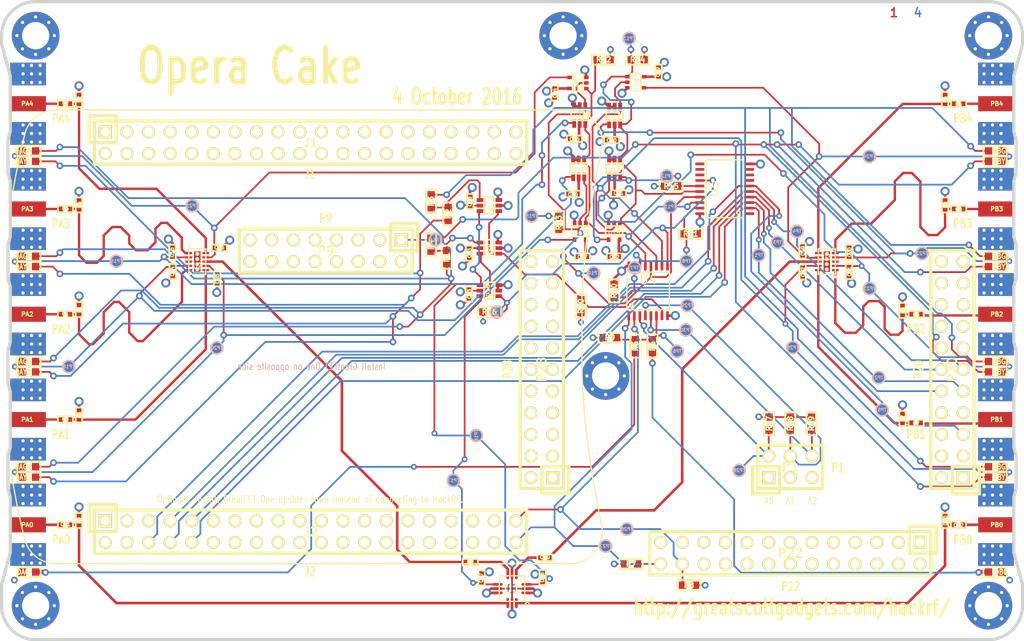
<source format=kicad_pcb>
(kicad_pcb (version 4) (host pcbnew 4.0.5+dfsg1-4)
  (layers (0 C1F signal) (1 C2 signal hide) (2 C3 signal hide) (31 C4B signal) (34 B.Paste user) (35 F.Paste user) (36 B.SilkS user) (37 F.SilkS user) (38 B.Mask user) (39 F.Mask user) (44 Edge.Cuts user))
  (net 0 "")
  (net 1 GND)
  (net 2 VCC)
  (net 3 "Net-(C1-Pad2)")
  (net 4 "Net-(C1-Pad1)")
  (net 5 "Net-(C2-Pad2)")
  (net 6 "Net-(C2-Pad1)")
  (net 7 "Net-(C3-Pad2)")
  (net 8 "Net-(C3-Pad1)")
  (net 9 "Net-(C4-Pad2)")
  (net 10 "Net-(C4-Pad1)")
  (net 11 "Net-(C5-Pad2)")
  (net 12 "Net-(C5-Pad1)")
  (net 13 "Net-(C6-Pad2)")
  (net 14 "Net-(C6-Pad1)")
  (net 15 "Net-(C7-Pad2)")
  (net 16 "Net-(C7-Pad1)")
  (net 17 "Net-(C8-Pad2)")
  (net 18 "Net-(C8-Pad1)")
  (net 19 "Net-(C9-Pad2)")
  (net 20 "Net-(C9-Pad1)")
  (net 21 "Net-(C10-Pad2)")
  (net 22 "Net-(C10-Pad1)")
  (net 23 "Net-(C11-Pad2)")
  (net 24 "Net-(C11-Pad1)")
  (net 25 "Net-(C12-Pad2)")
  (net 26 "Net-(C12-Pad1)")
  (net 27 "Net-(DA0-Pad1)")
  (net 28 /U2V3)
  (net 29 "Net-(DAG1-Pad1)")
  (net 30 /U2V1)
  (net 31 /U2V2)
  (net 32 /U2V4)
  (net 33 "Net-(DAY1-Pad1)")
  (net 34 "Net-(DB0-Pad1)")
  (net 35 /U3V3)
  (net 36 "Net-(DBG1-Pad1)")
  (net 37 /U3V1)
  (net 38 /U3V2)
  (net 39 /U3V4)
  (net 40 "Net-(DBY1-Pad1)")
  (net 41 /EXT_U3CTRL1)
  (net 42 /EXT_U2CTRL1)
  (net 43 /EXT_U3CTRL0)
  (net 44 /EXT_U2CTRL0)
  (net 45 /EXT_U1CTRL)
  (net 46 /SDA)
  (net 47 /SCL)
  (net 48 /A0)
  (net 49 /A1)
  (net 50 /A2)
  (net 51 "Net-(R1-Pad2)")
  (net 52 "Net-(R2-Pad2)")
  (net 53 /!LED_EN)
  (net 54 /!RESET)
  (net 55 /!OE)
  (net 56 /U2CTRL1)
  (net 57 /U2CTRL0)
  (net 58 /U3CTRL1)
  (net 59 /U3CTRL0)
  (net 60 /U1CTRL)
  (net 61 /LED_EN2)
  (net 62 /U1VC1)
  (net 63 /U1VC2)
  (net 64 "Net-(J1-Pad3)")
  (net 65 "Net-(J1-Pad4)")
  (net 66 "Net-(J1-Pad5)")
  (net 67 "Net-(J1-Pad6)")
  (net 68 "Net-(J1-Pad7)")
  (net 69 "Net-(J1-Pad8)")
  (net 70 "Net-(J1-Pad9)")
  (net 71 "Net-(J1-Pad10)")
  (net 72 "Net-(J1-Pad11)")
  (net 73 "Net-(J1-Pad12)")
  (net 74 "Net-(J1-Pad13)")
  (net 75 "Net-(J1-Pad14)")
  (net 76 "Net-(J1-Pad15)")
  (net 77 "Net-(J1-Pad16)")
  (net 78 "Net-(J1-Pad17)")
  (net 79 "Net-(J1-Pad18)")
  (net 80 "Net-(J1-Pad19)")
  (net 81 "Net-(J1-Pad20)")
  (net 82 "Net-(J1-Pad21)")
  (net 83 "Net-(J1-Pad22)")
  (net 84 "Net-(J1-Pad23)")
  (net 85 "Net-(J1-Pad24)")
  (net 86 "Net-(J1-Pad25)")
  (net 87 "Net-(J1-Pad26)")
  (net 88 "Net-(J1-Pad27)")
  (net 89 "Net-(J1-Pad28)")
  (net 90 "Net-(J1-Pad29)")
  (net 91 "Net-(J1-Pad30)")
  (net 92 "Net-(J1-Pad31)")
  (net 93 "Net-(J1-Pad32)")
  (net 94 "Net-(J1-Pad33)")
  (net 95 "Net-(J1-Pad34)")
  (net 96 "Net-(J1-Pad35)")
  (net 97 "Net-(J1-Pad36)")
  (net 98 "Net-(J1-Pad37)")
  (net 99 "Net-(J1-Pad38)")
  (net 100 "Net-(J1-Pad39)")
  (net 101 "Net-(J1-Pad40)")
  (net 102 "Net-(J2-Pad2)")
  (net 103 "Net-(J2-Pad3)")
  (net 104 "Net-(J2-Pad4)")
  (net 105 "Net-(J2-Pad5)")
  (net 106 "Net-(J2-Pad11)")
  (net 107 "Net-(J2-Pad12)")
  (net 108 "Net-(J2-Pad13)")
  (net 109 "Net-(J2-Pad14)")
  (net 110 "Net-(J2-Pad15)")
  (net 111 "Net-(J2-Pad16)")
  (net 112 "Net-(J2-Pad17)")
  (net 113 "Net-(J2-Pad18)")
  (net 114 "Net-(J2-Pad19)")
  (net 115 "Net-(J2-Pad20)")
  (net 116 "Net-(J2-Pad21)")
  (net 117 "Net-(J2-Pad22)")
  (net 118 "Net-(J2-Pad23)")
  (net 119 "Net-(J2-Pad24)")
  (net 120 "Net-(J2-Pad25)")
  (net 121 "Net-(J2-Pad26)")
  (net 122 "Net-(J2-Pad27)")
  (net 123 "Net-(J2-Pad28)")
  (net 124 "Net-(J2-Pad29)")
  (net 125 "Net-(J2-Pad30)")
  (net 126 "Net-(J2-Pad31)")
  (net 127 "Net-(J2-Pad32)")
  (net 128 "Net-(J2-Pad33)")
  (net 129 "Net-(J2-Pad34)")
  (net 130 "Net-(J2-Pad35)")
  (net 131 "Net-(J2-Pad36)")
  (net 132 "Net-(J2-Pad37)")
  (net 133 "Net-(J2-Pad38)")
  (net 134 "Net-(P9-Pad4)")
  (net 135 "Net-(P9-Pad5)")
  (net 136 "Net-(P9-Pad6)")
  (net 137 "Net-(P9-Pad7)")
  (net 138 "Net-(P9-Pad10)")
  (net 139 "Net-(P9-Pad11)")
  (net 140 "Net-(P9-Pad12)")
  (net 141 "Net-(P9-Pad13)")
  (net 142 "Net-(P20-Pad1)")
  (net 143 "Net-(P20-Pad2)")
  (net 144 "Net-(P20-Pad4)")
  (net 145 "Net-(P20-Pad6)")
  (net 146 "Net-(P20-Pad7)")
  (net 147 "Net-(P20-Pad8)")
  (net 148 "Net-(P20-Pad14)")
  (net 149 "Net-(P20-Pad16)")
  (net 150 "Net-(P20-Pad17)")
  (net 151 "Net-(P20-Pad18)")
  (net 152 "Net-(P20-Pad20)")
  (net 153 "Net-(P20-Pad21)")
  (net 154 "Net-(P20-Pad22)")
  (net 155 "Net-(P22-Pad1)")
  (net 156 "Net-(P22-Pad2)")
  (net 157 "Net-(P22-Pad3)")
  (net 158 "Net-(P22-Pad5)")
  (net 159 "Net-(P22-Pad6)")
  (net 160 "Net-(P22-Pad7)")
  (net 161 "Net-(P22-Pad8)")
  (net 162 "Net-(P22-Pad9)")
  (net 163 "Net-(P22-Pad12)")
  (net 164 "Net-(P22-Pad13)")
  (net 165 "Net-(P22-Pad14)")
  (net 166 "Net-(P22-Pad15)")
  (net 167 "Net-(P22-Pad16)")
  (net 168 "Net-(P22-Pad17)")
  (net 169 "Net-(P22-Pad19)")
  (net 170 "Net-(P22-Pad20)")
  (net 171 "Net-(P22-Pad21)")
  (net 172 "Net-(P22-Pad22)")
  (net 173 "Net-(P22-Pad23)")
  (net 174 "Net-(P22-Pad25)")
  (net 175 "Net-(P28-Pad3)")
  (net 176 "Net-(P28-Pad4)")
  (net 177 "Net-(P28-Pad5)")
  (net 178 "Net-(P28-Pad6)")
  (net 179 "Net-(P28-Pad7)")
  (net 180 "Net-(P28-Pad8)")
  (net 181 "Net-(P28-Pad9)")
  (net 182 "Net-(P28-Pad10)")
  (net 183 "Net-(P28-Pad11)")
  (net 184 "Net-(P28-Pad13)")
  (net 185 "Net-(P28-Pad14)")
  (net 186 "Net-(P28-Pad15)")
  (net 187 "Net-(P28-Pad16)")
  (net 188 "Net-(P28-Pad17)")
  (net 189 "Net-(P28-Pad18)")
  (net 190 "Net-(P28-Pad19)")
  (net 191 "Net-(P28-Pad20)")
  (net 192 "Net-(P28-Pad21)")
  (net 193 "Net-(P28-Pad22)")
  (net 194 "Net-(U2-Pad3)")
  (net 195 "Net-(U3-Pad3)")
  (net 196 "Net-(U5-Pad1)")
  (net 197 "Net-(U5-Pad7)")
  (net 198 "Net-(U5-Pad8)")
  (net 199 "Net-(U5-Pad9)")
  (net 200 "Net-(U5-Pad11)")
  (net 201 "Net-(U5-Pad12)")
  (net 202 "Net-(U5-Pad13)")
  (module gsg-modules:0603D (layer C1F) (at 176.775 154.675)
    (fp_text reference DBG1 (at 0.7112 0) (layer F.SilkS) (effects (font (size 0.6096 0.508) (thickness 0.127))))
    (fp_text value LED hide)
    (pad 2 smd rect (at 0.762 0) (size 0.8636 0.8636) (layers C1F F.Paste F.Mask) (net 39 /U3V4) (clearance 0.1778))
    (pad 1 smd rect (at -0.762 0) (size 0.8636 0.8636) (layers C1F F.Paste F.Mask) (net 36 "Net-(DBG1-Pad1)") (clearance 0.1778))
  )
  (module gsg-modules:0603D (layer C1F) (at 176.775 155.9)
    (fp_text reference DBY1 (at 0.7112 0) (layer F.SilkS) (effects (font (size 0.6096 0.508) (thickness 0.127))))
    (fp_text value LED hide)
    (pad 2 smd rect (at 0.762 0) (size 0.8636 0.8636) (layers C1F F.Paste F.Mask) (net 39 /U3V4) (clearance 0.1778))
    (pad 1 smd rect (at -0.762 0) (size 0.8636 0.8636) (layers C1F F.Paste F.Mask) (net 40 "Net-(DBY1-Pad1)") (clearance 0.1778))
  )
  (module gsg-modules:0603D (layer C1F) (at 176.775 117.55)
    (fp_text reference DBG4 (at 0.7112 0) (layer F.SilkS) (effects (font (size 0.6096 0.508) (thickness 0.127))))
    (fp_text value LED hide)
    (pad 2 smd rect (at 0.762 0) (size 0.8636 0.8636) (layers C1F F.Paste F.Mask) (net 35 /U3V3) (clearance 0.1778))
    (pad 1 smd rect (at -0.762 0) (size 0.8636 0.8636) (layers C1F F.Paste F.Mask) (net 36 "Net-(DBG1-Pad1)") (clearance 0.1778))
  )
  (module gsg-modules:0603D (layer C1F) (at 176.775 118.775)
    (fp_text reference DBY4 (at 0.7112 0) (layer F.SilkS) (effects (font (size 0.6096 0.508) (thickness 0.127))))
    (fp_text value LED hide)
    (pad 2 smd rect (at 0.762 0) (size 0.8636 0.8636) (layers C1F F.Paste F.Mask) (net 35 /U3V3) (clearance 0.1778))
    (pad 1 smd rect (at -0.762 0) (size 0.8636 0.8636) (layers C1F F.Paste F.Mask) (net 40 "Net-(DBY1-Pad1)") (clearance 0.1778))
  )
  (module gsg-modules:0603D (layer C1F) (at 176.775 129.925)
    (fp_text reference DBG3 (at 0.7112 0) (layer F.SilkS) (effects (font (size 0.6096 0.508) (thickness 0.127))))
    (fp_text value LED hide)
    (pad 2 smd rect (at 0.762 0) (size 0.8636 0.8636) (layers C1F F.Paste F.Mask) (net 37 /U3V1) (clearance 0.1778))
    (pad 1 smd rect (at -0.762 0) (size 0.8636 0.8636) (layers C1F F.Paste F.Mask) (net 36 "Net-(DBG1-Pad1)") (clearance 0.1778))
  )
  (module gsg-modules:0603D (layer C1F) (at 176.775 131.15)
    (fp_text reference DBY3 (at 0.7112 0) (layer F.SilkS) (effects (font (size 0.6096 0.508) (thickness 0.127))))
    (fp_text value LED hide)
    (pad 2 smd rect (at 0.762 0) (size 0.8636 0.8636) (layers C1F F.Paste F.Mask) (net 37 /U3V1) (clearance 0.1778))
    (pad 1 smd rect (at -0.762 0) (size 0.8636 0.8636) (layers C1F F.Paste F.Mask) (net 40 "Net-(DBY1-Pad1)") (clearance 0.1778))
  )
  (module gsg-modules:0603D (layer C1F) (at 63.225 118.775 180)
    (fp_text reference DAY4 (at 0.7112 0 180) (layer F.SilkS) (effects (font (size 0.6096 0.508) (thickness 0.127))))
    (fp_text value LED hide)
    (pad 2 smd rect (at 0.762 0 180) (size 0.8636 0.8636) (layers C1F F.Paste F.Mask) (net 32 /U2V4) (clearance 0.1778))
    (pad 1 smd rect (at -0.762 0 180) (size 0.8636 0.8636) (layers C1F F.Paste F.Mask) (net 33 "Net-(DAY1-Pad1)") (clearance 0.1778))
  )
  (module gsg-modules:0603D (layer C1F) (at 63.225 117.55 180)
    (fp_text reference DAG4 (at 0.7112 0 180) (layer F.SilkS) (effects (font (size 0.6096 0.508) (thickness 0.127))))
    (fp_text value LED hide)
    (pad 2 smd rect (at 0.762 0 180) (size 0.8636 0.8636) (layers C1F F.Paste F.Mask) (net 32 /U2V4) (clearance 0.1778))
    (pad 1 smd rect (at -0.762 0 180) (size 0.8636 0.8636) (layers C1F F.Paste F.Mask) (net 29 "Net-(DAG1-Pad1)") (clearance 0.1778))
  )
  (module gsg-modules:0402 (layer C1F) (at 67.5 136.75 180)
    (fp_text reference C1 (at 0 0.0508 180) (layer F.SilkS) (effects (font (size 0.4064 0.4064) (thickness 0.1016))))
    (fp_text value 100nF hide)
    (pad 2 smd rect (at 0.5334 0 180) (size 0.508 0.5588) (layers C1F F.Paste F.Mask) (net 3 "Net-(C1-Pad2)"))
    (pad 1 smd rect (at -0.5334 0 180) (size 0.508 0.5588) (layers C1F F.Paste F.Mask) (net 4 "Net-(C1-Pad1)"))
  )
  (module gsg-modules:0402 (layer C1F) (at 67.5 112 180)
    (fp_text reference C2 (at 0 0.0508 180) (layer F.SilkS) (effects (font (size 0.4064 0.4064) (thickness 0.1016))))
    (fp_text value 100nF hide)
    (pad 2 smd rect (at 0.5334 0 180) (size 0.508 0.5588) (layers C1F F.Paste F.Mask) (net 5 "Net-(C2-Pad2)"))
    (pad 1 smd rect (at -0.5334 0 180) (size 0.508 0.5588) (layers C1F F.Paste F.Mask) (net 6 "Net-(C2-Pad1)"))
  )
  (module gsg-modules:0402 (layer C1F) (at 167.5 136.75)
    (fp_text reference C3 (at 0 0.0508) (layer F.SilkS) (effects (font (size 0.4064 0.4064) (thickness 0.1016))))
    (fp_text value 100nF hide)
    (pad 2 smd rect (at 0.5334 0) (size 0.508 0.5588) (layers C1F F.Paste F.Mask) (net 7 "Net-(C3-Pad2)"))
    (pad 1 smd rect (at -0.5334 0) (size 0.508 0.5588) (layers C1F F.Paste F.Mask) (net 8 "Net-(C3-Pad1)"))
  )
  (module gsg-modules:0402 (layer C1F) (at 172.5 112)
    (fp_text reference C4 (at 0 0.0508) (layer F.SilkS) (effects (font (size 0.4064 0.4064) (thickness 0.1016))))
    (fp_text value 100nF hide)
    (pad 2 smd rect (at 0.5334 0) (size 0.508 0.5588) (layers C1F F.Paste F.Mask) (net 9 "Net-(C4-Pad2)"))
    (pad 1 smd rect (at -0.5334 0) (size 0.508 0.5588) (layers C1F F.Paste F.Mask) (net 10 "Net-(C4-Pad1)"))
  )
  (module gsg-modules:0402 (layer C1F) (at 67.5 149.125 180)
    (fp_text reference C5 (at 0 0.0508 180) (layer F.SilkS) (effects (font (size 0.4064 0.4064) (thickness 0.1016))))
    (fp_text value 100nF hide)
    (pad 2 smd rect (at 0.5334 0 180) (size 0.508 0.5588) (layers C1F F.Paste F.Mask) (net 11 "Net-(C5-Pad2)"))
    (pad 1 smd rect (at -0.5334 0 180) (size 0.508 0.5588) (layers C1F F.Paste F.Mask) (net 12 "Net-(C5-Pad1)"))
  )
  (module gsg-modules:0402 (layer C1F) (at 67.5 124.375 180)
    (fp_text reference C6 (at 0 0.0508 180) (layer F.SilkS) (effects (font (size 0.4064 0.4064) (thickness 0.1016))))
    (fp_text value 100nF hide)
    (pad 2 smd rect (at 0.5334 0 180) (size 0.508 0.5588) (layers C1F F.Paste F.Mask) (net 13 "Net-(C6-Pad2)"))
    (pad 1 smd rect (at -0.5334 0 180) (size 0.508 0.5588) (layers C1F F.Paste F.Mask) (net 14 "Net-(C6-Pad1)"))
  )
  (module gsg-modules:0402 (layer C1F) (at 167.5 149.525)
    (fp_text reference C7 (at 0 0.0508) (layer F.SilkS) (effects (font (size 0.4064 0.4064) (thickness 0.1016))))
    (fp_text value 100nF hide)
    (pad 2 smd rect (at 0.5334 0) (size 0.508 0.5588) (layers C1F F.Paste F.Mask) (net 15 "Net-(C7-Pad2)"))
    (pad 1 smd rect (at -0.5334 0) (size 0.508 0.5588) (layers C1F F.Paste F.Mask) (net 16 "Net-(C7-Pad1)"))
  )
  (module gsg-modules:0402 (layer C1F) (at 172.5 124.375)
    (fp_text reference C8 (at 0 0.0508) (layer F.SilkS) (effects (font (size 0.4064 0.4064) (thickness 0.1016))))
    (fp_text value 100nF hide)
    (pad 2 smd rect (at 0.5334 0) (size 0.508 0.5588) (layers C1F F.Paste F.Mask) (net 17 "Net-(C8-Pad2)"))
    (pad 1 smd rect (at -0.5334 0) (size 0.508 0.5588) (layers C1F F.Paste F.Mask) (net 18 "Net-(C8-Pad1)"))
  )
  (module gsg-modules:0402 (layer C1F) (at 115.09248 165.8874 180)
    (fp_text reference C9 (at 0 0.0508 180) (layer F.SilkS) (effects (font (size 0.4064 0.4064) (thickness 0.1016))))
    (fp_text value 100nF hide)
    (pad 2 smd rect (at 0.5334 0 180) (size 0.508 0.5588) (layers C1F F.Paste F.Mask) (net 19 "Net-(C9-Pad2)"))
    (pad 1 smd rect (at -0.5334 0 180) (size 0.508 0.5588) (layers C1F F.Paste F.Mask) (net 20 "Net-(C9-Pad1)"))
  )
  (module gsg-modules:0402 (layer C1F) (at 123.87072 165.36416 180)
    (fp_text reference C10 (at 0 0.0508 180) (layer F.SilkS) (effects (font (size 0.4064 0.4064) (thickness 0.1016))))
    (fp_text value 100nF hide)
    (pad 2 smd rect (at 0.5334 0 180) (size 0.508 0.5588) (layers C1F F.Paste F.Mask) (net 21 "Net-(C10-Pad2)"))
    (pad 1 smd rect (at -0.5334 0 180) (size 0.508 0.5588) (layers C1F F.Paste F.Mask) (net 22 "Net-(C10-Pad1)"))
  )
  (module gsg-modules:0402 (layer C1F) (at 67.5 161.5 180)
    (fp_text reference C11 (at 0 0.0508 180) (layer F.SilkS) (effects (font (size 0.4064 0.4064) (thickness 0.1016))))
    (fp_text value 100nF hide)
    (pad 2 smd rect (at 0.5334 0 180) (size 0.508 0.5588) (layers C1F F.Paste F.Mask) (net 23 "Net-(C11-Pad2)"))
    (pad 1 smd rect (at -0.5334 0 180) (size 0.508 0.5588) (layers C1F F.Paste F.Mask) (net 24 "Net-(C11-Pad1)"))
  )
  (module gsg-modules:0402 (layer C1F) (at 172.475 161.5)
    (fp_text reference C12 (at 0 0.0508) (layer F.SilkS) (effects (font (size 0.4064 0.4064) (thickness 0.1016))))
    (fp_text value 100nF hide)
    (pad 2 smd rect (at 0.5334 0) (size 0.508 0.5588) (layers C1F F.Paste F.Mask) (net 25 "Net-(C12-Pad2)"))
    (pad 1 smd rect (at -0.5334 0) (size 0.508 0.5588) (layers C1F F.Paste F.Mask) (net 26 "Net-(C12-Pad1)"))
  )
  (module gsg-modules:0402 (layer C1F) (at 69.1 136.2 90)
    (fp_text reference D1 (at 0 0.0508 90) (layer F.SilkS) (effects (font (size 0.4064 0.4064) (thickness 0.1016))))
    (fp_text value GSG-DIODE-TVS-BI hide)
    (pad 2 smd rect (at 0.5334 0 90) (size 0.508 0.5588) (layers C1F F.Paste F.Mask) (net 1 GND))
    (pad 1 smd rect (at -0.5334 0 90) (size 0.508 0.5588) (layers C1F F.Paste F.Mask) (net 4 "Net-(C1-Pad1)"))
  )
  (module gsg-modules:0402 (layer C1F) (at 69.1 111.5 90)
    (fp_text reference D2 (at 0 0.0508 90) (layer F.SilkS) (effects (font (size 0.4064 0.4064) (thickness 0.1016))))
    (fp_text value GSG-DIODE-TVS-BI hide)
    (pad 2 smd rect (at 0.5334 0 90) (size 0.508 0.5588) (layers C1F F.Paste F.Mask) (net 1 GND))
    (pad 1 smd rect (at -0.5334 0 90) (size 0.508 0.5588) (layers C1F F.Paste F.Mask) (net 6 "Net-(C2-Pad1)"))
  )
  (module gsg-modules:0402 (layer C1F) (at 165.9 136.3 90)
    (fp_text reference D3 (at 0 0.0508 90) (layer F.SilkS) (effects (font (size 0.4064 0.4064) (thickness 0.1016))))
    (fp_text value GSG-DIODE-TVS-BI hide)
    (pad 2 smd rect (at 0.5334 0 90) (size 0.508 0.5588) (layers C1F F.Paste F.Mask) (net 1 GND))
    (pad 1 smd rect (at -0.5334 0 90) (size 0.508 0.5588) (layers C1F F.Paste F.Mask) (net 8 "Net-(C3-Pad1)"))
  )
  (module gsg-modules:0402 (layer C1F) (at 170.9 111.5 90)
    (fp_text reference D4 (at 0 0.0508 90) (layer F.SilkS) (effects (font (size 0.4064 0.4064) (thickness 0.1016))))
    (fp_text value GSG-DIODE-TVS-BI hide)
    (pad 2 smd rect (at 0.5334 0 90) (size 0.508 0.5588) (layers C1F F.Paste F.Mask) (net 1 GND))
    (pad 1 smd rect (at -0.5334 0 90) (size 0.508 0.5588) (layers C1F F.Paste F.Mask) (net 10 "Net-(C4-Pad1)"))
  )
  (module gsg-modules:0402 (layer C1F) (at 69.1 148.6 90)
    (fp_text reference D5 (at 0 0.0508 90) (layer F.SilkS) (effects (font (size 0.4064 0.4064) (thickness 0.1016))))
    (fp_text value GSG-DIODE-TVS-BI hide)
    (pad 2 smd rect (at 0.5334 0 90) (size 0.508 0.5588) (layers C1F F.Paste F.Mask) (net 1 GND))
    (pad 1 smd rect (at -0.5334 0 90) (size 0.508 0.5588) (layers C1F F.Paste F.Mask) (net 12 "Net-(C5-Pad1)"))
  )
  (module gsg-modules:0402 (layer C1F) (at 69.1 123.9 90)
    (fp_text reference D6 (at 0 0.0508 90) (layer F.SilkS) (effects (font (size 0.4064 0.4064) (thickness 0.1016))))
    (fp_text value GSG-DIODE-TVS-BI hide)
    (pad 2 smd rect (at 0.5334 0 90) (size 0.508 0.5588) (layers C1F F.Paste F.Mask) (net 1 GND))
    (pad 1 smd rect (at -0.5334 0 90) (size 0.508 0.5588) (layers C1F F.Paste F.Mask) (net 14 "Net-(C6-Pad1)"))
  )
  (module gsg-modules:0402 (layer C1F) (at 165.9 149 90)
    (fp_text reference D7 (at 0 0.0508 90) (layer F.SilkS) (effects (font (size 0.4064 0.4064) (thickness 0.1016))))
    (fp_text value GSG-DIODE-TVS-BI hide)
    (pad 2 smd rect (at 0.5334 0 90) (size 0.508 0.5588) (layers C1F F.Paste F.Mask) (net 1 GND))
    (pad 1 smd rect (at -0.5334 0 90) (size 0.508 0.5588) (layers C1F F.Paste F.Mask) (net 16 "Net-(C7-Pad1)"))
  )
  (module gsg-modules:0402 (layer C1F) (at 170.9 123.9 90)
    (fp_text reference D8 (at 0 0.0508 90) (layer F.SilkS) (effects (font (size 0.4064 0.4064) (thickness 0.1016))))
    (fp_text value GSG-DIODE-TVS-BI hide)
    (pad 2 smd rect (at 0.5334 0 90) (size 0.508 0.5588) (layers C1F F.Paste F.Mask) (net 1 GND))
    (pad 1 smd rect (at -0.5334 0 90) (size 0.508 0.5588) (layers C1F F.Paste F.Mask) (net 18 "Net-(C8-Pad1)"))
  )
  (module gsg-modules:0402 (layer C1F) (at 69.1 161 90)
    (fp_text reference D9 (at 0 0.0508 90) (layer F.SilkS) (effects (font (size 0.4064 0.4064) (thickness 0.1016))))
    (fp_text value GSG-DIODE-TVS-BI hide)
    (pad 2 smd rect (at 0.5334 0 90) (size 0.508 0.5588) (layers C1F F.Paste F.Mask) (net 1 GND))
    (pad 1 smd rect (at -0.5334 0 90) (size 0.508 0.5588) (layers C1F F.Paste F.Mask) (net 24 "Net-(C11-Pad1)"))
  )
  (module gsg-modules:0402 (layer C1F) (at 170.9 161 90)
    (fp_text reference D10 (at 0 0.0508 90) (layer F.SilkS) (effects (font (size 0.4064 0.4064) (thickness 0.1016))))
    (fp_text value GSG-DIODE-TVS-BI hide)
    (pad 2 smd rect (at 0.5334 0 90) (size 0.508 0.5588) (layers C1F F.Paste F.Mask) (net 1 GND))
    (pad 1 smd rect (at -0.5334 0 90) (size 0.508 0.5588) (layers C1F F.Paste F.Mask) (net 26 "Net-(C12-Pad1)"))
  )
  (module gsg-modules:0603D (layer C1F) (at 63.225 167.05 180)
    (fp_text reference DA0 (at 0.7112 0 180) (layer F.SilkS) (effects (font (size 0.6096 0.508) (thickness 0.127))))
    (fp_text value LED hide)
    (pad 2 smd rect (at 0.762 0 180) (size 0.8636 0.8636) (layers C1F F.Paste F.Mask) (net 2 VCC) (clearance 0.1778))
    (pad 1 smd rect (at -0.762 0 180) (size 0.8636 0.8636) (layers C1F F.Paste F.Mask) (net 27 "Net-(DA0-Pad1)") (clearance 0.1778))
  )
  (module gsg-modules:0603D (layer C1F) (at 63.225 154.675 180)
    (fp_text reference DAG1 (at 0.7112 0 180) (layer F.SilkS) (effects (font (size 0.6096 0.508) (thickness 0.127))))
    (fp_text value LED hide)
    (pad 2 smd rect (at 0.762 0 180) (size 0.8636 0.8636) (layers C1F F.Paste F.Mask) (net 28 /U2V3) (clearance 0.1778))
    (pad 1 smd rect (at -0.762 0 180) (size 0.8636 0.8636) (layers C1F F.Paste F.Mask) (net 29 "Net-(DAG1-Pad1)") (clearance 0.1778))
  )
  (module gsg-modules:0603D (layer C1F) (at 63.225 142.3 180)
    (fp_text reference DAG2 (at 0.7112 0 180) (layer F.SilkS) (effects (font (size 0.6096 0.508) (thickness 0.127))))
    (fp_text value LED hide)
    (pad 2 smd rect (at 0.762 0 180) (size 0.8636 0.8636) (layers C1F F.Paste F.Mask) (net 30 /U2V1) (clearance 0.1778))
    (pad 1 smd rect (at -0.762 0 180) (size 0.8636 0.8636) (layers C1F F.Paste F.Mask) (net 29 "Net-(DAG1-Pad1)") (clearance 0.1778))
  )
  (module gsg-modules:0603D (layer C1F) (at 63.225 129.925 180)
    (fp_text reference DAG3 (at 0.7112 0 180) (layer F.SilkS) (effects (font (size 0.6096 0.508) (thickness 0.127))))
    (fp_text value LED hide)
    (pad 2 smd rect (at 0.762 0 180) (size 0.8636 0.8636) (layers C1F F.Paste F.Mask) (net 31 /U2V2) (clearance 0.1778))
    (pad 1 smd rect (at -0.762 0 180) (size 0.8636 0.8636) (layers C1F F.Paste F.Mask) (net 29 "Net-(DAG1-Pad1)") (clearance 0.1778))
  )
  (module gsg-modules:0603D (layer C1F) (at 63.225 155.9 180)
    (fp_text reference DAY1 (at 0.7112 0 180) (layer F.SilkS) (effects (font (size 0.6096 0.508) (thickness 0.127))))
    (fp_text value LED hide)
    (pad 2 smd rect (at 0.762 0 180) (size 0.8636 0.8636) (layers C1F F.Paste F.Mask) (net 28 /U2V3) (clearance 0.1778))
    (pad 1 smd rect (at -0.762 0 180) (size 0.8636 0.8636) (layers C1F F.Paste F.Mask) (net 33 "Net-(DAY1-Pad1)") (clearance 0.1778))
  )
  (module gsg-modules:0603D (layer C1F) (at 63.225 143.525 180)
    (fp_text reference DAY2 (at 0.7112 0 180) (layer F.SilkS) (effects (font (size 0.6096 0.508) (thickness 0.127))))
    (fp_text value LED hide)
    (pad 2 smd rect (at 0.762 0 180) (size 0.8636 0.8636) (layers C1F F.Paste F.Mask) (net 30 /U2V1) (clearance 0.1778))
    (pad 1 smd rect (at -0.762 0 180) (size 0.8636 0.8636) (layers C1F F.Paste F.Mask) (net 33 "Net-(DAY1-Pad1)") (clearance 0.1778))
  )
  (module gsg-modules:0603D (layer C1F) (at 63.225 131.15 180)
    (fp_text reference DAY3 (at 0.7112 0 180) (layer F.SilkS) (effects (font (size 0.6096 0.508) (thickness 0.127))))
    (fp_text value LED hide)
    (pad 2 smd rect (at 0.762 0 180) (size 0.8636 0.8636) (layers C1F F.Paste F.Mask) (net 31 /U2V2) (clearance 0.1778))
    (pad 1 smd rect (at -0.762 0 180) (size 0.8636 0.8636) (layers C1F F.Paste F.Mask) (net 33 "Net-(DAY1-Pad1)") (clearance 0.1778))
  )
  (module gsg-modules:0603D (layer C1F) (at 176.775 167.05)
    (fp_text reference DB0 (at 0.7112 0) (layer F.SilkS) (effects (font (size 0.6096 0.508) (thickness 0.127))))
    (fp_text value LED hide)
    (pad 2 smd rect (at 0.762 0) (size 0.8636 0.8636) (layers C1F F.Paste F.Mask) (net 2 VCC) (clearance 0.1778))
    (pad 1 smd rect (at -0.762 0) (size 0.8636 0.8636) (layers C1F F.Paste F.Mask) (net 34 "Net-(DB0-Pad1)") (clearance 0.1778))
  )
  (module gsg-modules:0603D (layer C1F) (at 176.775 142.3)
    (fp_text reference DBG2 (at 0.7112 0) (layer F.SilkS) (effects (font (size 0.6096 0.508) (thickness 0.127))))
    (fp_text value LED hide)
    (pad 2 smd rect (at 0.762 0) (size 0.8636 0.8636) (layers C1F F.Paste F.Mask) (net 38 /U3V2) (clearance 0.1778))
    (pad 1 smd rect (at -0.762 0) (size 0.8636 0.8636) (layers C1F F.Paste F.Mask) (net 36 "Net-(DBG1-Pad1)") (clearance 0.1778))
  )
  (module gsg-modules:0603D (layer C1F) (at 176.775 143.525)
    (fp_text reference DBY2 (at 0.7112 0) (layer F.SilkS) (effects (font (size 0.6096 0.508) (thickness 0.127))))
    (fp_text value LED hide)
    (pad 2 smd rect (at 0.762 0) (size 0.8636 0.8636) (layers C1F F.Paste F.Mask) (net 38 /U3V2) (clearance 0.1778))
    (pad 1 smd rect (at -0.762 0) (size 0.8636 0.8636) (layers C1F F.Paste F.Mask) (net 40 "Net-(DBY1-Pad1)") (clearance 0.1778))
  )
  (module gsg-modules:HOLE126MIL-COPPER (layer C1F) (at 64 104)
    (fp_text reference MH1 hide)
    (fp_text value MOUNTING_HOLE hide)
    (pad 1 thru_hole circle (at 0 0) (size 5.6 5.6) (drill 3.2004) (layers *.Cu *.Mask) (net 1 GND))
    (pad 1 thru_hole circle (at 0 -2.2) (size 0.6 0.6) (drill 0.381) (layers *.Cu *.Mask) (net 1 GND))
    (pad 1 thru_hole circle (at -2.2 0) (size 0.6 0.6) (drill 0.381) (layers *.Cu *.Mask) (net 1 GND))
    (pad 1 thru_hole circle (at 0 2.2) (size 0.6 0.6) (drill 0.381) (layers *.Cu *.Mask) (net 1 GND))
    (pad 1 thru_hole circle (at 2.2 0) (size 0.6 0.6) (drill 0.381) (layers *.Cu *.Mask) (net 1 GND))
    (pad 1 thru_hole circle (at 1.55 -1.55) (size 0.6 0.6) (drill 0.381) (layers *.Cu *.Mask) (net 1 GND))
    (pad 1 thru_hole circle (at -1.55 -1.55) (size 0.6 0.6) (drill 0.381) (layers *.Cu *.Mask) (net 1 GND))
    (pad 1 thru_hole circle (at -1.55 1.55) (size 0.6 0.6) (drill 0.381) (layers *.Cu *.Mask) (net 1 GND))
    (pad 1 thru_hole circle (at 1.55 1.55) (size 0.6 0.6) (drill 0.381) (layers *.Cu *.Mask) (net 1 GND))
  )
  (module gsg-modules:HOLE126MIL-COPPER (layer C1F) (at 64 171)
    (fp_text reference MH2 hide)
    (fp_text value MOUNTING_HOLE hide)
    (pad 1 thru_hole circle (at 0 0) (size 5.6 5.6) (drill 3.2004) (layers *.Cu *.Mask) (net 1 GND))
    (pad 1 thru_hole circle (at 0 -2.2) (size 0.6 0.6) (drill 0.381) (layers *.Cu *.Mask) (net 1 GND))
    (pad 1 thru_hole circle (at -2.2 0) (size 0.6 0.6) (drill 0.381) (layers *.Cu *.Mask) (net 1 GND))
    (pad 1 thru_hole circle (at 0 2.2) (size 0.6 0.6) (drill 0.381) (layers *.Cu *.Mask) (net 1 GND))
    (pad 1 thru_hole circle (at 2.2 0) (size 0.6 0.6) (drill 0.381) (layers *.Cu *.Mask) (net 1 GND))
    (pad 1 thru_hole circle (at 1.55 -1.55) (size 0.6 0.6) (drill 0.381) (layers *.Cu *.Mask) (net 1 GND))
    (pad 1 thru_hole circle (at -1.55 -1.55) (size 0.6 0.6) (drill 0.381) (layers *.Cu *.Mask) (net 1 GND))
    (pad 1 thru_hole circle (at -1.55 1.55) (size 0.6 0.6) (drill 0.381) (layers *.Cu *.Mask) (net 1 GND))
    (pad 1 thru_hole circle (at 1.55 1.55) (size 0.6 0.6) (drill 0.381) (layers *.Cu *.Mask) (net 1 GND))
  )
  (module gsg-modules:HOLE126MIL-COPPER (layer C1F) (at 176 171)
    (fp_text reference MH3 hide)
    (fp_text value MOUNTING_HOLE hide)
    (pad 1 thru_hole circle (at 0 0) (size 5.6 5.6) (drill 3.2004) (layers *.Cu *.Mask) (net 1 GND))
    (pad 1 thru_hole circle (at 0 -2.2) (size 0.6 0.6) (drill 0.381) (layers *.Cu *.Mask) (net 1 GND))
    (pad 1 thru_hole circle (at -2.2 0) (size 0.6 0.6) (drill 0.381) (layers *.Cu *.Mask) (net 1 GND))
    (pad 1 thru_hole circle (at 0 2.2) (size 0.6 0.6) (drill 0.381) (layers *.Cu *.Mask) (net 1 GND))
    (pad 1 thru_hole circle (at 2.2 0) (size 0.6 0.6) (drill 0.381) (layers *.Cu *.Mask) (net 1 GND))
    (pad 1 thru_hole circle (at 1.55 -1.55) (size 0.6 0.6) (drill 0.381) (layers *.Cu *.Mask) (net 1 GND))
    (pad 1 thru_hole circle (at -1.55 -1.55) (size 0.6 0.6) (drill 0.381) (layers *.Cu *.Mask) (net 1 GND))
    (pad 1 thru_hole circle (at -1.55 1.55) (size 0.6 0.6) (drill 0.381) (layers *.Cu *.Mask) (net 1 GND))
    (pad 1 thru_hole circle (at 1.55 1.55) (size 0.6 0.6) (drill 0.381) (layers *.Cu *.Mask) (net 1 GND))
  )
  (module gsg-modules:HOLE126MIL-COPPER (layer C1F) (at 176 104)
    (fp_text reference MH4 hide)
    (fp_text value MOUNTING_HOLE hide)
    (pad 1 thru_hole circle (at 0 0) (size 5.6 5.6) (drill 3.2004) (layers *.Cu *.Mask) (net 1 GND))
    (pad 1 thru_hole circle (at 0 -2.2) (size 0.6 0.6) (drill 0.381) (layers *.Cu *.Mask) (net 1 GND))
    (pad 1 thru_hole circle (at -2.2 0) (size 0.6 0.6) (drill 0.381) (layers *.Cu *.Mask) (net 1 GND))
    (pad 1 thru_hole circle (at 0 2.2) (size 0.6 0.6) (drill 0.381) (layers *.Cu *.Mask) (net 1 GND))
    (pad 1 thru_hole circle (at 2.2 0) (size 0.6 0.6) (drill 0.381) (layers *.Cu *.Mask) (net 1 GND))
    (pad 1 thru_hole circle (at 1.55 -1.55) (size 0.6 0.6) (drill 0.381) (layers *.Cu *.Mask) (net 1 GND))
    (pad 1 thru_hole circle (at -1.55 -1.55) (size 0.6 0.6) (drill 0.381) (layers *.Cu *.Mask) (net 1 GND))
    (pad 1 thru_hole circle (at -1.55 1.55) (size 0.6 0.6) (drill 0.381) (layers *.Cu *.Mask) (net 1 GND))
    (pad 1 thru_hole circle (at 1.55 1.55) (size 0.6 0.6) (drill 0.381) (layers *.Cu *.Mask) (net 1 GND))
  )
  (module gsg-modules:HOLE126MIL-COPPER (layer C1F) (at 126 104)
    (fp_text reference MH5 hide)
    (fp_text value MOUNTING_HOLE hide)
    (pad 1 thru_hole circle (at 0 0) (size 5.6 5.6) (drill 3.2004) (layers *.Cu *.Mask) (net 1 GND))
    (pad 1 thru_hole circle (at 0 -2.2) (size 0.6 0.6) (drill 0.381) (layers *.Cu *.Mask) (net 1 GND))
    (pad 1 thru_hole circle (at -2.2 0) (size 0.6 0.6) (drill 0.381) (layers *.Cu *.Mask) (net 1 GND))
    (pad 1 thru_hole circle (at 0 2.2) (size 0.6 0.6) (drill 0.381) (layers *.Cu *.Mask) (net 1 GND))
    (pad 1 thru_hole circle (at 2.2 0) (size 0.6 0.6) (drill 0.381) (layers *.Cu *.Mask) (net 1 GND))
    (pad 1 thru_hole circle (at 1.55 -1.55) (size 0.6 0.6) (drill 0.381) (layers *.Cu *.Mask) (net 1 GND))
    (pad 1 thru_hole circle (at -1.55 -1.55) (size 0.6 0.6) (drill 0.381) (layers *.Cu *.Mask) (net 1 GND))
    (pad 1 thru_hole circle (at -1.55 1.55) (size 0.6 0.6) (drill 0.381) (layers *.Cu *.Mask) (net 1 GND))
    (pad 1 thru_hole circle (at 1.55 1.55) (size 0.6 0.6) (drill 0.381) (layers *.Cu *.Mask) (net 1 GND))
  )
  (module gsg-modules:HOLE126MIL-COPPER (layer C1F) (at 131 144)
    (fp_text reference MH6 hide)
    (fp_text value MOUNTING_HOLE hide)
    (pad 1 thru_hole circle (at 0 0) (size 5.6 5.6) (drill 3.2004) (layers *.Cu *.Mask) (net 1 GND))
    (pad 1 thru_hole circle (at 0 -2.2) (size 0.6 0.6) (drill 0.381) (layers *.Cu *.Mask) (net 1 GND))
    (pad 1 thru_hole circle (at -2.2 0) (size 0.6 0.6) (drill 0.381) (layers *.Cu *.Mask) (net 1 GND))
    (pad 1 thru_hole circle (at 0 2.2) (size 0.6 0.6) (drill 0.381) (layers *.Cu *.Mask) (net 1 GND))
    (pad 1 thru_hole circle (at 2.2 0) (size 0.6 0.6) (drill 0.381) (layers *.Cu *.Mask) (net 1 GND))
    (pad 1 thru_hole circle (at 1.55 -1.55) (size 0.6 0.6) (drill 0.381) (layers *.Cu *.Mask) (net 1 GND))
    (pad 1 thru_hole circle (at -1.55 -1.55) (size 0.6 0.6) (drill 0.381) (layers *.Cu *.Mask) (net 1 GND))
    (pad 1 thru_hole circle (at -1.55 1.55) (size 0.6 0.6) (drill 0.381) (layers *.Cu *.Mask) (net 1 GND))
    (pad 1 thru_hole circle (at 1.55 1.55) (size 0.6 0.6) (drill 0.381) (layers *.Cu *.Mask) (net 1 GND))
  )
  (module gsg-modules:HEADER-2x3 (layer C1F) (at 152.71 154.68)
    (fp_text reference P1 (at 0 0) (layer F.SilkS) (effects (font (size 1.016 1.016) (thickness 0.2032))))
    (fp_text value ADDRESS hide)
    (pad 1 thru_hole rect (at -2.54 1.27) (size 1.524 1.524) (drill 1.016) (layers *.Cu *.Mask F.SilkS) (net 2 VCC))
    (pad 2 thru_hole circle (at -2.54 -1.27) (size 1.524 1.524) (drill 1.016) (layers *.Cu *.Mask F.SilkS) (net 48 /A0))
    (pad 3 thru_hole circle (at 0 1.27) (size 1.524 1.524) (drill 1.016) (layers *.Cu *.Mask F.SilkS) (net 2 VCC))
    (pad 4 thru_hole circle (at 0 -1.27) (size 1.524 1.524) (drill 1.016) (layers *.Cu *.Mask F.SilkS) (net 49 /A1))
    (pad 5 thru_hole circle (at 2.54 1.27) (size 1.524 1.524) (drill 1.016) (layers *.Cu *.Mask F.SilkS) (net 2 VCC))
    (pad 6 thru_hole circle (at 2.54 -1.27) (size 1.524 1.524) (drill 1.016) (layers *.Cu *.Mask F.SilkS) (net 50 /A2))
  )
  (module gsg-modules:HEADER-2x8 (layer C1F) (at 98.1 129.28 180)
    (fp_text reference P9 (at 0 0 180) (layer F.SilkS) (effects (font (size 1.016 1.016) (thickness 0.2032))))
    (fp_text value BASEBAND hide)
    (pad 1 thru_hole rect (at -8.89 1.27 180) (size 1.524 1.524) (drill 1.016) (layers *.Cu *.Mask F.SilkS) (net 1 GND))
    (pad 2 thru_hole circle (at -8.89 -1.27 180) (size 1.524 1.524) (drill 1.016) (layers *.Cu *.Mask F.SilkS) (net 1 GND))
    (pad 3 thru_hole circle (at -6.35 1.27 180) (size 1.524 1.524) (drill 1.016) (layers *.Cu *.Mask F.SilkS) (net 1 GND))
    (pad 4 thru_hole circle (at -6.35 -1.27 180) (size 1.524 1.524) (drill 1.016) (layers *.Cu *.Mask F.SilkS) (net 134 "Net-(P9-Pad4)"))
    (pad 5 thru_hole circle (at -3.81 1.27 180) (size 1.524 1.524) (drill 1.016) (layers *.Cu *.Mask F.SilkS) (net 135 "Net-(P9-Pad5)"))
    (pad 6 thru_hole circle (at -3.81 -1.27 180) (size 1.524 1.524) (drill 1.016) (layers *.Cu *.Mask F.SilkS) (net 136 "Net-(P9-Pad6)"))
    (pad 7 thru_hole circle (at -1.27 1.27 180) (size 1.524 1.524) (drill 1.016) (layers *.Cu *.Mask F.SilkS) (net 137 "Net-(P9-Pad7)"))
    (pad 8 thru_hole circle (at -1.27 -1.27 180) (size 1.524 1.524) (drill 1.016) (layers *.Cu *.Mask F.SilkS) (net 1 GND))
    (pad 9 thru_hole circle (at 1.27 1.27 180) (size 1.524 1.524) (drill 1.016) (layers *.Cu *.Mask F.SilkS) (net 1 GND))
    (pad 10 thru_hole circle (at 1.27 -1.27 180) (size 1.524 1.524) (drill 1.016) (layers *.Cu *.Mask F.SilkS) (net 138 "Net-(P9-Pad10)"))
    (pad 11 thru_hole circle (at 3.81 1.27 180) (size 1.524 1.524) (drill 1.016) (layers *.Cu *.Mask F.SilkS) (net 139 "Net-(P9-Pad11)"))
    (pad 12 thru_hole circle (at 3.81 -1.27 180) (size 1.524 1.524) (drill 1.016) (layers *.Cu *.Mask F.SilkS) (net 140 "Net-(P9-Pad12)"))
    (pad 13 thru_hole circle (at 6.35 1.27 180) (size 1.524 1.524) (drill 1.016) (layers *.Cu *.Mask F.SilkS) (net 141 "Net-(P9-Pad13)"))
    (pad 14 thru_hole circle (at 6.35 -1.27 180) (size 1.524 1.524) (drill 1.016) (layers *.Cu *.Mask F.SilkS) (net 1 GND))
    (pad 15 thru_hole circle (at 8.89 1.27 180) (size 1.524 1.524) (drill 1.016) (layers *.Cu *.Mask F.SilkS) (net 1 GND))
    (pad 16 thru_hole circle (at 8.89 -1.27 180) (size 1.524 1.524) (drill 1.016) (layers *.Cu *.Mask F.SilkS) (net 1 GND))
  )
  (module gsg-modules:HEADER-2x11 (layer C1F) (at 171.76 143.25 90)
    (fp_text reference P20 (at 0 0 90) (layer F.SilkS) (effects (font (size 1.016 1.016) (thickness 0.2032))))
    (fp_text value GPIO hide)
    (pad 1 thru_hole rect (at -12.7 1.27 90) (size 1.524 1.524) (drill 1.016) (layers *.Cu *.Mask F.SilkS) (net 142 "Net-(P20-Pad1)"))
    (pad 2 thru_hole circle (at -12.7 -1.27 90) (size 1.524 1.524) (drill 1.016) (layers *.Cu *.Mask F.SilkS) (net 143 "Net-(P20-Pad2)"))
    (pad 3 thru_hole circle (at -10.16 1.27 90) (size 1.524 1.524) (drill 1.016) (layers *.Cu *.Mask F.SilkS) (net 2 VCC))
    (pad 4 thru_hole circle (at -10.16 -1.27 90) (size 1.524 1.524) (drill 1.016) (layers *.Cu *.Mask F.SilkS) (net 144 "Net-(P20-Pad4)"))
    (pad 5 thru_hole circle (at -7.62 1.27 90) (size 1.524 1.524) (drill 1.016) (layers *.Cu *.Mask F.SilkS) (net 45 /EXT_U1CTRL))
    (pad 6 thru_hole circle (at -7.62 -1.27 90) (size 1.524 1.524) (drill 1.016) (layers *.Cu *.Mask F.SilkS) (net 145 "Net-(P20-Pad6)"))
    (pad 7 thru_hole circle (at -5.08 1.27 90) (size 1.524 1.524) (drill 1.016) (layers *.Cu *.Mask F.SilkS) (net 146 "Net-(P20-Pad7)"))
    (pad 8 thru_hole circle (at -5.08 -1.27 90) (size 1.524 1.524) (drill 1.016) (layers *.Cu *.Mask F.SilkS) (net 147 "Net-(P20-Pad8)"))
    (pad 9 thru_hole circle (at -2.54 1.27 90) (size 1.524 1.524) (drill 1.016) (layers *.Cu *.Mask F.SilkS) (net 44 /EXT_U2CTRL0))
    (pad 10 thru_hole circle (at -2.54 -1.27 90) (size 1.524 1.524) (drill 1.016) (layers *.Cu *.Mask F.SilkS) (net 42 /EXT_U2CTRL1))
    (pad 11 thru_hole circle (at 0 1.27 90) (size 1.524 1.524) (drill 1.016) (layers *.Cu *.Mask F.SilkS) (net 43 /EXT_U3CTRL0))
    (pad 12 thru_hole circle (at 0 -1.27 90) (size 1.524 1.524) (drill 1.016) (layers *.Cu *.Mask F.SilkS) (net 41 /EXT_U3CTRL1))
    (pad 13 thru_hole circle (at 2.54 1.27 90) (size 1.524 1.524) (drill 1.016) (layers *.Cu *.Mask F.SilkS) (net 1 GND))
    (pad 14 thru_hole circle (at 2.54 -1.27 90) (size 1.524 1.524) (drill 1.016) (layers *.Cu *.Mask F.SilkS) (net 148 "Net-(P20-Pad14)"))
    (pad 15 thru_hole circle (at 5.08 1.27 90) (size 1.524 1.524) (drill 1.016) (layers *.Cu *.Mask F.SilkS) (net 1 GND))
    (pad 16 thru_hole circle (at 5.08 -1.27 90) (size 1.524 1.524) (drill 1.016) (layers *.Cu *.Mask F.SilkS) (net 149 "Net-(P20-Pad16)"))
    (pad 17 thru_hole circle (at 7.62 1.27 90) (size 1.524 1.524) (drill 1.016) (layers *.Cu *.Mask F.SilkS) (net 150 "Net-(P20-Pad17)"))
    (pad 18 thru_hole circle (at 7.62 -1.27 90) (size 1.524 1.524) (drill 1.016) (layers *.Cu *.Mask F.SilkS) (net 151 "Net-(P20-Pad18)"))
    (pad 19 thru_hole circle (at 10.16 1.27 90) (size 1.524 1.524) (drill 1.016) (layers *.Cu *.Mask F.SilkS) (net 1 GND))
    (pad 20 thru_hole circle (at 10.16 -1.27 90) (size 1.524 1.524) (drill 1.016) (layers *.Cu *.Mask F.SilkS) (net 152 "Net-(P20-Pad20)"))
    (pad 21 thru_hole circle (at 12.7 1.27 90) (size 1.524 1.524) (drill 1.016) (layers *.Cu *.Mask F.SilkS) (net 153 "Net-(P20-Pad21)"))
    (pad 22 thru_hole circle (at 12.7 -1.27 90) (size 1.524 1.524) (drill 1.016) (layers *.Cu *.Mask F.SilkS) (net 154 "Net-(P20-Pad22)"))
  )
  (module gsg-modules:HEADER-2x13 (layer C1F) (at 152.71 164.84 180)
    (fp_text reference P22 (at 0 0 180) (layer F.SilkS) (effects (font (size 1.016 1.016) (thickness 0.2032))))
    (fp_text value I2S hide)
    (pad 1 thru_hole rect (at -15.24 1.27 180) (size 1.524 1.524) (drill 1.016) (layers *.Cu *.Mask F.SilkS) (net 155 "Net-(P22-Pad1)"))
    (pad 2 thru_hole circle (at -15.24 -1.27 180) (size 1.524 1.524) (drill 1.016) (layers *.Cu *.Mask F.SilkS) (net 156 "Net-(P22-Pad2)"))
    (pad 3 thru_hole circle (at -12.7 1.27 180) (size 1.524 1.524) (drill 1.016) (layers *.Cu *.Mask F.SilkS) (net 157 "Net-(P22-Pad3)"))
    (pad 4 thru_hole circle (at -12.7 -1.27 180) (size 1.524 1.524) (drill 1.016) (layers *.Cu *.Mask F.SilkS) (net 1 GND))
    (pad 5 thru_hole circle (at -10.16 1.27 180) (size 1.524 1.524) (drill 1.016) (layers *.Cu *.Mask F.SilkS) (net 158 "Net-(P22-Pad5)"))
    (pad 6 thru_hole circle (at -10.16 -1.27 180) (size 1.524 1.524) (drill 1.016) (layers *.Cu *.Mask F.SilkS) (net 159 "Net-(P22-Pad6)"))
    (pad 7 thru_hole circle (at -7.62 1.27 180) (size 1.524 1.524) (drill 1.016) (layers *.Cu *.Mask F.SilkS) (net 160 "Net-(P22-Pad7)"))
    (pad 8 thru_hole circle (at -7.62 -1.27 180) (size 1.524 1.524) (drill 1.016) (layers *.Cu *.Mask F.SilkS) (net 161 "Net-(P22-Pad8)"))
    (pad 9 thru_hole circle (at -5.08 1.27 180) (size 1.524 1.524) (drill 1.016) (layers *.Cu *.Mask F.SilkS) (net 162 "Net-(P22-Pad9)"))
    (pad 10 thru_hole circle (at -5.08 -1.27 180) (size 1.524 1.524) (drill 1.016) (layers *.Cu *.Mask F.SilkS) (net 1 GND))
    (pad 11 thru_hole circle (at -2.54 1.27 180) (size 1.524 1.524) (drill 1.016) (layers *.Cu *.Mask F.SilkS) (net 2 VCC))
    (pad 12 thru_hole circle (at -2.54 -1.27 180) (size 1.524 1.524) (drill 1.016) (layers *.Cu *.Mask F.SilkS) (net 163 "Net-(P22-Pad12)"))
    (pad 13 thru_hole circle (at 0 1.27 180) (size 1.524 1.524) (drill 1.016) (layers *.Cu *.Mask F.SilkS) (net 164 "Net-(P22-Pad13)"))
    (pad 14 thru_hole circle (at 0 -1.27 180) (size 1.524 1.524) (drill 1.016) (layers *.Cu *.Mask F.SilkS) (net 165 "Net-(P22-Pad14)"))
    (pad 15 thru_hole circle (at 2.54 1.27 180) (size 1.524 1.524) (drill 1.016) (layers *.Cu *.Mask F.SilkS) (net 166 "Net-(P22-Pad15)"))
    (pad 16 thru_hole circle (at 2.54 -1.27 180) (size 1.524 1.524) (drill 1.016) (layers *.Cu *.Mask F.SilkS) (net 167 "Net-(P22-Pad16)"))
    (pad 17 thru_hole circle (at 5.08 1.27 180) (size 1.524 1.524) (drill 1.016) (layers *.Cu *.Mask F.SilkS) (net 168 "Net-(P22-Pad17)"))
    (pad 18 thru_hole circle (at 5.08 -1.27 180) (size 1.524 1.524) (drill 1.016) (layers *.Cu *.Mask F.SilkS) (net 1 GND))
    (pad 19 thru_hole circle (at 7.62 1.27 180) (size 1.524 1.524) (drill 1.016) (layers *.Cu *.Mask F.SilkS) (net 169 "Net-(P22-Pad19)"))
    (pad 20 thru_hole circle (at 7.62 -1.27 180) (size 1.524 1.524) (drill 1.016) (layers *.Cu *.Mask F.SilkS) (net 170 "Net-(P22-Pad20)"))
    (pad 21 thru_hole circle (at 10.16 1.27 180) (size 1.524 1.524) (drill 1.016) (layers *.Cu *.Mask F.SilkS) (net 171 "Net-(P22-Pad21)"))
    (pad 22 thru_hole circle (at 10.16 -1.27 180) (size 1.524 1.524) (drill 1.016) (layers *.Cu *.Mask F.SilkS) (net 172 "Net-(P22-Pad22)"))
    (pad 23 thru_hole circle (at 12.7 1.27 180) (size 1.524 1.524) (drill 1.016) (layers *.Cu *.Mask F.SilkS) (net 173 "Net-(P22-Pad23)"))
    (pad 24 thru_hole circle (at 12.7 -1.27 180) (size 1.524 1.524) (drill 1.016) (layers *.Cu *.Mask F.SilkS) (net 46 /SDA))
    (pad 25 thru_hole circle (at 15.24 1.27 180) (size 1.524 1.524) (drill 1.016) (layers *.Cu *.Mask F.SilkS) (net 174 "Net-(P22-Pad25)"))
    (pad 26 thru_hole circle (at 15.24 -1.27 180) (size 1.524 1.524) (drill 1.016) (layers *.Cu *.Mask F.SilkS) (net 47 /SCL))
  )
  (module gsg-modules:HEADER-2x11 (layer C1F) (at 123.5 143.25 90)
    (fp_text reference P28 (at 0 0 90) (layer F.SilkS) (effects (font (size 1.016 1.016) (thickness 0.2032))))
    (fp_text value SD hide)
    (pad 1 thru_hole rect (at -12.7 1.27 90) (size 1.524 1.524) (drill 1.016) (layers *.Cu *.Mask F.SilkS) (net 2 VCC))
    (pad 2 thru_hole circle (at -12.7 -1.27 90) (size 1.524 1.524) (drill 1.016) (layers *.Cu *.Mask F.SilkS) (net 1 GND))
    (pad 3 thru_hole circle (at -10.16 1.27 90) (size 1.524 1.524) (drill 1.016) (layers *.Cu *.Mask F.SilkS) (net 175 "Net-(P28-Pad3)"))
    (pad 4 thru_hole circle (at -10.16 -1.27 90) (size 1.524 1.524) (drill 1.016) (layers *.Cu *.Mask F.SilkS) (net 176 "Net-(P28-Pad4)"))
    (pad 5 thru_hole circle (at -7.62 1.27 90) (size 1.524 1.524) (drill 1.016) (layers *.Cu *.Mask F.SilkS) (net 177 "Net-(P28-Pad5)"))
    (pad 6 thru_hole circle (at -7.62 -1.27 90) (size 1.524 1.524) (drill 1.016) (layers *.Cu *.Mask F.SilkS) (net 178 "Net-(P28-Pad6)"))
    (pad 7 thru_hole circle (at -5.08 1.27 90) (size 1.524 1.524) (drill 1.016) (layers *.Cu *.Mask F.SilkS) (net 179 "Net-(P28-Pad7)"))
    (pad 8 thru_hole circle (at -5.08 -1.27 90) (size 1.524 1.524) (drill 1.016) (layers *.Cu *.Mask F.SilkS) (net 180 "Net-(P28-Pad8)"))
    (pad 9 thru_hole circle (at -2.54 1.27 90) (size 1.524 1.524) (drill 1.016) (layers *.Cu *.Mask F.SilkS) (net 181 "Net-(P28-Pad9)"))
    (pad 10 thru_hole circle (at -2.54 -1.27 90) (size 1.524 1.524) (drill 1.016) (layers *.Cu *.Mask F.SilkS) (net 182 "Net-(P28-Pad10)"))
    (pad 11 thru_hole circle (at 0 1.27 90) (size 1.524 1.524) (drill 1.016) (layers *.Cu *.Mask F.SilkS) (net 183 "Net-(P28-Pad11)"))
    (pad 12 thru_hole circle (at 0 -1.27 90) (size 1.524 1.524) (drill 1.016) (layers *.Cu *.Mask F.SilkS) (net 1 GND))
    (pad 13 thru_hole circle (at 2.54 1.27 90) (size 1.524 1.524) (drill 1.016) (layers *.Cu *.Mask F.SilkS) (net 184 "Net-(P28-Pad13)"))
    (pad 14 thru_hole circle (at 2.54 -1.27 90) (size 1.524 1.524) (drill 1.016) (layers *.Cu *.Mask F.SilkS) (net 185 "Net-(P28-Pad14)"))
    (pad 15 thru_hole circle (at 5.08 1.27 90) (size 1.524 1.524) (drill 1.016) (layers *.Cu *.Mask F.SilkS) (net 186 "Net-(P28-Pad15)"))
    (pad 16 thru_hole circle (at 5.08 -1.27 90) (size 1.524 1.524) (drill 1.016) (layers *.Cu *.Mask F.SilkS) (net 187 "Net-(P28-Pad16)"))
    (pad 17 thru_hole circle (at 7.62 1.27 90) (size 1.524 1.524) (drill 1.016) (layers *.Cu *.Mask F.SilkS) (net 188 "Net-(P28-Pad17)"))
    (pad 18 thru_hole circle (at 7.62 -1.27 90) (size 1.524 1.524) (drill 1.016) (layers *.Cu *.Mask F.SilkS) (net 189 "Net-(P28-Pad18)"))
    (pad 19 thru_hole circle (at 10.16 1.27 90) (size 1.524 1.524) (drill 1.016) (layers *.Cu *.Mask F.SilkS) (net 190 "Net-(P28-Pad19)"))
    (pad 20 thru_hole circle (at 10.16 -1.27 90) (size 1.524 1.524) (drill 1.016) (layers *.Cu *.Mask F.SilkS) (net 191 "Net-(P28-Pad20)"))
    (pad 21 thru_hole circle (at 12.7 1.27 90) (size 1.524 1.524) (drill 1.016) (layers *.Cu *.Mask F.SilkS) (net 192 "Net-(P28-Pad21)"))
    (pad 22 thru_hole circle (at 12.7 -1.27 90) (size 1.524 1.524) (drill 1.016) (layers *.Cu *.Mask F.SilkS) (net 193 "Net-(P28-Pad22)"))
  )
  (module hackrf:GSG-SMA-73251-2120 (layer C1F) (at 61.02 161.5)
    (fp_text reference PA0 (at 1.99898 0) (layer F.SilkS) (effects (font (size 0.50038 0.50038) (thickness 0.12446))))
    (fp_text value GSG-RF-CONN hide)
    (pad 1 smd rect (at 2.095 0) (size 4.19 1.78) (layers C1F F.Mask) (net 23 "Net-(C11-Pad2)"))
    (pad 2 smd rect (at 2.095 -3.4925) (size 4.19 2.665) (layers C1F F.Mask) (net 1 GND))
    (pad 2 smd rect (at 2.095 3.4925) (size 4.19 2.665) (layers C1F F.Mask) (net 1 GND))
    (pad 2 smd rect (at 2.095 -3.4925) (size 4.19 2.665) (layers C4B B.Mask) (net 1 GND))
    (pad 2 smd rect (at 2.095 3.4925) (size 4.19 2.665) (layers C4B B.Mask) (net 1 GND))
    (pad 2 thru_hole circle (at 3.5 2.5) (size 0.6 0.6) (drill 0.381) (layers *.Cu) (net 1 GND))
    (pad 2 thru_hole circle (at 3.5 3.5) (size 0.6 0.6) (drill 0.381) (layers *.Cu) (net 1 GND))
    (pad 2 thru_hole circle (at 3.5 4.5) (size 0.6 0.6) (drill 0.381) (layers *.Cu) (net 1 GND))
    (pad 2 thru_hole circle (at 2.5 2.5) (size 0.6 0.6) (drill 0.381) (layers *.Cu) (net 1 GND))
    (pad 2 thru_hole circle (at 2.5 3.5) (size 0.6 0.6) (drill 0.381) (layers *.Cu) (net 1 GND))
    (pad 2 thru_hole circle (at 2.5 4.5) (size 0.6 0.6) (drill 0.381) (layers *.Cu) (net 1 GND))
    (pad 2 thru_hole circle (at 1.5 2.5) (size 0.6 0.6) (drill 0.381) (layers *.Cu) (net 1 GND))
    (pad 2 thru_hole circle (at 1.5 3.5) (size 0.6 0.6) (drill 0.381) (layers *.Cu) (net 1 GND))
    (pad 2 thru_hole circle (at 1.5 4.5) (size 0.6 0.6) (drill 0.381) (layers *.Cu) (net 1 GND))
    (pad 2 thru_hole circle (at 3.5 -2.5) (size 0.6 0.6) (drill 0.381) (layers *.Cu) (net 1 GND))
    (pad 2 thru_hole circle (at 3.5 -3.5) (size 0.6 0.6) (drill 0.381) (layers *.Cu) (net 1 GND))
    (pad 2 thru_hole circle (at 3.5 -4.5) (size 0.6 0.6) (drill 0.381) (layers *.Cu) (net 1 GND))
    (pad 2 thru_hole circle (at 2.5 -2.5) (size 0.6 0.6) (drill 0.381) (layers *.Cu) (net 1 GND))
    (pad 2 thru_hole circle (at 2.5 -3.5) (size 0.6 0.6) (drill 0.381) (layers *.Cu) (net 1 GND))
    (pad 2 thru_hole circle (at 2.5 -4.5) (size 0.6 0.6) (drill 0.381) (layers *.Cu) (net 1 GND))
    (pad 2 thru_hole circle (at 1.5 -2.5) (size 0.6 0.6) (drill 0.381) (layers *.Cu) (net 1 GND))
    (pad 2 thru_hole circle (at 1.5 -3.5) (size 0.6 0.6) (drill 0.381) (layers *.Cu) (net 1 GND))
    (pad 2 thru_hole circle (at 1.5 -4.5) (size 0.6 0.6) (drill 0.381) (layers *.Cu) (net 1 GND))
  )
  (module hackrf:GSG-SMA-73251-2120 (layer C1F) (at 61.02 149.125)
    (fp_text reference PA1 (at 1.99898 0) (layer F.SilkS) (effects (font (size 0.50038 0.50038) (thickness 0.12446))))
    (fp_text value GSG-RF-CONN hide)
    (pad 1 smd rect (at 2.095 0) (size 4.19 1.78) (layers C1F F.Mask) (net 11 "Net-(C5-Pad2)"))
    (pad 2 smd rect (at 2.095 -3.4925) (size 4.19 2.665) (layers C1F F.Mask) (net 1 GND))
    (pad 2 smd rect (at 2.095 3.4925) (size 4.19 2.665) (layers C1F F.Mask) (net 1 GND))
    (pad 2 smd rect (at 2.095 -3.4925) (size 4.19 2.665) (layers C4B B.Mask) (net 1 GND))
    (pad 2 smd rect (at 2.095 3.4925) (size 4.19 2.665) (layers C4B B.Mask) (net 1 GND))
    (pad 2 thru_hole circle (at 3.5 2.5) (size 0.6 0.6) (drill 0.381) (layers *.Cu) (net 1 GND))
    (pad 2 thru_hole circle (at 3.5 3.5) (size 0.6 0.6) (drill 0.381) (layers *.Cu) (net 1 GND))
    (pad 2 thru_hole circle (at 3.5 4.5) (size 0.6 0.6) (drill 0.381) (layers *.Cu) (net 1 GND))
    (pad 2 thru_hole circle (at 2.5 2.5) (size 0.6 0.6) (drill 0.381) (layers *.Cu) (net 1 GND))
    (pad 2 thru_hole circle (at 2.5 3.5) (size 0.6 0.6) (drill 0.381) (layers *.Cu) (net 1 GND))
    (pad 2 thru_hole circle (at 2.5 4.5) (size 0.6 0.6) (drill 0.381) (layers *.Cu) (net 1 GND))
    (pad 2 thru_hole circle (at 1.5 2.5) (size 0.6 0.6) (drill 0.381) (layers *.Cu) (net 1 GND))
    (pad 2 thru_hole circle (at 1.5 3.5) (size 0.6 0.6) (drill 0.381) (layers *.Cu) (net 1 GND))
    (pad 2 thru_hole circle (at 1.5 4.5) (size 0.6 0.6) (drill 0.381) (layers *.Cu) (net 1 GND))
    (pad 2 thru_hole circle (at 3.5 -2.5) (size 0.6 0.6) (drill 0.381) (layers *.Cu) (net 1 GND))
    (pad 2 thru_hole circle (at 3.5 -3.5) (size 0.6 0.6) (drill 0.381) (layers *.Cu) (net 1 GND))
    (pad 2 thru_hole circle (at 3.5 -4.5) (size 0.6 0.6) (drill 0.381) (layers *.Cu) (net 1 GND))
    (pad 2 thru_hole circle (at 2.5 -2.5) (size 0.6 0.6) (drill 0.381) (layers *.Cu) (net 1 GND))
    (pad 2 thru_hole circle (at 2.5 -3.5) (size 0.6 0.6) (drill 0.381) (layers *.Cu) (net 1 GND))
    (pad 2 thru_hole circle (at 2.5 -4.5) (size 0.6 0.6) (drill 0.381) (layers *.Cu) (net 1 GND))
    (pad 2 thru_hole circle (at 1.5 -2.5) (size 0.6 0.6) (drill 0.381) (layers *.Cu) (net 1 GND))
    (pad 2 thru_hole circle (at 1.5 -3.5) (size 0.6 0.6) (drill 0.381) (layers *.Cu) (net 1 GND))
    (pad 2 thru_hole circle (at 1.5 -4.5) (size 0.6 0.6) (drill 0.381) (layers *.Cu) (net 1 GND))
  )
  (module hackrf:GSG-SMA-73251-2120 (layer C1F) (at 61.02 136.75)
    (fp_text reference PA2 (at 1.99898 0) (layer F.SilkS) (effects (font (size 0.50038 0.50038) (thickness 0.12446))))
    (fp_text value GSG-RF-CONN hide)
    (pad 1 smd rect (at 2.095 0) (size 4.19 1.78) (layers C1F F.Mask) (net 3 "Net-(C1-Pad2)"))
    (pad 2 smd rect (at 2.095 -3.4925) (size 4.19 2.665) (layers C1F F.Mask) (net 1 GND))
    (pad 2 smd rect (at 2.095 3.4925) (size 4.19 2.665) (layers C1F F.Mask) (net 1 GND))
    (pad 2 smd rect (at 2.095 -3.4925) (size 4.19 2.665) (layers C4B B.Mask) (net 1 GND))
    (pad 2 smd rect (at 2.095 3.4925) (size 4.19 2.665) (layers C4B B.Mask) (net 1 GND))
    (pad 2 thru_hole circle (at 3.5 2.5) (size 0.6 0.6) (drill 0.381) (layers *.Cu) (net 1 GND))
    (pad 2 thru_hole circle (at 3.5 3.5) (size 0.6 0.6) (drill 0.381) (layers *.Cu) (net 1 GND))
    (pad 2 thru_hole circle (at 3.5 4.5) (size 0.6 0.6) (drill 0.381) (layers *.Cu) (net 1 GND))
    (pad 2 thru_hole circle (at 2.5 2.5) (size 0.6 0.6) (drill 0.381) (layers *.Cu) (net 1 GND))
    (pad 2 thru_hole circle (at 2.5 3.5) (size 0.6 0.6) (drill 0.381) (layers *.Cu) (net 1 GND))
    (pad 2 thru_hole circle (at 2.5 4.5) (size 0.6 0.6) (drill 0.381) (layers *.Cu) (net 1 GND))
    (pad 2 thru_hole circle (at 1.5 2.5) (size 0.6 0.6) (drill 0.381) (layers *.Cu) (net 1 GND))
    (pad 2 thru_hole circle (at 1.5 3.5) (size 0.6 0.6) (drill 0.381) (layers *.Cu) (net 1 GND))
    (pad 2 thru_hole circle (at 1.5 4.5) (size 0.6 0.6) (drill 0.381) (layers *.Cu) (net 1 GND))
    (pad 2 thru_hole circle (at 3.5 -2.5) (size 0.6 0.6) (drill 0.381) (layers *.Cu) (net 1 GND))
    (pad 2 thru_hole circle (at 3.5 -3.5) (size 0.6 0.6) (drill 0.381) (layers *.Cu) (net 1 GND))
    (pad 2 thru_hole circle (at 3.5 -4.5) (size 0.6 0.6) (drill 0.381) (layers *.Cu) (net 1 GND))
    (pad 2 thru_hole circle (at 2.5 -2.5) (size 0.6 0.6) (drill 0.381) (layers *.Cu) (net 1 GND))
    (pad 2 thru_hole circle (at 2.5 -3.5) (size 0.6 0.6) (drill 0.381) (layers *.Cu) (net 1 GND))
    (pad 2 thru_hole circle (at 2.5 -4.5) (size 0.6 0.6) (drill 0.381) (layers *.Cu) (net 1 GND))
    (pad 2 thru_hole circle (at 1.5 -2.5) (size 0.6 0.6) (drill 0.381) (layers *.Cu) (net 1 GND))
    (pad 2 thru_hole circle (at 1.5 -3.5) (size 0.6 0.6) (drill 0.381) (layers *.Cu) (net 1 GND))
    (pad 2 thru_hole circle (at 1.5 -4.5) (size 0.6 0.6) (drill 0.381) (layers *.Cu) (net 1 GND))
  )
  (module hackrf:GSG-SMA-73251-2120 (layer C1F) (at 61.02 124.375)
    (fp_text reference PA3 (at 1.99898 0) (layer F.SilkS) (effects (font (size 0.50038 0.50038) (thickness 0.12446))))
    (fp_text value GSG-RF-CONN hide)
    (pad 1 smd rect (at 2.095 0) (size 4.19 1.78) (layers C1F F.Mask) (net 13 "Net-(C6-Pad2)"))
    (pad 2 smd rect (at 2.095 -3.4925) (size 4.19 2.665) (layers C1F F.Mask) (net 1 GND))
    (pad 2 smd rect (at 2.095 3.4925) (size 4.19 2.665) (layers C1F F.Mask) (net 1 GND))
    (pad 2 smd rect (at 2.095 -3.4925) (size 4.19 2.665) (layers C4B B.Mask) (net 1 GND))
    (pad 2 smd rect (at 2.095 3.4925) (size 4.19 2.665) (layers C4B B.Mask) (net 1 GND))
    (pad 2 thru_hole circle (at 3.5 2.5) (size 0.6 0.6) (drill 0.381) (layers *.Cu) (net 1 GND))
    (pad 2 thru_hole circle (at 3.5 3.5) (size 0.6 0.6) (drill 0.381) (layers *.Cu) (net 1 GND))
    (pad 2 thru_hole circle (at 3.5 4.5) (size 0.6 0.6) (drill 0.381) (layers *.Cu) (net 1 GND))
    (pad 2 thru_hole circle (at 2.5 2.5) (size 0.6 0.6) (drill 0.381) (layers *.Cu) (net 1 GND))
    (pad 2 thru_hole circle (at 2.5 3.5) (size 0.6 0.6) (drill 0.381) (layers *.Cu) (net 1 GND))
    (pad 2 thru_hole circle (at 2.5 4.5) (size 0.6 0.6) (drill 0.381) (layers *.Cu) (net 1 GND))
    (pad 2 thru_hole circle (at 1.5 2.5) (size 0.6 0.6) (drill 0.381) (layers *.Cu) (net 1 GND))
    (pad 2 thru_hole circle (at 1.5 3.5) (size 0.6 0.6) (drill 0.381) (layers *.Cu) (net 1 GND))
    (pad 2 thru_hole circle (at 1.5 4.5) (size 0.6 0.6) (drill 0.381) (layers *.Cu) (net 1 GND))
    (pad 2 thru_hole circle (at 3.5 -2.5) (size 0.6 0.6) (drill 0.381) (layers *.Cu) (net 1 GND))
    (pad 2 thru_hole circle (at 3.5 -3.5) (size 0.6 0.6) (drill 0.381) (layers *.Cu) (net 1 GND))
    (pad 2 thru_hole circle (at 3.5 -4.5) (size 0.6 0.6) (drill 0.381) (layers *.Cu) (net 1 GND))
    (pad 2 thru_hole circle (at 2.5 -2.5) (size 0.6 0.6) (drill 0.381) (layers *.Cu) (net 1 GND))
    (pad 2 thru_hole circle (at 2.5 -3.5) (size 0.6 0.6) (drill 0.381) (layers *.Cu) (net 1 GND))
    (pad 2 thru_hole circle (at 2.5 -4.5) (size 0.6 0.6) (drill 0.381) (layers *.Cu) (net 1 GND))
    (pad 2 thru_hole circle (at 1.5 -2.5) (size 0.6 0.6) (drill 0.381) (layers *.Cu) (net 1 GND))
    (pad 2 thru_hole circle (at 1.5 -3.5) (size 0.6 0.6) (drill 0.381) (layers *.Cu) (net 1 GND))
    (pad 2 thru_hole circle (at 1.5 -4.5) (size 0.6 0.6) (drill 0.381) (layers *.Cu) (net 1 GND))
  )
  (module hackrf:GSG-SMA-73251-2120 (layer C1F) (at 61.02 112)
    (fp_text reference PA4 (at 1.99898 0) (layer F.SilkS) (effects (font (size 0.50038 0.50038) (thickness 0.12446))))
    (fp_text value GSG-RF-CONN hide)
    (pad 1 smd rect (at 2.095 0) (size 4.19 1.78) (layers C1F F.Mask) (net 5 "Net-(C2-Pad2)"))
    (pad 2 smd rect (at 2.095 -3.4925) (size 4.19 2.665) (layers C1F F.Mask) (net 1 GND))
    (pad 2 smd rect (at 2.095 3.4925) (size 4.19 2.665) (layers C1F F.Mask) (net 1 GND))
    (pad 2 smd rect (at 2.095 -3.4925) (size 4.19 2.665) (layers C4B B.Mask) (net 1 GND))
    (pad 2 smd rect (at 2.095 3.4925) (size 4.19 2.665) (layers C4B B.Mask) (net 1 GND))
    (pad 2 thru_hole circle (at 3.5 2.5) (size 0.6 0.6) (drill 0.381) (layers *.Cu) (net 1 GND))
    (pad 2 thru_hole circle (at 3.5 3.5) (size 0.6 0.6) (drill 0.381) (layers *.Cu) (net 1 GND))
    (pad 2 thru_hole circle (at 3.5 4.5) (size 0.6 0.6) (drill 0.381) (layers *.Cu) (net 1 GND))
    (pad 2 thru_hole circle (at 2.5 2.5) (size 0.6 0.6) (drill 0.381) (layers *.Cu) (net 1 GND))
    (pad 2 thru_hole circle (at 2.5 3.5) (size 0.6 0.6) (drill 0.381) (layers *.Cu) (net 1 GND))
    (pad 2 thru_hole circle (at 2.5 4.5) (size 0.6 0.6) (drill 0.381) (layers *.Cu) (net 1 GND))
    (pad 2 thru_hole circle (at 1.5 2.5) (size 0.6 0.6) (drill 0.381) (layers *.Cu) (net 1 GND))
    (pad 2 thru_hole circle (at 1.5 3.5) (size 0.6 0.6) (drill 0.381) (layers *.Cu) (net 1 GND))
    (pad 2 thru_hole circle (at 1.5 4.5) (size 0.6 0.6) (drill 0.381) (layers *.Cu) (net 1 GND))
    (pad 2 thru_hole circle (at 3.5 -2.5) (size 0.6 0.6) (drill 0.381) (layers *.Cu) (net 1 GND))
    (pad 2 thru_hole circle (at 3.5 -3.5) (size 0.6 0.6) (drill 0.381) (layers *.Cu) (net 1 GND))
    (pad 2 thru_hole circle (at 3.5 -4.5) (size 0.6 0.6) (drill 0.381) (layers *.Cu) (net 1 GND))
    (pad 2 thru_hole circle (at 2.5 -2.5) (size 0.6 0.6) (drill 0.381) (layers *.Cu) (net 1 GND))
    (pad 2 thru_hole circle (at 2.5 -3.5) (size 0.6 0.6) (drill 0.381) (layers *.Cu) (net 1 GND))
    (pad 2 thru_hole circle (at 2.5 -4.5) (size 0.6 0.6) (drill 0.381) (layers *.Cu) (net 1 GND))
    (pad 2 thru_hole circle (at 1.5 -2.5) (size 0.6 0.6) (drill 0.381) (layers *.Cu) (net 1 GND))
    (pad 2 thru_hole circle (at 1.5 -3.5) (size 0.6 0.6) (drill 0.381) (layers *.Cu) (net 1 GND))
    (pad 2 thru_hole circle (at 1.5 -4.5) (size 0.6 0.6) (drill 0.381) (layers *.Cu) (net 1 GND))
  )
  (module hackrf:GSG-SMA-73251-2120 (layer C1F) (at 178.98 161.5 180)
    (fp_text reference PB0 (at 1.99898 0 180) (layer F.SilkS) (effects (font (size 0.50038 0.50038) (thickness 0.12446))))
    (fp_text value GSG-RF-CONN hide)
    (pad 1 smd rect (at 2.095 0 180) (size 4.19 1.78) (layers C1F F.Mask) (net 25 "Net-(C12-Pad2)"))
    (pad 2 smd rect (at 2.095 -3.4925 180) (size 4.19 2.665) (layers C1F F.Mask) (net 1 GND))
    (pad 2 smd rect (at 2.095 3.4925 180) (size 4.19 2.665) (layers C1F F.Mask) (net 1 GND))
    (pad 2 smd rect (at 2.095 -3.4925 180) (size 4.19 2.665) (layers C4B B.Mask) (net 1 GND))
    (pad 2 smd rect (at 2.095 3.4925 180) (size 4.19 2.665) (layers C4B B.Mask) (net 1 GND))
    (pad 2 thru_hole circle (at 3.5 2.5 180) (size 0.6 0.6) (drill 0.381) (layers *.Cu) (net 1 GND))
    (pad 2 thru_hole circle (at 3.5 3.5 180) (size 0.6 0.6) (drill 0.381) (layers *.Cu) (net 1 GND))
    (pad 2 thru_hole circle (at 3.5 4.5 180) (size 0.6 0.6) (drill 0.381) (layers *.Cu) (net 1 GND))
    (pad 2 thru_hole circle (at 2.5 2.5 180) (size 0.6 0.6) (drill 0.381) (layers *.Cu) (net 1 GND))
    (pad 2 thru_hole circle (at 2.5 3.5 180) (size 0.6 0.6) (drill 0.381) (layers *.Cu) (net 1 GND))
    (pad 2 thru_hole circle (at 2.5 4.5 180) (size 0.6 0.6) (drill 0.381) (layers *.Cu) (net 1 GND))
    (pad 2 thru_hole circle (at 1.5 2.5 180) (size 0.6 0.6) (drill 0.381) (layers *.Cu) (net 1 GND))
    (pad 2 thru_hole circle (at 1.5 3.5 180) (size 0.6 0.6) (drill 0.381) (layers *.Cu) (net 1 GND))
    (pad 2 thru_hole circle (at 1.5 4.5 180) (size 0.6 0.6) (drill 0.381) (layers *.Cu) (net 1 GND))
    (pad 2 thru_hole circle (at 3.5 -2.5 180) (size 0.6 0.6) (drill 0.381) (layers *.Cu) (net 1 GND))
    (pad 2 thru_hole circle (at 3.5 -3.5 180) (size 0.6 0.6) (drill 0.381) (layers *.Cu) (net 1 GND))
    (pad 2 thru_hole circle (at 3.5 -4.5 180) (size 0.6 0.6) (drill 0.381) (layers *.Cu) (net 1 GND))
    (pad 2 thru_hole circle (at 2.5 -2.5 180) (size 0.6 0.6) (drill 0.381) (layers *.Cu) (net 1 GND))
    (pad 2 thru_hole circle (at 2.5 -3.5 180) (size 0.6 0.6) (drill 0.381) (layers *.Cu) (net 1 GND))
    (pad 2 thru_hole circle (at 2.5 -4.5 180) (size 0.6 0.6) (drill 0.381) (layers *.Cu) (net 1 GND))
    (pad 2 thru_hole circle (at 1.5 -2.5 180) (size 0.6 0.6) (drill 0.381) (layers *.Cu) (net 1 GND))
    (pad 2 thru_hole circle (at 1.5 -3.5 180) (size 0.6 0.6) (drill 0.381) (layers *.Cu) (net 1 GND))
    (pad 2 thru_hole circle (at 1.5 -4.5 180) (size 0.6 0.6) (drill 0.381) (layers *.Cu) (net 1 GND))
  )
  (module hackrf:GSG-SMA-73251-2120 (layer C1F) (at 178.98 149.125 180)
    (fp_text reference PB1 (at 1.99898 0 180) (layer F.SilkS) (effects (font (size 0.50038 0.50038) (thickness 0.12446))))
    (fp_text value GSG-RF-CONN hide)
    (pad 1 smd rect (at 2.095 0 180) (size 4.19 1.78) (layers C1F F.Mask) (net 15 "Net-(C7-Pad2)"))
    (pad 2 smd rect (at 2.095 -3.4925 180) (size 4.19 2.665) (layers C1F F.Mask) (net 1 GND))
    (pad 2 smd rect (at 2.095 3.4925 180) (size 4.19 2.665) (layers C1F F.Mask) (net 1 GND))
    (pad 2 smd rect (at 2.095 -3.4925 180) (size 4.19 2.665) (layers C4B B.Mask) (net 1 GND))
    (pad 2 smd rect (at 2.095 3.4925 180) (size 4.19 2.665) (layers C4B B.Mask) (net 1 GND))
    (pad 2 thru_hole circle (at 3.5 2.5 180) (size 0.6 0.6) (drill 0.381) (layers *.Cu) (net 1 GND))
    (pad 2 thru_hole circle (at 3.5 3.5 180) (size 0.6 0.6) (drill 0.381) (layers *.Cu) (net 1 GND))
    (pad 2 thru_hole circle (at 3.5 4.5 180) (size 0.6 0.6) (drill 0.381) (layers *.Cu) (net 1 GND))
    (pad 2 thru_hole circle (at 2.5 2.5 180) (size 0.6 0.6) (drill 0.381) (layers *.Cu) (net 1 GND))
    (pad 2 thru_hole circle (at 2.5 3.5 180) (size 0.6 0.6) (drill 0.381) (layers *.Cu) (net 1 GND))
    (pad 2 thru_hole circle (at 2.5 4.5 180) (size 0.6 0.6) (drill 0.381) (layers *.Cu) (net 1 GND))
    (pad 2 thru_hole circle (at 1.5 2.5 180) (size 0.6 0.6) (drill 0.381) (layers *.Cu) (net 1 GND))
    (pad 2 thru_hole circle (at 1.5 3.5 180) (size 0.6 0.6) (drill 0.381) (layers *.Cu) (net 1 GND))
    (pad 2 thru_hole circle (at 1.5 4.5 180) (size 0.6 0.6) (drill 0.381) (layers *.Cu) (net 1 GND))
    (pad 2 thru_hole circle (at 3.5 -2.5 180) (size 0.6 0.6) (drill 0.381) (layers *.Cu) (net 1 GND))
    (pad 2 thru_hole circle (at 3.5 -3.5 180) (size 0.6 0.6) (drill 0.381) (layers *.Cu) (net 1 GND))
    (pad 2 thru_hole circle (at 3.5 -4.5 180) (size 0.6 0.6) (drill 0.381) (layers *.Cu) (net 1 GND))
    (pad 2 thru_hole circle (at 2.5 -2.5 180) (size 0.6 0.6) (drill 0.381) (layers *.Cu) (net 1 GND))
    (pad 2 thru_hole circle (at 2.5 -3.5 180) (size 0.6 0.6) (drill 0.381) (layers *.Cu) (net 1 GND))
    (pad 2 thru_hole circle (at 2.5 -4.5 180) (size 0.6 0.6) (drill 0.381) (layers *.Cu) (net 1 GND))
    (pad 2 thru_hole circle (at 1.5 -2.5 180) (size 0.6 0.6) (drill 0.381) (layers *.Cu) (net 1 GND))
    (pad 2 thru_hole circle (at 1.5 -3.5 180) (size 0.6 0.6) (drill 0.381) (layers *.Cu) (net 1 GND))
    (pad 2 thru_hole circle (at 1.5 -4.5 180) (size 0.6 0.6) (drill 0.381) (layers *.Cu) (net 1 GND))
  )
  (module hackrf:GSG-SMA-73251-2120 (layer C1F) (at 178.98 136.75 180)
    (fp_text reference PB2 (at 1.99898 0 180) (layer F.SilkS) (effects (font (size 0.50038 0.50038) (thickness 0.12446))))
    (fp_text value GSG-RF-CONN hide)
    (pad 1 smd rect (at 2.095 0 180) (size 4.19 1.78) (layers C1F F.Mask) (net 7 "Net-(C3-Pad2)"))
    (pad 2 smd rect (at 2.095 -3.4925 180) (size 4.19 2.665) (layers C1F F.Mask) (net 1 GND))
    (pad 2 smd rect (at 2.095 3.4925 180) (size 4.19 2.665) (layers C1F F.Mask) (net 1 GND))
    (pad 2 smd rect (at 2.095 -3.4925 180) (size 4.19 2.665) (layers C4B B.Mask) (net 1 GND))
    (pad 2 smd rect (at 2.095 3.4925 180) (size 4.19 2.665) (layers C4B B.Mask) (net 1 GND))
    (pad 2 thru_hole circle (at 3.5 2.5 180) (size 0.6 0.6) (drill 0.381) (layers *.Cu) (net 1 GND))
    (pad 2 thru_hole circle (at 3.5 3.5 180) (size 0.6 0.6) (drill 0.381) (layers *.Cu) (net 1 GND))
    (pad 2 thru_hole circle (at 3.5 4.5 180) (size 0.6 0.6) (drill 0.381) (layers *.Cu) (net 1 GND))
    (pad 2 thru_hole circle (at 2.5 2.5 180) (size 0.6 0.6) (drill 0.381) (layers *.Cu) (net 1 GND))
    (pad 2 thru_hole circle (at 2.5 3.5 180) (size 0.6 0.6) (drill 0.381) (layers *.Cu) (net 1 GND))
    (pad 2 thru_hole circle (at 2.5 4.5 180) (size 0.6 0.6) (drill 0.381) (layers *.Cu) (net 1 GND))
    (pad 2 thru_hole circle (at 1.5 2.5 180) (size 0.6 0.6) (drill 0.381) (layers *.Cu) (net 1 GND))
    (pad 2 thru_hole circle (at 1.5 3.5 180) (size 0.6 0.6) (drill 0.381) (layers *.Cu) (net 1 GND))
    (pad 2 thru_hole circle (at 1.5 4.5 180) (size 0.6 0.6) (drill 0.381) (layers *.Cu) (net 1 GND))
    (pad 2 thru_hole circle (at 3.5 -2.5 180) (size 0.6 0.6) (drill 0.381) (layers *.Cu) (net 1 GND))
    (pad 2 thru_hole circle (at 3.5 -3.5 180) (size 0.6 0.6) (drill 0.381) (layers *.Cu) (net 1 GND))
    (pad 2 thru_hole circle (at 3.5 -4.5 180) (size 0.6 0.6) (drill 0.381) (layers *.Cu) (net 1 GND))
    (pad 2 thru_hole circle (at 2.5 -2.5 180) (size 0.6 0.6) (drill 0.381) (layers *.Cu) (net 1 GND))
    (pad 2 thru_hole circle (at 2.5 -3.5 180) (size 0.6 0.6) (drill 0.381) (layers *.Cu) (net 1 GND))
    (pad 2 thru_hole circle (at 2.5 -4.5 180) (size 0.6 0.6) (drill 0.381) (layers *.Cu) (net 1 GND))
    (pad 2 thru_hole circle (at 1.5 -2.5 180) (size 0.6 0.6) (drill 0.381) (layers *.Cu) (net 1 GND))
    (pad 2 thru_hole circle (at 1.5 -3.5 180) (size 0.6 0.6) (drill 0.381) (layers *.Cu) (net 1 GND))
    (pad 2 thru_hole circle (at 1.5 -4.5 180) (size 0.6 0.6) (drill 0.381) (layers *.Cu) (net 1 GND))
  )
  (module hackrf:GSG-SMA-73251-2120 (layer C1F) (at 178.98 124.375 180)
    (fp_text reference PB3 (at 1.99898 0 180) (layer F.SilkS) (effects (font (size 0.50038 0.50038) (thickness 0.12446))))
    (fp_text value GSG-RF-CONN hide)
    (pad 1 smd rect (at 2.095 0 180) (size 4.19 1.78) (layers C1F F.Mask) (net 17 "Net-(C8-Pad2)"))
    (pad 2 smd rect (at 2.095 -3.4925 180) (size 4.19 2.665) (layers C1F F.Mask) (net 1 GND))
    (pad 2 smd rect (at 2.095 3.4925 180) (size 4.19 2.665) (layers C1F F.Mask) (net 1 GND))
    (pad 2 smd rect (at 2.095 -3.4925 180) (size 4.19 2.665) (layers C4B B.Mask) (net 1 GND))
    (pad 2 smd rect (at 2.095 3.4925 180) (size 4.19 2.665) (layers C4B B.Mask) (net 1 GND))
    (pad 2 thru_hole circle (at 3.5 2.5 180) (size 0.6 0.6) (drill 0.381) (layers *.Cu) (net 1 GND))
    (pad 2 thru_hole circle (at 3.5 3.5 180) (size 0.6 0.6) (drill 0.381) (layers *.Cu) (net 1 GND))
    (pad 2 thru_hole circle (at 3.5 4.5 180) (size 0.6 0.6) (drill 0.381) (layers *.Cu) (net 1 GND))
    (pad 2 thru_hole circle (at 2.5 2.5 180) (size 0.6 0.6) (drill 0.381) (layers *.Cu) (net 1 GND))
    (pad 2 thru_hole circle (at 2.5 3.5 180) (size 0.6 0.6) (drill 0.381) (layers *.Cu) (net 1 GND))
    (pad 2 thru_hole circle (at 2.5 4.5 180) (size 0.6 0.6) (drill 0.381) (layers *.Cu) (net 1 GND))
    (pad 2 thru_hole circle (at 1.5 2.5 180) (size 0.6 0.6) (drill 0.381) (layers *.Cu) (net 1 GND))
    (pad 2 thru_hole circle (at 1.5 3.5 180) (size 0.6 0.6) (drill 0.381) (layers *.Cu) (net 1 GND))
    (pad 2 thru_hole circle (at 1.5 4.5 180) (size 0.6 0.6) (drill 0.381) (layers *.Cu) (net 1 GND))
    (pad 2 thru_hole circle (at 3.5 -2.5 180) (size 0.6 0.6) (drill 0.381) (layers *.Cu) (net 1 GND))
    (pad 2 thru_hole circle (at 3.5 -3.5 180) (size 0.6 0.6) (drill 0.381) (layers *.Cu) (net 1 GND))
    (pad 2 thru_hole circle (at 3.5 -4.5 180) (size 0.6 0.6) (drill 0.381) (layers *.Cu) (net 1 GND))
    (pad 2 thru_hole circle (at 2.5 -2.5 180) (size 0.6 0.6) (drill 0.381) (layers *.Cu) (net 1 GND))
    (pad 2 thru_hole circle (at 2.5 -3.5 180) (size 0.6 0.6) (drill 0.381) (layers *.Cu) (net 1 GND))
    (pad 2 thru_hole circle (at 2.5 -4.5 180) (size 0.6 0.6) (drill 0.381) (layers *.Cu) (net 1 GND))
    (pad 2 thru_hole circle (at 1.5 -2.5 180) (size 0.6 0.6) (drill 0.381) (layers *.Cu) (net 1 GND))
    (pad 2 thru_hole circle (at 1.5 -3.5 180) (size 0.6 0.6) (drill 0.381) (layers *.Cu) (net 1 GND))
    (pad 2 thru_hole circle (at 1.5 -4.5 180) (size 0.6 0.6) (drill 0.381) (layers *.Cu) (net 1 GND))
  )
  (module hackrf:GSG-SMA-73251-2120 (layer C1F) (at 178.98 112 180)
    (fp_text reference PB4 (at 1.99898 0 180) (layer F.SilkS) (effects (font (size 0.50038 0.50038) (thickness 0.12446))))
    (fp_text value GSG-RF-CONN hide)
    (pad 1 smd rect (at 2.095 0 180) (size 4.19 1.78) (layers C1F F.Mask) (net 9 "Net-(C4-Pad2)"))
    (pad 2 smd rect (at 2.095 -3.4925 180) (size 4.19 2.665) (layers C1F F.Mask) (net 1 GND))
    (pad 2 smd rect (at 2.095 3.4925 180) (size 4.19 2.665) (layers C1F F.Mask) (net 1 GND))
    (pad 2 smd rect (at 2.095 -3.4925 180) (size 4.19 2.665) (layers C4B B.Mask) (net 1 GND))
    (pad 2 smd rect (at 2.095 3.4925 180) (size 4.19 2.665) (layers C4B B.Mask) (net 1 GND))
    (pad 2 thru_hole circle (at 3.5 2.5 180) (size 0.6 0.6) (drill 0.381) (layers *.Cu) (net 1 GND))
    (pad 2 thru_hole circle (at 3.5 3.5 180) (size 0.6 0.6) (drill 0.381) (layers *.Cu) (net 1 GND))
    (pad 2 thru_hole circle (at 3.5 4.5 180) (size 0.6 0.6) (drill 0.381) (layers *.Cu) (net 1 GND))
    (pad 2 thru_hole circle (at 2.5 2.5 180) (size 0.6 0.6) (drill 0.381) (layers *.Cu) (net 1 GND))
    (pad 2 thru_hole circle (at 2.5 3.5 180) (size 0.6 0.6) (drill 0.381) (layers *.Cu) (net 1 GND))
    (pad 2 thru_hole circle (at 2.5 4.5 180) (size 0.6 0.6) (drill 0.381) (layers *.Cu) (net 1 GND))
    (pad 2 thru_hole circle (at 1.5 2.5 180) (size 0.6 0.6) (drill 0.381) (layers *.Cu) (net 1 GND))
    (pad 2 thru_hole circle (at 1.5 3.5 180) (size 0.6 0.6) (drill 0.381) (layers *.Cu) (net 1 GND))
    (pad 2 thru_hole circle (at 1.5 4.5 180) (size 0.6 0.6) (drill 0.381) (layers *.Cu) (net 1 GND))
    (pad 2 thru_hole circle (at 3.5 -2.5 180) (size 0.6 0.6) (drill 0.381) (layers *.Cu) (net 1 GND))
    (pad 2 thru_hole circle (at 3.5 -3.5 180) (size 0.6 0.6) (drill 0.381) (layers *.Cu) (net 1 GND))
    (pad 2 thru_hole circle (at 3.5 -4.5 180) (size 0.6 0.6) (drill 0.381) (layers *.Cu) (net 1 GND))
    (pad 2 thru_hole circle (at 2.5 -2.5 180) (size 0.6 0.6) (drill 0.381) (layers *.Cu) (net 1 GND))
    (pad 2 thru_hole circle (at 2.5 -3.5 180) (size 0.6 0.6) (drill 0.381) (layers *.Cu) (net 1 GND))
    (pad 2 thru_hole circle (at 2.5 -4.5 180) (size 0.6 0.6) (drill 0.381) (layers *.Cu) (net 1 GND))
    (pad 2 thru_hole circle (at 1.5 -2.5 180) (size 0.6 0.6) (drill 0.381) (layers *.Cu) (net 1 GND))
    (pad 2 thru_hole circle (at 1.5 -3.5 180) (size 0.6 0.6) (drill 0.381) (layers *.Cu) (net 1 GND))
    (pad 2 thru_hole circle (at 1.5 -4.5 180) (size 0.6 0.6) (drill 0.381) (layers *.Cu) (net 1 GND))
  )
  (module gsg-modules:0603 (layer C1F) (at 112.3188 130.048 90)
    (fp_text reference R1 (at 0 0 90) (layer F.SilkS) (effects (font (size 0.6096 0.6096) (thickness 0.1524))))
    (fp_text value 330 hide)
    (pad 2 smd rect (at 0.762 0 90) (size 0.8636 0.8636) (layers C1F F.Paste F.Mask) (net 51 "Net-(R1-Pad2)") (clearance 0.1778))
    (pad 1 smd rect (at -0.762 0 90) (size 0.8636 0.8636) (layers C1F F.Paste F.Mask) (net 29 "Net-(DAG1-Pad1)") (clearance 0.1778))
  )
  (module gsg-modules:0603 (layer C1F) (at 112.4966 124.968 90)
    (fp_text reference R2 (at 0 0 90) (layer F.SilkS) (effects (font (size 0.6096 0.6096) (thickness 0.1524))))
    (fp_text value 330 hide)
    (pad 2 smd rect (at 0.762 0 90) (size 0.8636 0.8636) (layers C1F F.Paste F.Mask) (net 52 "Net-(R2-Pad2)") (clearance 0.1778))
    (pad 1 smd rect (at -0.762 0 90) (size 0.8636 0.8636) (layers C1F F.Paste F.Mask) (net 33 "Net-(DAY1-Pad1)") (clearance 0.1778))
  )
  (module gsg-modules:0603 (layer C1F) (at 110.49 123.4694 270)
    (fp_text reference R3 (at 0 0 270) (layer F.SilkS) (effects (font (size 0.6096 0.6096) (thickness 0.1524))))
    (fp_text value 330 hide)
    (pad 2 smd rect (at 0.762 0 270) (size 0.8636 0.8636) (layers C1F F.Paste F.Mask) (net 52 "Net-(R2-Pad2)") (clearance 0.1778))
    (pad 1 smd rect (at -0.762 0 270) (size 0.8636 0.8636) (layers C1F F.Paste F.Mask) (net 36 "Net-(DBG1-Pad1)") (clearance 0.1778))
  )
  (module gsg-modules:0603 (layer C1F) (at 110.4646 128.5748 270)
    (fp_text reference R4 (at 0 0 270) (layer F.SilkS) (effects (font (size 0.6096 0.6096) (thickness 0.1524))))
    (fp_text value 330 hide)
    (pad 2 smd rect (at 0.762 0 270) (size 0.8636 0.8636) (layers C1F F.Paste F.Mask) (net 51 "Net-(R1-Pad2)") (clearance 0.1778))
    (pad 1 smd rect (at -0.762 0 270) (size 0.8636 0.8636) (layers C1F F.Paste F.Mask) (net 40 "Net-(DBY1-Pad1)") (clearance 0.1778))
  )
  (module gsg-modules:0603 (layer C1F) (at 134.5 140.5 90)
    (fp_text reference R5 (at 0 0 90) (layer F.SilkS) (effects (font (size 0.6096 0.6096) (thickness 0.1524))))
    (fp_text value 330 hide)
    (pad 2 smd rect (at 0.762 0 90) (size 0.8636 0.8636) (layers C1F F.Paste F.Mask) (net 53 /!LED_EN) (clearance 0.1778))
    (pad 1 smd rect (at -0.762 0 90) (size 0.8636 0.8636) (layers C1F F.Paste F.Mask) (net 27 "Net-(DA0-Pad1)") (clearance 0.1778))
  )
  (module gsg-modules:0603 (layer C1F) (at 136.5 140.5 90)
    (fp_text reference R6 (at 0 0 90) (layer F.SilkS) (effects (font (size 0.6096 0.6096) (thickness 0.1524))))
    (fp_text value 330 hide)
    (pad 2 smd rect (at 0.762 0 90) (size 0.8636 0.8636) (layers C1F F.Paste F.Mask) (net 53 /!LED_EN) (clearance 0.1778))
    (pad 1 smd rect (at -0.762 0 90) (size 0.8636 0.8636) (layers C1F F.Paste F.Mask) (net 34 "Net-(DB0-Pad1)") (clearance 0.1778))
  )
  (module gsg-modules:0603 (layer C1F) (at 134 166.1)
    (fp_text reference R7 (at 0 0) (layer F.SilkS) (effects (font (size 0.6096 0.6096) (thickness 0.1524))))
    (fp_text value 1k8 hide)
    (pad 2 smd rect (at 0.762 0) (size 0.8636 0.8636) (layers C1F F.Paste F.Mask) (net 47 /SCL) (clearance 0.1778))
    (pad 1 smd rect (at -0.762 0) (size 0.8636 0.8636) (layers C1F F.Paste F.Mask) (net 2 VCC) (clearance 0.1778))
  )
  (module gsg-modules:0603 (layer C1F) (at 140.8 168.6 180)
    (fp_text reference R8 (at 0 0 180) (layer F.SilkS) (effects (font (size 0.6096 0.6096) (thickness 0.1524))))
    (fp_text value 1k8 hide)
    (pad 2 smd rect (at 0.762 0 180) (size 0.8636 0.8636) (layers C1F F.Paste F.Mask) (net 46 /SDA) (clearance 0.1778))
    (pad 1 smd rect (at -0.762 0 180) (size 0.8636 0.8636) (layers C1F F.Paste F.Mask) (net 2 VCC) (clearance 0.1778))
  )
  (module gsg-modules:0603 (layer C1F) (at 131.5 139.5)
    (fp_text reference R9 (at 0 0) (layer F.SilkS) (effects (font (size 0.6096 0.6096) (thickness 0.1524))))
    (fp_text value 10k hide)
    (pad 2 smd rect (at 0.762 0) (size 0.8636 0.8636) (layers C1F F.Paste F.Mask) (net 53 /!LED_EN) (clearance 0.1778))
    (pad 1 smd rect (at -0.762 0) (size 0.8636 0.8636) (layers C1F F.Paste F.Mask) (net 2 VCC) (clearance 0.1778))
  )
  (module gsg-modules:0603 (layer C1F) (at 132 134 90)
    (fp_text reference R10 (at 0 0 90) (layer F.SilkS) (effects (font (size 0.6096 0.6096) (thickness 0.1524))))
    (fp_text value 10k hide)
    (pad 2 smd rect (at 0.762 0 90) (size 0.8636 0.8636) (layers C1F F.Paste F.Mask) (net 2 VCC) (clearance 0.1778))
    (pad 1 smd rect (at -0.762 0 90) (size 0.8636 0.8636) (layers C1F F.Paste F.Mask) (net 54 /!RESET) (clearance 0.1778))
  )
  (module gsg-modules:0603 (layer C1F) (at 141 127.3)
    (fp_text reference R11 (at 0 0) (layer F.SilkS) (effects (font (size 0.6096 0.6096) (thickness 0.1524))))
    (fp_text value 10k hide)
    (pad 2 smd rect (at 0.762 0) (size 0.8636 0.8636) (layers C1F F.Paste F.Mask) (net 2 VCC) (clearance 0.1778))
    (pad 1 smd rect (at -0.762 0) (size 0.8636 0.8636) (layers C1F F.Paste F.Mask) (net 55 /!OE) (clearance 0.1778))
  )
  (module gsg-modules:0603 (layer C1F) (at 130.77 106.8236)
    (fp_text reference R12 (at 0 0) (layer F.SilkS) (effects (font (size 0.6096 0.6096) (thickness 0.1524))))
    (fp_text value 10k hide)
    (pad 2 smd rect (at 0.762 0) (size 0.8636 0.8636) (layers C1F F.Paste F.Mask) (net 2 VCC) (clearance 0.1778))
    (pad 1 smd rect (at -0.762 0) (size 0.8636 0.8636) (layers C1F F.Paste F.Mask) (net 56 /U2CTRL1) (clearance 0.1778))
  )
  (module gsg-modules:0603 (layer C1F) (at 125.5 126 90)
    (fp_text reference R13 (at 0 0 90) (layer F.SilkS) (effects (font (size 0.6096 0.6096) (thickness 0.1524))))
    (fp_text value 10k hide)
    (pad 2 smd rect (at 0.762 0 90) (size 0.8636 0.8636) (layers C1F F.Paste F.Mask) (net 2 VCC) (clearance 0.1778))
    (pad 1 smd rect (at -0.762 0 90) (size 0.8636 0.8636) (layers C1F F.Paste F.Mask) (net 57 /U2CTRL0) (clearance 0.1778))
  )
  (module gsg-modules:0603 (layer C1F) (at 134.77 106.8236)
    (fp_text reference R14 (at 0 0) (layer F.SilkS) (effects (font (size 0.6096 0.6096) (thickness 0.1524))))
    (fp_text value 10k hide)
    (pad 2 smd rect (at 0.762 0) (size 0.8636 0.8636) (layers C1F F.Paste F.Mask) (net 2 VCC) (clearance 0.1778))
    (pad 1 smd rect (at -0.762 0) (size 0.8636 0.8636) (layers C1F F.Paste F.Mask) (net 58 /U3CTRL1) (clearance 0.1778))
  )
  (module gsg-modules:0603 (layer C1F) (at 138.7 121.7 180)
    (fp_text reference R15 (at 0 0 180) (layer F.SilkS) (effects (font (size 0.6096 0.6096) (thickness 0.1524))))
    (fp_text value 10k hide)
    (pad 2 smd rect (at 0.762 0 180) (size 0.8636 0.8636) (layers C1F F.Paste F.Mask) (net 2 VCC) (clearance 0.1778))
    (pad 1 smd rect (at -0.762 0 180) (size 0.8636 0.8636) (layers C1F F.Paste F.Mask) (net 59 /U3CTRL0) (clearance 0.1778))
  )
  (module gsg-modules:0603 (layer C1F) (at 117.336777 136.475619 180)
    (fp_text reference R16 (at 0 0 180) (layer F.SilkS) (effects (font (size 0.6096 0.6096) (thickness 0.1524))))
    (fp_text value 10k hide)
    (pad 2 smd rect (at 0.762 0 180) (size 0.8636 0.8636) (layers C1F F.Paste F.Mask) (net 2 VCC) (clearance 0.1778))
    (pad 1 smd rect (at -0.762 0 180) (size 0.8636 0.8636) (layers C1F F.Paste F.Mask) (net 60 /U1CTRL) (clearance 0.1778))
  )
  (module gsg-modules:0603 (layer C1F) (at 150.2 149.6 90)
    (fp_text reference R17 (at 0 0 90) (layer F.SilkS) (effects (font (size 0.6096 0.6096) (thickness 0.1524))))
    (fp_text value 10k hide)
    (pad 2 smd rect (at 0.762 0 90) (size 0.8636 0.8636) (layers C1F F.Paste F.Mask) (net 1 GND) (clearance 0.1778))
    (pad 1 smd rect (at -0.762 0 90) (size 0.8636 0.8636) (layers C1F F.Paste F.Mask) (net 48 /A0) (clearance 0.1778))
  )
  (module gsg-modules:0603 (layer C1F) (at 152.7 149.6 90)
    (fp_text reference R18 (at 0 0 90) (layer F.SilkS) (effects (font (size 0.6096 0.6096) (thickness 0.1524))))
    (fp_text value 10k hide)
    (pad 2 smd rect (at 0.762 0 90) (size 0.8636 0.8636) (layers C1F F.Paste F.Mask) (net 1 GND) (clearance 0.1778))
    (pad 1 smd rect (at -0.762 0 90) (size 0.8636 0.8636) (layers C1F F.Paste F.Mask) (net 49 /A1) (clearance 0.1778))
  )
  (module gsg-modules:0603 (layer C1F) (at 155.2 149.6 90)
    (fp_text reference R19 (at 0 0 90) (layer F.SilkS) (effects (font (size 0.6096 0.6096) (thickness 0.1524))))
    (fp_text value 10k hide)
    (pad 2 smd rect (at 0.762 0 90) (size 0.8636 0.8636) (layers C1F F.Paste F.Mask) (net 1 GND) (clearance 0.1778))
    (pad 1 smd rect (at -0.762 0 90) (size 0.8636 0.8636) (layers C1F F.Paste F.Mask) (net 50 /A2) (clearance 0.1778))
  )
  (module gsg-modules:0603 (layer C1F) (at 128.1 135.8 270)
    (fp_text reference R20 (at 0 0 270) (layer F.SilkS) (effects (font (size 0.6096 0.6096) (thickness 0.1524))))
    (fp_text value 10k hide)
    (pad 2 smd rect (at 0.762 0 270) (size 0.8636 0.8636) (layers C1F F.Paste F.Mask) (net 1 GND) (clearance 0.1778))
    (pad 1 smd rect (at -0.762 0 270) (size 0.8636 0.8636) (layers C1F F.Paste F.Mask) (net 61 /LED_EN2) (clearance 0.1778))
  )
  (module gsg-modules:TESTPOINT-50MIL (layer C4B) (at 149 129.8)
    (fp_text reference TP1 (at 0 0) (layer B.SilkS) (effects (font (size 0.381 0.381) (thickness 0.09652)) (justify mirror)))
    (fp_text value CONN_1 hide)
    (pad 1 smd circle (at 0 0) (size 1.27 1.27) (layers C4B B.Mask) (net 42 /EXT_U2CTRL1))
  )
  (module gsg-modules:TESTPOINT-50MIL (layer C4B) (at 163.11372 144.19834)
    (fp_text reference TP2 (at 0 0) (layer B.SilkS) (effects (font (size 0.381 0.381) (thickness 0.09652)) (justify mirror)))
    (fp_text value CONN_1 hide)
    (pad 1 smd circle (at 0 0) (size 1.27 1.27) (layers C4B B.Mask) (net 44 /EXT_U2CTRL0))
  )
  (module gsg-modules:TESTPOINT-50MIL (layer C4B) (at 151.2 128.3)
    (fp_text reference TP3 (at 0 0) (layer B.SilkS) (effects (font (size 0.381 0.381) (thickness 0.09652)) (justify mirror)))
    (fp_text value CONN_1 hide)
    (pad 1 smd circle (at 0 0) (size 1.27 1.27) (layers C4B B.Mask) (net 41 /EXT_U3CTRL1))
  )
  (module gsg-modules:TESTPOINT-50MIL (layer C4B) (at 153.5 127)
    (fp_text reference TP4 (at 0 0) (layer B.SilkS) (effects (font (size 0.381 0.381) (thickness 0.09652)) (justify mirror)))
    (fp_text value CONN_1 hide)
    (pad 1 smd circle (at 0 0) (size 1.27 1.27) (layers C4B B.Mask) (net 43 /EXT_U3CTRL0))
  )
  (module gsg-modules:TESTPOINT-50MIL (layer C4B) (at 163.5 148)
    (fp_text reference TP5 (at 0 0) (layer B.SilkS) (effects (font (size 0.381 0.381) (thickness 0.09652)) (justify mirror)))
    (fp_text value CONN_1 hide)
    (pad 1 smd circle (at 0 0) (size 1.27 1.27) (layers C4B B.Mask) (net 45 /EXT_U1CTRL))
  )
  (module gsg-modules:TESTPOINT-50MIL (layer C4B) (at 139.4 141.1)
    (fp_text reference TP6 (at 0 0) (layer B.SilkS) (effects (font (size 0.381 0.381) (thickness 0.09652)) (justify mirror)))
    (fp_text value CONN_1 hide)
    (pad 1 smd circle (at 0 0) (size 1.27 1.27) (layers C4B B.Mask) (net 53 /!LED_EN))
  )
  (module gsg-modules:TESTPOINT-50MIL (layer C4B) (at 134.4 131.3)
    (fp_text reference TP7 (at 0 0) (layer B.SilkS) (effects (font (size 0.381 0.381) (thickness 0.09652)) (justify mirror)))
    (fp_text value CONN_1 hide)
    (pad 1 smd circle (at 0 0) (size 1.27 1.27) (layers C4B B.Mask) (net 54 /!RESET))
  )
  (module gsg-modules:TESTPOINT-50MIL (layer C4B) (at 140.5 130.5)
    (fp_text reference TP8 (at 0 0) (layer B.SilkS) (effects (font (size 0.381 0.381) (thickness 0.09652)) (justify mirror)))
    (fp_text value CONN_1 hide)
    (pad 1 smd circle (at 0 0) (size 1.27 1.27) (layers C4B B.Mask) (net 55 /!OE))
  )
  (module gsg-modules:TESTPOINT-50MIL (layer C4B) (at 118.2 136.5 90)
    (fp_text reference TP9 (at 0 0 90) (layer B.SilkS) (effects (font (size 0.381 0.381) (thickness 0.09652)) (justify mirror)))
    (fp_text value CONN_1 hide)
    (pad 1 smd circle (at 0 0 90) (size 1.27 1.27) (layers C4B B.Mask) (net 60 /U1CTRL))
  )
  (module gsg-modules:TESTPOINT-50MIL (layer C4B) (at 129.6 131.9)
    (fp_text reference TP10 (at 0 0) (layer B.SilkS) (effects (font (size 0.381 0.381) (thickness 0.09652)) (justify mirror)))
    (fp_text value CONN_1 hide)
    (pad 1 smd circle (at 0 0) (size 1.27 1.27) (layers C4B B.Mask) (net 57 /U2CTRL0))
  )
  (module gsg-modules:TESTPOINT-50MIL (layer C4B) (at 138.6 124.1)
    (fp_text reference TP11 (at 0 0) (layer B.SilkS) (effects (font (size 0.381 0.381) (thickness 0.09652)) (justify mirror)))
    (fp_text value CONN_1 hide)
    (pad 1 smd circle (at 0 0) (size 1.27 1.27) (layers C4B B.Mask) (net 56 /U2CTRL1))
  )
  (module gsg-modules:TESTPOINT-50MIL (layer C4B) (at 138.2 120.5)
    (fp_text reference TP12 (at 0 0) (layer B.SilkS) (effects (font (size 0.381 0.381) (thickness 0.09652)) (justify mirror)))
    (fp_text value CONN_1 hide)
    (pad 1 smd circle (at 0 0) (size 1.27 1.27) (layers C4B B.Mask) (net 59 /U3CTRL0))
  )
  (module gsg-modules:TESTPOINT-50MIL (layer C4B) (at 133.77 104.3236)
    (fp_text reference TP13 (at 0 0) (layer B.SilkS) (effects (font (size 0.381 0.381) (thickness 0.09652)) (justify mirror)))
    (fp_text value CONN_1 hide)
    (pad 1 smd circle (at 0 0) (size 1.27 1.27) (layers C4B B.Mask) (net 58 /U3CTRL1))
  )
  (module gsg-modules:TESTPOINT-50MIL (layer C4B) (at 111 128)
    (fp_text reference TP14 (at 0 0) (layer B.SilkS) (effects (font (size 0.381 0.381) (thickness 0.09652)) (justify mirror)))
    (fp_text value CONN_1 hide)
    (pad 1 smd circle (at 0 0) (size 1.27 1.27) (layers C4B B.Mask) (net 1 GND))
  )
  (module gsg-modules:TESTPOINT-50MIL (layer C4B) (at 122.3 125.2)
    (fp_text reference TP15 (at 0 0) (layer B.SilkS) (effects (font (size 0.381 0.381) (thickness 0.09652)) (justify mirror)))
    (fp_text value CONN_1 hide)
    (pad 1 smd circle (at 0 0) (size 1.27 1.27) (layers C4B B.Mask) (net 2 VCC))
  )
  (module gsg-modules:TESTPOINT-50MIL (layer C4B) (at 115.8 151 90)
    (fp_text reference TP16 (at 0 0 90) (layer B.SilkS) (effects (font (size 0.381 0.381) (thickness 0.09652)) (justify mirror)))
    (fp_text value CONN_1 hide)
    (pad 1 smd circle (at 0 0 90) (size 1.27 1.27) (layers C4B B.Mask) (net 62 /U1VC1))
  )
  (module gsg-modules:TESTPOINT-50MIL (layer C4B) (at 113.1062 156.2862)
    (fp_text reference TP17 (at 0 0) (layer B.SilkS) (effects (font (size 0.381 0.381) (thickness 0.09652)) (justify mirror)))
    (fp_text value CONN_1 hide)
    (pad 1 smd circle (at 0 0) (size 1.27 1.27) (layers C4B B.Mask) (net 63 /U1VC2))
  )
  (module gsg-modules:TESTPOINT-50MIL (layer C4B) (at 67.9 142.9)
    (fp_text reference TP18 (at 0 0) (layer B.SilkS) (effects (font (size 0.381 0.381) (thickness 0.09652)) (justify mirror)))
    (fp_text value CONN_1 hide)
    (pad 1 smd circle (at 0 0) (size 1.27 1.27) (layers C4B B.Mask) (net 30 /U2V1))
  )
  (module gsg-modules:TESTPOINT-50MIL (layer C4B) (at 73.5 130.5)
    (fp_text reference TP19 (at 0 0) (layer B.SilkS) (effects (font (size 0.381 0.381) (thickness 0.09652)) (justify mirror)))
    (fp_text value CONN_1 hide)
    (pad 1 smd circle (at 0 0) (size 1.27 1.27) (layers C4B B.Mask) (net 31 /U2V2))
  )
  (module gsg-modules:TESTPOINT-50MIL (layer C4B) (at 85.3 140.7)
    (fp_text reference TP20 (at 0 0) (layer B.SilkS) (effects (font (size 0.381 0.381) (thickness 0.09652)) (justify mirror)))
    (fp_text value CONN_1 hide)
    (pad 1 smd circle (at 0 0) (size 1.27 1.27) (layers C4B B.Mask) (net 28 /U2V3))
  )
  (module gsg-modules:TESTPOINT-50MIL (layer C4B) (at 82.4 124)
    (fp_text reference TP21 (at 0 0) (layer B.SilkS) (effects (font (size 0.381 0.381) (thickness 0.09652)) (justify mirror)))
    (fp_text value CONN_1 hide)
    (pad 1 smd circle (at 0 0) (size 1.27 1.27) (layers C4B B.Mask) (net 32 /U2V4))
  )
  (module gsg-modules:TESTPOINT-50MIL (layer C4B) (at 168.2 129.6)
    (fp_text reference TP22 (at 0 0) (layer B.SilkS) (effects (font (size 0.381 0.381) (thickness 0.09652)) (justify mirror)))
    (fp_text value CONN_1 hide)
    (pad 1 smd circle (at 0 0) (size 1.27 1.27) (layers C4B B.Mask) (net 37 /U3V1))
  )
  (module gsg-modules:TESTPOINT-50MIL (layer C4B) (at 162.03168 133.72592)
    (fp_text reference TP23 (at 0 0) (layer B.SilkS) (effects (font (size 0.381 0.381) (thickness 0.09652)) (justify mirror)))
    (fp_text value CONN_1 hide)
    (pad 1 smd circle (at 0 0) (size 1.27 1.27) (layers C4B B.Mask) (net 38 /U3V2))
  )
  (module gsg-modules:TESTPOINT-50MIL (layer C4B) (at 162 118.2)
    (fp_text reference TP24 (at 0 0) (layer B.SilkS) (effects (font (size 0.381 0.381) (thickness 0.09652)) (justify mirror)))
    (fp_text value CONN_1 hide)
    (pad 1 smd circle (at 0 0) (size 1.27 1.27) (layers C4B B.Mask) (net 35 /U3V3))
  )
  (module gsg-modules:TESTPOINT-50MIL (layer C4B) (at 153 140.667998)
    (fp_text reference TP25 (at 0 0) (layer B.SilkS) (effects (font (size 0.381 0.381) (thickness 0.09652)) (justify mirror)))
    (fp_text value CONN_1 hide)
    (pad 1 smd circle (at 0 0) (size 1.27 1.27) (layers C4B B.Mask) (net 39 /U3V4))
  )
  (module gsg-modules:TESTPOINT-50MIL (layer C4B) (at 133.5 162)
    (fp_text reference TP26 (at 0 0) (layer B.SilkS) (effects (font (size 0.381 0.381) (thickness 0.09652)) (justify mirror)))
    (fp_text value CONN_1 hide)
    (pad 1 smd circle (at 0 0) (size 1.27 1.27) (layers C4B B.Mask) (net 46 /SDA))
  )
  (module gsg-modules:TESTPOINT-50MIL (layer C4B) (at 131 164)
    (fp_text reference TP27 (at 0 0) (layer B.SilkS) (effects (font (size 0.381 0.381) (thickness 0.09652)) (justify mirror)))
    (fp_text value CONN_1 hide)
    (pad 1 smd circle (at 0 0) (size 1.27 1.27) (layers C4B B.Mask) (net 47 /SCL))
  )
  (module gsg-modules:TESTPOINT-50MIL (layer C4B) (at 146.7 155.1)
    (fp_text reference TP28 (at 0 0) (layer B.SilkS) (effects (font (size 0.381 0.381) (thickness 0.09652)) (justify mirror)))
    (fp_text value CONN_1 hide)
    (pad 1 smd circle (at 0 0) (size 1.27 1.27) (layers C4B B.Mask) (net 48 /A0))
  )
  (module gsg-modules:TESTPOINT-50MIL (layer C4B) (at 140.6 135.7)
    (fp_text reference TP29 (at 0 0) (layer B.SilkS) (effects (font (size 0.381 0.381) (thickness 0.09652)) (justify mirror)))
    (fp_text value CONN_1 hide)
    (pad 1 smd circle (at 0 0) (size 1.27 1.27) (layers C4B B.Mask) (net 49 /A1))
  )
  (module gsg-modules:TESTPOINT-50MIL (layer C4B) (at 140.44 138.6)
    (fp_text reference TP30 (at 0 0) (layer B.SilkS) (effects (font (size 0.381 0.381) (thickness 0.09652)) (justify mirror)))
    (fp_text value CONN_1 hide)
    (pad 1 smd circle (at 0 0) (size 1.27 1.27) (layers C4B B.Mask) (net 50 /A2))
  )
  (module gsg-modules:QFN12-3 (layer C1F) (at 120 169 180)
    (fp_text reference U1 (at 0 0 180) (layer F.SilkS) (effects (font (thickness 0.2))))
    (fp_text value MASWSS0129 hide)
    (pad 1 smd oval (at -1.7 -0.5 180) (size 1.2 0.32) (layers C1F F.Paste F.Mask) (net 1 GND))
    (pad 2 smd oval (at -1.7 0 180) (size 1.2 0.32) (layers C1F F.Paste F.Mask) (net 1 GND))
    (pad 3 smd oval (at -1.7 0.5 180) (size 1.2 0.32) (layers C1F F.Paste F.Mask) (net 62 /U1VC1))
    (pad 4 smd oval (at -0.5 1.7 270) (size 1.2 0.32) (layers C1F F.Paste F.Mask) (net 21 "Net-(C10-Pad2)"))
    (pad 5 smd oval (at 0 1.7 270) (size 1.2 0.32) (layers C1F F.Paste F.Mask) (net 1 GND))
    (pad 6 smd oval (at 0.5 1.7 270) (size 1.2 0.32) (layers C1F F.Paste F.Mask) (net 20 "Net-(C9-Pad1)"))
    (pad 7 smd oval (at 1.7 0.5 180) (size 1.2 0.32) (layers C1F F.Paste F.Mask) (net 63 /U1VC2))
    (pad 8 smd oval (at 1.7 0 180) (size 1.2 0.32) (layers C1F F.Paste F.Mask) (net 1 GND))
    (pad 9 smd oval (at 1.7 -0.5 180) (size 1.2 0.32) (layers C1F F.Paste F.Mask) (net 1 GND))
    (pad 10 smd oval (at 0.5 -1.7 270) (size 1.2 0.32) (layers C1F F.Paste F.Mask) (net 24 "Net-(C11-Pad1)"))
    (pad 11 smd oval (at 0 -1.7 270) (size 1.2 0.32) (layers C1F F.Paste F.Mask) (net 1 GND))
    (pad 12 smd oval (at -0.5 -1.7 270) (size 1.2 0.32) (layers C1F F.Paste F.Mask) (net 26 "Net-(C12-Pad1)"))
    (pad 0 smd rect (at 0 0 180) (size 1 1) (layers C1F F.Mask) (net 1 GND))
    (pad 0 thru_hole circle (at -0.25 -0.25 180) (size 0.4572 0.4572) (drill 0.254) (layers *.Cu B.Mask) (net 1 GND))
    (pad 0 thru_hole circle (at 0.25 -0.25 180) (size 0.4572 0.4572) (drill 0.254) (layers *.Cu B.Mask) (net 1 GND))
    (pad 0 thru_hole circle (at 0.25 0.25 180) (size 0.4572 0.4572) (drill 0.254) (layers *.Cu B.Mask) (net 1 GND))
    (pad 0 thru_hole circle (at -0.25 0.25 180) (size 0.4572 0.4572) (drill 0.254) (layers *.Cu B.Mask) (net 1 GND))
    (pad 0 smd rect (at -0.25 -0.25 180) (size 0.5 0.5) (layers C1F F.Paste) (net 1 GND))
    (pad 0 smd rect (at 0.25 -0.25 180) (size 0.5 0.5) (layers C1F F.Paste) (net 1 GND))
    (pad 0 smd rect (at -0.25 0.25 180) (size 0.5 0.5) (layers C1F F.Paste) (net 1 GND))
    (pad 0 smd rect (at 0.25 0.25 180) (size 0.5 0.5) (layers C1F F.Paste) (net 1 GND))
  )
  (module gsg-modules:SKY13322-375LF (layer C1F) (at 83 130.5625)
    (fp_text reference U2 (at 0 0.5) (layer F.SilkS) (effects (font (size 0.6 0.5) (thickness 0.1))))
    (fp_text value SKY13322 hide)
    (pad 0 smd rect (at 0 0) (size 0.76 2.4) (layers C1F F.Paste F.Mask) (net 1 GND))
    (pad 1 smd rect (at -1 -1) (size 0.8 0.25) (layers C1F F.Paste F.Mask) (net 14 "Net-(C6-Pad1)"))
    (pad 2 smd rect (at -1 -0.5) (size 0.8 0.25) (layers C1F F.Paste F.Mask) (net 31 /U2V2))
    (pad 3 smd rect (at -1 0) (size 0.8 0.25) (layers C1F F.Paste F.Mask) (net 194 "Net-(U2-Pad3)"))
    (pad 4 smd rect (at -1 0.5) (size 0.8 0.25) (layers C1F F.Paste F.Mask) (net 30 /U2V1))
    (pad 5 smd rect (at -1 1) (size 0.8 0.25) (layers C1F F.Paste F.Mask) (net 4 "Net-(C1-Pad1)"))
    (pad 6 smd rect (at 1 1) (size 0.8 0.25) (layers C1F F.Paste F.Mask) (net 12 "Net-(C5-Pad1)"))
    (pad 7 smd rect (at 1 0.5) (size 0.8 0.25) (layers C1F F.Paste F.Mask) (net 28 /U2V3))
    (pad 8 smd rect (at 1 0) (size 0.8 0.25) (layers C1F F.Paste F.Mask) (net 19 "Net-(C9-Pad2)"))
    (pad 9 smd rect (at 1 -0.5) (size 0.8 0.25) (layers C1F F.Paste F.Mask) (net 32 /U2V4))
    (pad 10 smd rect (at 1 -1) (size 0.8 0.25) (layers C1F F.Paste F.Mask) (net 6 "Net-(C2-Pad1)"))
    (pad 0 thru_hole circle (at 0 -0.3) (size 0.4572 0.4572) (drill 0.254) (layers *.Cu *.Mask F.SilkS) (net 1 GND))
    (pad 0 thru_hole circle (at 0 -0.9) (size 0.4572 0.4572) (drill 0.254) (layers *.Cu *.Mask F.SilkS) (net 1 GND))
    (pad 0 thru_hole circle (at 0 0.3) (size 0.4572 0.4572) (drill 0.254) (layers *.Cu *.Mask F.SilkS) (net 1 GND))
    (pad 0 thru_hole circle (at 0 0.9) (size 0.4572 0.4572) (drill 0.254) (layers *.Cu *.Mask F.SilkS) (net 1 GND))
  )
  (module gsg-modules:SKY13322-375LF (layer C1F) (at 157 130.5625 180)
    (fp_text reference U3 (at 0 0.5 180) (layer F.SilkS) (effects (font (size 0.6 0.5) (thickness 0.1))))
    (fp_text value SKY13322 hide)
    (pad 0 smd rect (at 0 0 180) (size 0.76 2.4) (layers C1F F.Paste F.Mask) (net 1 GND))
    (pad 1 smd rect (at -1 -1 180) (size 0.8 0.25) (layers C1F F.Paste F.Mask) (net 8 "Net-(C3-Pad1)"))
    (pad 2 smd rect (at -1 -0.5 180) (size 0.8 0.25) (layers C1F F.Paste F.Mask) (net 38 /U3V2))
    (pad 3 smd rect (at -1 0 180) (size 0.8 0.25) (layers C1F F.Paste F.Mask) (net 195 "Net-(U3-Pad3)"))
    (pad 4 smd rect (at -1 0.5 180) (size 0.8 0.25) (layers C1F F.Paste F.Mask) (net 37 /U3V1))
    (pad 5 smd rect (at -1 1 180) (size 0.8 0.25) (layers C1F F.Paste F.Mask) (net 18 "Net-(C8-Pad1)"))
    (pad 6 smd rect (at 1 1 180) (size 0.8 0.25) (layers C1F F.Paste F.Mask) (net 10 "Net-(C4-Pad1)"))
    (pad 7 smd rect (at 1 0.5 180) (size 0.8 0.25) (layers C1F F.Paste F.Mask) (net 35 /U3V3))
    (pad 8 smd rect (at 1 0 180) (size 0.8 0.25) (layers C1F F.Paste F.Mask) (net 22 "Net-(C10-Pad1)"))
    (pad 9 smd rect (at 1 -0.5 180) (size 0.8 0.25) (layers C1F F.Paste F.Mask) (net 39 /U3V4))
    (pad 10 smd rect (at 1 -1 180) (size 0.8 0.25) (layers C1F F.Paste F.Mask) (net 16 "Net-(C7-Pad1)"))
    (pad 0 thru_hole circle (at 0 -0.3 180) (size 0.4572 0.4572) (drill 0.254) (layers *.Cu *.Mask F.SilkS) (net 1 GND))
    (pad 0 thru_hole circle (at 0 -0.9 180) (size 0.4572 0.4572) (drill 0.254) (layers *.Cu *.Mask F.SilkS) (net 1 GND))
    (pad 0 thru_hole circle (at 0 0.3 180) (size 0.4572 0.4572) (drill 0.254) (layers *.Cu *.Mask F.SilkS) (net 1 GND))
    (pad 0 thru_hole circle (at 0 0.9 180) (size 0.4572 0.4572) (drill 0.254) (layers *.Cu *.Mask F.SilkS) (net 1 GND))
  )
  (module gsg-modules:TSSOP16 (layer C1F) (at 136 134 90)
    (fp_text reference U4 (at 1.3 0 180) (layer F.SilkS))
    (fp_text value PCA9557 hide)
    (pad 1 smd rect (at -2.925 -2.275 90) (size 1.05 0.32) (layers C1F F.Paste F.Mask) (net 47 /SCL))
    (pad 2 smd rect (at -2.925 -1.625 90) (size 1.05 0.32) (layers C1F F.Paste F.Mask) (net 46 /SDA))
    (pad 3 smd rect (at -2.925 -0.975 90) (size 1.05 0.32) (layers C1F F.Paste F.Mask) (net 48 /A0))
    (pad 4 smd rect (at -2.925 -0.325 90) (size 1.05 0.32) (layers C1F F.Paste F.Mask) (net 49 /A1))
    (pad 5 smd rect (at -2.925 0.325 90) (size 1.05 0.32) (layers C1F F.Paste F.Mask) (net 50 /A2))
    (pad 6 smd rect (at -2.925 0.975 90) (size 1.05 0.32) (layers C1F F.Paste F.Mask) (net 53 /!LED_EN))
    (pad 7 smd rect (at -2.925 1.625 90) (size 1.05 0.32) (layers C1F F.Paste F.Mask) (net 61 /LED_EN2))
    (pad 8 smd rect (at -2.925 2.275 90) (size 1.05 0.32) (layers C1F F.Paste F.Mask) (net 1 GND))
    (pad 9 smd rect (at 2.925 2.275 90) (size 1.05 0.32) (layers C1F F.Paste F.Mask) (net 60 /U1CTRL))
    (pad 10 smd rect (at 2.925 1.625 90) (size 1.05 0.32) (layers C1F F.Paste F.Mask) (net 59 /U3CTRL0))
    (pad 11 smd rect (at 2.925 0.975 90) (size 1.05 0.32) (layers C1F F.Paste F.Mask) (net 58 /U3CTRL1))
    (pad 12 smd rect (at 2.925 0.325 90) (size 1.05 0.32) (layers C1F F.Paste F.Mask) (net 57 /U2CTRL0))
    (pad 13 smd rect (at 2.925 -0.325 90) (size 1.05 0.32) (layers C1F F.Paste F.Mask) (net 56 /U2CTRL1))
    (pad 14 smd rect (at 2.925 -0.975 90) (size 1.05 0.32) (layers C1F F.Paste F.Mask) (net 55 /!OE))
    (pad 15 smd rect (at 2.925 -1.625 90) (size 1.05 0.32) (layers C1F F.Paste F.Mask) (net 54 /!RESET))
    (pad 16 smd rect (at 2.925 -2.275 90) (size 1.05 0.32) (layers C1F F.Paste F.Mask) (net 2 VCC))
  )
  (module gsg-modules:TSSOP20 (layer C1F) (at 145 122 180)
    (fp_text reference U5 (at 1.3 0 270) (layer F.SilkS))
    (fp_text value TC7MBL3245CFT hide)
    (pad 1 smd rect (at -2.925 -2.925 180) (size 1.05 0.32) (layers C1F F.Paste F.Mask) (net 196 "Net-(U5-Pad1)"))
    (pad 2 smd rect (at -2.925 -2.275 180) (size 1.05 0.32) (layers C1F F.Paste F.Mask) (net 42 /EXT_U2CTRL1))
    (pad 3 smd rect (at -2.925 -1.625 180) (size 1.05 0.32) (layers C1F F.Paste F.Mask) (net 44 /EXT_U2CTRL0))
    (pad 4 smd rect (at -2.925 -0.975 180) (size 1.05 0.32) (layers C1F F.Paste F.Mask) (net 41 /EXT_U3CTRL1))
    (pad 5 smd rect (at -2.925 -0.325 180) (size 1.05 0.32) (layers C1F F.Paste F.Mask) (net 43 /EXT_U3CTRL0))
    (pad 6 smd rect (at -2.925 0.325 180) (size 1.05 0.32) (layers C1F F.Paste F.Mask) (net 45 /EXT_U1CTRL))
    (pad 7 smd rect (at -2.925 0.975 180) (size 1.05 0.32) (layers C1F F.Paste F.Mask) (net 197 "Net-(U5-Pad7)"))
    (pad 8 smd rect (at -2.925 1.625 180) (size 1.05 0.32) (layers C1F F.Paste F.Mask) (net 198 "Net-(U5-Pad8)"))
    (pad 9 smd rect (at -2.925 2.275 180) (size 1.05 0.32) (layers C1F F.Paste F.Mask) (net 199 "Net-(U5-Pad9)"))
    (pad 10 smd rect (at -2.925 2.925 180) (size 1.05 0.32) (layers C1F F.Paste F.Mask) (net 1 GND))
    (pad 11 smd rect (at 2.925 2.925 180) (size 1.05 0.32) (layers C1F F.Paste F.Mask) (net 200 "Net-(U5-Pad11)"))
    (pad 12 smd rect (at 2.925 2.275 180) (size 1.05 0.32) (layers C1F F.Paste F.Mask) (net 201 "Net-(U5-Pad12)"))
    (pad 13 smd rect (at 2.925 1.625 180) (size 1.05 0.32) (layers C1F F.Paste F.Mask) (net 202 "Net-(U5-Pad13)"))
    (pad 14 smd rect (at 2.925 0.975 180) (size 1.05 0.32) (layers C1F F.Paste F.Mask) (net 60 /U1CTRL))
    (pad 15 smd rect (at 2.925 0.325 180) (size 1.05 0.32) (layers C1F F.Paste F.Mask) (net 59 /U3CTRL0))
    (pad 16 smd rect (at 2.925 -0.325 180) (size 1.05 0.32) (layers C1F F.Paste F.Mask) (net 58 /U3CTRL1))
    (pad 17 smd rect (at 2.925 -0.975 180) (size 1.05 0.32) (layers C1F F.Paste F.Mask) (net 57 /U2CTRL0))
    (pad 18 smd rect (at 2.925 -1.625 180) (size 1.05 0.32) (layers C1F F.Paste F.Mask) (net 56 /U2CTRL1))
    (pad 19 smd rect (at 2.925 -2.275 180) (size 1.05 0.32) (layers C1F F.Paste F.Mask) (net 55 /!OE))
    (pad 20 smd rect (at 2.925 -2.925 180) (size 1.05 0.32) (layers C1F F.Paste F.Mask) (net 2 VCC))
  )
  (module gsg-modules:SOT363 (layer C1F) (at 117.336777 128.975619 90)
    (fp_text reference U6 (at 0 -0.18 90) (layer F.SilkS) (effects (font (size 0.4 0.5) (thickness 0.12))))
    (fp_text value 74LVC1G58 hide)
    (pad 1 smd rect (at -0.65 1 90) (size 0.45 1) (layers C1F F.Paste F.Mask) (net 61 /LED_EN2))
    (pad 2 smd rect (at 0 1 90) (size 0.45 1) (layers C1F F.Paste F.Mask) (net 1 GND))
    (pad 3 smd rect (at 0.65 1 90) (size 0.45 1) (layers C1F F.Paste F.Mask) (net 2 VCC))
    (pad 4 smd rect (at 0.65 -1 90) (size 0.45 1) (layers C1F F.Paste F.Mask) (net 51 "Net-(R1-Pad2)"))
    (pad 5 smd rect (at 0 -1 90) (size 0.45 1) (layers C1F F.Paste F.Mask) (net 2 VCC))
    (pad 6 smd rect (at -0.65 -1 90) (size 0.45 1) (layers C1F F.Paste F.Mask) (net 63 /U1VC2))
  )
  (module gsg-modules:SOT363 (layer C1F) (at 117.336777 123.975619 90)
    (fp_text reference U7 (at 0 -0.18 90) (layer F.SilkS) (effects (font (size 0.4 0.5) (thickness 0.12))))
    (fp_text value 74LVC1G58 hide)
    (pad 1 smd rect (at -0.65 1 90) (size 0.45 1) (layers C1F F.Paste F.Mask) (net 61 /LED_EN2))
    (pad 2 smd rect (at 0 1 90) (size 0.45 1) (layers C1F F.Paste F.Mask) (net 1 GND))
    (pad 3 smd rect (at 0.65 1 90) (size 0.45 1) (layers C1F F.Paste F.Mask) (net 2 VCC))
    (pad 4 smd rect (at 0.65 -1 90) (size 0.45 1) (layers C1F F.Paste F.Mask) (net 52 "Net-(R2-Pad2)"))
    (pad 5 smd rect (at 0 -1 90) (size 0.45 1) (layers C1F F.Paste F.Mask) (net 2 VCC))
    (pad 6 smd rect (at -0.65 -1 90) (size 0.45 1) (layers C1F F.Paste F.Mask) (net 62 /U1VC1))
  )
  (module gsg-modules:SOT353-1 (layer C1F) (at 127.7506 109.5596 90)
    (fp_text reference U8 (at 0 -0.18 90) (layer F.SilkS) (effects (font (size 0.4 0.5) (thickness 0.1))))
    (fp_text value 74AHC1G08 hide)
    (pad 1 smd rect (at -0.65 0.95 90) (size 0.42 0.6) (layers C1F F.Paste F.Mask) (net 56 /U2CTRL1))
    (pad 2 smd rect (at 0 0.95 90) (size 0.42 0.6) (layers C1F F.Paste F.Mask) (net 57 /U2CTRL0))
    (pad 3 smd rect (at 0.65 0.95 90) (size 0.42 0.6) (layers C1F F.Paste F.Mask) (net 1 GND))
    (pad 4 smd rect (at 0.65 -0.95 90) (size 0.42 0.6) (layers C1F F.Paste F.Mask) (net 32 /U2V4))
    (pad 5 smd rect (at -0.65 -0.95 90) (size 0.42 0.6) (layers C1F F.Paste F.Mask) (net 2 VCC))
  )
  (module gsg-modules:SOT353-1 (layer C1F) (at 134.5298 109.4778 270)
    (fp_text reference U9 (at 0 -0.18 270) (layer F.SilkS) (effects (font (size 0.4 0.5) (thickness 0.1))))
    (fp_text value 74AHC1G08 hide)
    (pad 1 smd rect (at -0.65 0.95 270) (size 0.42 0.6) (layers C1F F.Paste F.Mask) (net 58 /U3CTRL1))
    (pad 2 smd rect (at 0 0.95 270) (size 0.42 0.6) (layers C1F F.Paste F.Mask) (net 59 /U3CTRL0))
    (pad 3 smd rect (at 0.65 0.95 270) (size 0.42 0.6) (layers C1F F.Paste F.Mask) (net 1 GND))
    (pad 4 smd rect (at 0.65 -0.95 270) (size 0.42 0.6) (layers C1F F.Paste F.Mask) (net 35 /U3V3))
    (pad 5 smd rect (at -0.65 -0.95 270) (size 0.42 0.6) (layers C1F F.Paste F.Mask) (net 2 VCC))
  )
  (module gsg-modules:SOT363 (layer C1F) (at 127.95504 113.32464 180)
    (fp_text reference U10 (at 0 -0.18 180) (layer F.SilkS) (effects (font (size 0.4 0.5) (thickness 0.12))))
    (fp_text value 74LVC1G58 hide)
    (pad 1 smd rect (at -0.65 1 180) (size 0.45 1) (layers C1F F.Paste F.Mask) (net 57 /U2CTRL0))
    (pad 2 smd rect (at 0 1 180) (size 0.45 1) (layers C1F F.Paste F.Mask) (net 1 GND))
    (pad 3 smd rect (at 0.65 1 180) (size 0.45 1) (layers C1F F.Paste F.Mask) (net 1 GND))
    (pad 4 smd rect (at 0.65 -1 180) (size 0.45 1) (layers C1F F.Paste F.Mask) (net 31 /U2V2))
    (pad 5 smd rect (at 0 -1 180) (size 0.45 1) (layers C1F F.Paste F.Mask) (net 2 VCC))
    (pad 6 smd rect (at -0.65 -1 180) (size 0.45 1) (layers C1F F.Paste F.Mask) (net 56 /U2CTRL1))
  )
  (module gsg-modules:SOT363 (layer C1F) (at 132.05968 113.3856 180)
    (fp_text reference U11 (at 0 -0.18 180) (layer F.SilkS) (effects (font (size 0.4 0.5) (thickness 0.12))))
    (fp_text value 74LVC1G58 hide)
    (pad 1 smd rect (at -0.65 1 180) (size 0.45 1) (layers C1F F.Paste F.Mask) (net 59 /U3CTRL0))
    (pad 2 smd rect (at 0 1 180) (size 0.45 1) (layers C1F F.Paste F.Mask) (net 1 GND))
    (pad 3 smd rect (at 0.65 1 180) (size 0.45 1) (layers C1F F.Paste F.Mask) (net 1 GND))
    (pad 4 smd rect (at 0.65 -1 180) (size 0.45 1) (layers C1F F.Paste F.Mask) (net 37 /U3V1))
    (pad 5 smd rect (at 0 -1 180) (size 0.45 1) (layers C1F F.Paste F.Mask) (net 2 VCC))
    (pad 6 smd rect (at -0.65 -1 180) (size 0.45 1) (layers C1F F.Paste F.Mask) (net 58 /U3CTRL1))
  )
  (module gsg-modules:SOT363 (layer C1F) (at 127.83312 119.60352 180)
    (fp_text reference U12 (at 0 -0.18 180) (layer F.SilkS) (effects (font (size 0.4 0.5) (thickness 0.12))))
    (fp_text value 74LVC1G58 hide)
    (pad 1 smd rect (at -0.65 1 180) (size 0.45 1) (layers C1F F.Paste F.Mask) (net 56 /U2CTRL1))
    (pad 2 smd rect (at 0 1 180) (size 0.45 1) (layers C1F F.Paste F.Mask) (net 1 GND))
    (pad 3 smd rect (at 0.65 1 180) (size 0.45 1) (layers C1F F.Paste F.Mask) (net 1 GND))
    (pad 4 smd rect (at 0.65 -1 180) (size 0.45 1) (layers C1F F.Paste F.Mask) (net 30 /U2V1))
    (pad 5 smd rect (at 0 -1 180) (size 0.45 1) (layers C1F F.Paste F.Mask) (net 2 VCC))
    (pad 6 smd rect (at -0.65 -1 180) (size 0.45 1) (layers C1F F.Paste F.Mask) (net 57 /U2CTRL0))
  )
  (module gsg-modules:SOT363 (layer C1F) (at 132.0546 119.61876 180)
    (fp_text reference U13 (at 0 -0.18 180) (layer F.SilkS) (effects (font (size 0.4 0.5) (thickness 0.12))))
    (fp_text value 74LVC1G58 hide)
    (pad 1 smd rect (at -0.65 1 180) (size 0.45 1) (layers C1F F.Paste F.Mask) (net 58 /U3CTRL1))
    (pad 2 smd rect (at 0 1 180) (size 0.45 1) (layers C1F F.Paste F.Mask) (net 1 GND))
    (pad 3 smd rect (at 0.65 1 180) (size 0.45 1) (layers C1F F.Paste F.Mask) (net 1 GND))
    (pad 4 smd rect (at 0.65 -1 180) (size 0.45 1) (layers C1F F.Paste F.Mask) (net 38 /U3V2))
    (pad 5 smd rect (at 0 -1 180) (size 0.45 1) (layers C1F F.Paste F.Mask) (net 2 VCC))
    (pad 6 smd rect (at -0.65 -1 180) (size 0.45 1) (layers C1F F.Paste F.Mask) (net 59 /U3CTRL0))
  )
  (module gsg-modules:SOT353-1 (layer C1F) (at 128 127 180)
    (fp_text reference U14 (at 0 -0.18 180) (layer F.SilkS) (effects (font (size 0.4 0.5) (thickness 0.1))))
    (fp_text value 74AHC1G02 hide)
    (pad 1 smd rect (at -0.65 0.95 180) (size 0.42 0.6) (layers C1F F.Paste F.Mask) (net 56 /U2CTRL1))
    (pad 2 smd rect (at 0 0.95 180) (size 0.42 0.6) (layers C1F F.Paste F.Mask) (net 57 /U2CTRL0))
    (pad 3 smd rect (at 0.65 0.95 180) (size 0.42 0.6) (layers C1F F.Paste F.Mask) (net 1 GND))
    (pad 4 smd rect (at 0.65 -0.95 180) (size 0.42 0.6) (layers C1F F.Paste F.Mask) (net 28 /U2V3))
    (pad 5 smd rect (at -0.65 -0.95 180) (size 0.42 0.6) (layers C1F F.Paste F.Mask) (net 2 VCC))
  )
  (module gsg-modules:SOT353-1 (layer C1F) (at 132 127 180)
    (fp_text reference U15 (at 0 -0.18 180) (layer F.SilkS) (effects (font (size 0.4 0.5) (thickness 0.1))))
    (fp_text value 74AHC1G02 hide)
    (pad 1 smd rect (at -0.65 0.95 180) (size 0.42 0.6) (layers C1F F.Paste F.Mask) (net 58 /U3CTRL1))
    (pad 2 smd rect (at 0 0.95 180) (size 0.42 0.6) (layers C1F F.Paste F.Mask) (net 59 /U3CTRL0))
    (pad 3 smd rect (at 0.65 0.95 180) (size 0.42 0.6) (layers C1F F.Paste F.Mask) (net 1 GND))
    (pad 4 smd rect (at 0.65 -0.95 180) (size 0.42 0.6) (layers C1F F.Paste F.Mask) (net 39 /U3V4))
    (pad 5 smd rect (at -0.65 -0.95 180) (size 0.42 0.6) (layers C1F F.Paste F.Mask) (net 2 VCC))
  )
  (module gsg-modules:SOT363 (layer C1F) (at 117.336777 133.975619 90)
    (fp_text reference U16 (at 0 -0.18 90) (layer F.SilkS) (effects (font (size 0.4 0.5) (thickness 0.12))))
    (fp_text value 74LVC1G19 hide)
    (pad 1 smd rect (at -0.65 1 90) (size 0.45 1) (layers C1F F.Paste F.Mask) (net 60 /U1CTRL))
    (pad 2 smd rect (at 0 1 90) (size 0.45 1) (layers C1F F.Paste F.Mask) (net 1 GND))
    (pad 3 smd rect (at 0.65 1 90) (size 0.45 1) (layers C1F F.Paste F.Mask) (net 1 GND))
    (pad 4 smd rect (at 0.65 -1 90) (size 0.45 1) (layers C1F F.Paste F.Mask) (net 62 /U1VC1))
    (pad 5 smd rect (at 0 -1 90) (size 0.45 1) (layers C1F F.Paste F.Mask) (net 2 VCC))
    (pad 6 smd rect (at -0.65 -1 90) (size 0.45 1) (layers C1F F.Paste F.Mask) (net 63 /U1VC2))
  )
  (module gsg-modules:HEADER-2x20-REVERSE (layer C1F) (at 96.322 116.58)
    (fp_text reference J1 (at 0 0) (layer F.SilkS) (effects (font (size 1.016 1.016) (thickness 0.2032))))
    (fp_text value CONN_02X20 hide)
    (pad 1 thru_hole rect (at -24.13 -1.27) (size 1.524 1.524) (drill 1.016) (layers *.Cu *.Mask F.SilkS) (net 1 GND))
    (pad 2 thru_hole circle (at -24.13 1.27) (size 1.524 1.524) (drill 1.016) (layers *.Cu *.Mask F.SilkS) (net 2 VCC))
    (pad 3 thru_hole circle (at -21.59 -1.27) (size 1.524 1.524) (drill 1.016) (layers *.Cu *.Mask F.SilkS) (net 64 "Net-(J1-Pad3)"))
    (pad 4 thru_hole circle (at -21.59 1.27) (size 1.524 1.524) (drill 1.016) (layers *.Cu *.Mask F.SilkS) (net 65 "Net-(J1-Pad4)"))
    (pad 5 thru_hole circle (at -19.05 -1.27) (size 1.524 1.524) (drill 1.016) (layers *.Cu *.Mask F.SilkS) (net 66 "Net-(J1-Pad5)"))
    (pad 6 thru_hole circle (at -19.05 1.27) (size 1.524 1.524) (drill 1.016) (layers *.Cu *.Mask F.SilkS) (net 67 "Net-(J1-Pad6)"))
    (pad 7 thru_hole circle (at -16.51 -1.27) (size 1.524 1.524) (drill 1.016) (layers *.Cu *.Mask F.SilkS) (net 68 "Net-(J1-Pad7)"))
    (pad 8 thru_hole circle (at -16.51 1.27) (size 1.524 1.524) (drill 1.016) (layers *.Cu *.Mask F.SilkS) (net 69 "Net-(J1-Pad8)"))
    (pad 9 thru_hole circle (at -13.97 -1.27) (size 1.524 1.524) (drill 1.016) (layers *.Cu *.Mask F.SilkS) (net 70 "Net-(J1-Pad9)"))
    (pad 10 thru_hole circle (at -13.97 1.27) (size 1.524 1.524) (drill 1.016) (layers *.Cu *.Mask F.SilkS) (net 71 "Net-(J1-Pad10)"))
    (pad 11 thru_hole circle (at -11.43 -1.27) (size 1.524 1.524) (drill 1.016) (layers *.Cu *.Mask F.SilkS) (net 72 "Net-(J1-Pad11)"))
    (pad 12 thru_hole circle (at -11.43 1.27) (size 1.524 1.524) (drill 1.016) (layers *.Cu *.Mask F.SilkS) (net 73 "Net-(J1-Pad12)"))
    (pad 13 thru_hole circle (at -8.89 -1.27) (size 1.524 1.524) (drill 1.016) (layers *.Cu *.Mask F.SilkS) (net 74 "Net-(J1-Pad13)"))
    (pad 14 thru_hole circle (at -8.89 1.27) (size 1.524 1.524) (drill 1.016) (layers *.Cu *.Mask F.SilkS) (net 75 "Net-(J1-Pad14)"))
    (pad 15 thru_hole circle (at -6.35 -1.27) (size 1.524 1.524) (drill 1.016) (layers *.Cu *.Mask F.SilkS) (net 76 "Net-(J1-Pad15)"))
    (pad 16 thru_hole circle (at -6.35 1.27) (size 1.524 1.524) (drill 1.016) (layers *.Cu *.Mask F.SilkS) (net 77 "Net-(J1-Pad16)"))
    (pad 17 thru_hole circle (at -3.81 -1.27) (size 1.524 1.524) (drill 1.016) (layers *.Cu *.Mask F.SilkS) (net 78 "Net-(J1-Pad17)"))
    (pad 18 thru_hole circle (at -3.81 1.27) (size 1.524 1.524) (drill 1.016) (layers *.Cu *.Mask F.SilkS) (net 79 "Net-(J1-Pad18)"))
    (pad 19 thru_hole circle (at -1.27 -1.27) (size 1.524 1.524) (drill 1.016) (layers *.Cu *.Mask F.SilkS) (net 80 "Net-(J1-Pad19)"))
    (pad 20 thru_hole circle (at -1.27 1.27) (size 1.524 1.524) (drill 1.016) (layers *.Cu *.Mask F.SilkS) (net 81 "Net-(J1-Pad20)"))
    (pad 21 thru_hole circle (at 1.27 -1.27) (size 1.524 1.524) (drill 1.016) (layers *.Cu *.Mask F.SilkS) (net 82 "Net-(J1-Pad21)"))
    (pad 22 thru_hole circle (at 1.27 1.27) (size 1.524 1.524) (drill 1.016) (layers *.Cu *.Mask F.SilkS) (net 83 "Net-(J1-Pad22)"))
    (pad 23 thru_hole circle (at 3.81 -1.27) (size 1.524 1.524) (drill 1.016) (layers *.Cu *.Mask F.SilkS) (net 84 "Net-(J1-Pad23)"))
    (pad 24 thru_hole circle (at 3.81 1.27) (size 1.524 1.524) (drill 1.016) (layers *.Cu *.Mask F.SilkS) (net 85 "Net-(J1-Pad24)"))
    (pad 25 thru_hole circle (at 6.35 -1.27) (size 1.524 1.524) (drill 1.016) (layers *.Cu *.Mask F.SilkS) (net 86 "Net-(J1-Pad25)"))
    (pad 26 thru_hole circle (at 6.35 1.27) (size 1.524 1.524) (drill 1.016) (layers *.Cu *.Mask F.SilkS) (net 87 "Net-(J1-Pad26)"))
    (pad 27 thru_hole circle (at 8.89 -1.27) (size 1.524 1.524) (drill 1.016) (layers *.Cu *.Mask F.SilkS) (net 88 "Net-(J1-Pad27)"))
    (pad 28 thru_hole circle (at 8.89 1.27) (size 1.524 1.524) (drill 1.016) (layers *.Cu *.Mask F.SilkS) (net 89 "Net-(J1-Pad28)"))
    (pad 29 thru_hole circle (at 11.43 -1.27) (size 1.524 1.524) (drill 1.016) (layers *.Cu *.Mask F.SilkS) (net 90 "Net-(J1-Pad29)"))
    (pad 30 thru_hole circle (at 11.43 1.27) (size 1.524 1.524) (drill 1.016) (layers *.Cu *.Mask F.SilkS) (net 91 "Net-(J1-Pad30)"))
    (pad 31 thru_hole circle (at 13.97 -1.27) (size 1.524 1.524) (drill 1.016) (layers *.Cu *.Mask F.SilkS) (net 92 "Net-(J1-Pad31)"))
    (pad 32 thru_hole circle (at 13.97 1.27) (size 1.524 1.524) (drill 1.016) (layers *.Cu *.Mask F.SilkS) (net 93 "Net-(J1-Pad32)"))
    (pad 33 thru_hole circle (at 16.51 -1.27) (size 1.524 1.524) (drill 1.016) (layers *.Cu *.Mask F.SilkS) (net 94 "Net-(J1-Pad33)"))
    (pad 34 thru_hole circle (at 16.51 1.27) (size 1.524 1.524) (drill 1.016) (layers *.Cu *.Mask F.SilkS) (net 95 "Net-(J1-Pad34)"))
    (pad 35 thru_hole circle (at 19.05 -1.27) (size 1.524 1.524) (drill 1.016) (layers *.Cu *.Mask F.SilkS) (net 96 "Net-(J1-Pad35)"))
    (pad 36 thru_hole circle (at 19.05 1.27) (size 1.524 1.524) (drill 1.016) (layers *.Cu *.Mask F.SilkS) (net 97 "Net-(J1-Pad36)"))
    (pad 37 thru_hole circle (at 21.59 -1.27) (size 1.524 1.524) (drill 1.016) (layers *.Cu *.Mask F.SilkS) (net 98 "Net-(J1-Pad37)"))
    (pad 38 thru_hole circle (at 21.59 1.27) (size 1.524 1.524) (drill 1.016) (layers *.Cu *.Mask F.SilkS) (net 99 "Net-(J1-Pad38)"))
    (pad 39 thru_hole circle (at 24.13 -1.27) (size 1.524 1.524) (drill 1.016) (layers *.Cu *.Mask F.SilkS) (net 100 "Net-(J1-Pad39)"))
    (pad 40 thru_hole circle (at 24.13 1.27) (size 1.524 1.524) (drill 1.016) (layers *.Cu *.Mask F.SilkS) (net 101 "Net-(J1-Pad40)"))
  )
  (module gsg-modules:HEADER-2x20-REVERSE (layer C1F) (at 96.322 162.3)
    (fp_text reference J2 (at 0 0) (layer F.SilkS) (effects (font (size 1.016 1.016) (thickness 0.2032))))
    (fp_text value CONN_02X20 hide)
    (pad 1 thru_hole rect (at -24.13 -1.27) (size 1.524 1.524) (drill 1.016) (layers *.Cu *.Mask F.SilkS) (net 1 GND))
    (pad 2 thru_hole circle (at -24.13 1.27) (size 1.524 1.524) (drill 1.016) (layers *.Cu *.Mask F.SilkS) (net 102 "Net-(J2-Pad2)"))
    (pad 3 thru_hole circle (at -21.59 -1.27) (size 1.524 1.524) (drill 1.016) (layers *.Cu *.Mask F.SilkS) (net 103 "Net-(J2-Pad3)"))
    (pad 4 thru_hole circle (at -21.59 1.27) (size 1.524 1.524) (drill 1.016) (layers *.Cu *.Mask F.SilkS) (net 104 "Net-(J2-Pad4)"))
    (pad 5 thru_hole circle (at -19.05 -1.27) (size 1.524 1.524) (drill 1.016) (layers *.Cu *.Mask F.SilkS) (net 105 "Net-(J2-Pad5)"))
    (pad 6 thru_hole circle (at -19.05 1.27) (size 1.524 1.524) (drill 1.016) (layers *.Cu *.Mask F.SilkS) (net 45 /EXT_U1CTRL))
    (pad 7 thru_hole circle (at -16.51 -1.27) (size 1.524 1.524) (drill 1.016) (layers *.Cu *.Mask F.SilkS) (net 43 /EXT_U3CTRL0))
    (pad 8 thru_hole circle (at -16.51 1.27) (size 1.524 1.524) (drill 1.016) (layers *.Cu *.Mask F.SilkS) (net 41 /EXT_U3CTRL1))
    (pad 9 thru_hole circle (at -13.97 -1.27) (size 1.524 1.524) (drill 1.016) (layers *.Cu *.Mask F.SilkS) (net 44 /EXT_U2CTRL0))
    (pad 10 thru_hole circle (at -13.97 1.27) (size 1.524 1.524) (drill 1.016) (layers *.Cu *.Mask F.SilkS) (net 42 /EXT_U2CTRL1))
    (pad 11 thru_hole circle (at -11.43 -1.27) (size 1.524 1.524) (drill 1.016) (layers *.Cu *.Mask F.SilkS) (net 106 "Net-(J2-Pad11)"))
    (pad 12 thru_hole circle (at -11.43 1.27) (size 1.524 1.524) (drill 1.016) (layers *.Cu *.Mask F.SilkS) (net 107 "Net-(J2-Pad12)"))
    (pad 13 thru_hole circle (at -8.89 -1.27) (size 1.524 1.524) (drill 1.016) (layers *.Cu *.Mask F.SilkS) (net 108 "Net-(J2-Pad13)"))
    (pad 14 thru_hole circle (at -8.89 1.27) (size 1.524 1.524) (drill 1.016) (layers *.Cu *.Mask F.SilkS) (net 109 "Net-(J2-Pad14)"))
    (pad 15 thru_hole circle (at -6.35 -1.27) (size 1.524 1.524) (drill 1.016) (layers *.Cu *.Mask F.SilkS) (net 110 "Net-(J2-Pad15)"))
    (pad 16 thru_hole circle (at -6.35 1.27) (size 1.524 1.524) (drill 1.016) (layers *.Cu *.Mask F.SilkS) (net 111 "Net-(J2-Pad16)"))
    (pad 17 thru_hole circle (at -3.81 -1.27) (size 1.524 1.524) (drill 1.016) (layers *.Cu *.Mask F.SilkS) (net 112 "Net-(J2-Pad17)"))
    (pad 18 thru_hole circle (at -3.81 1.27) (size 1.524 1.524) (drill 1.016) (layers *.Cu *.Mask F.SilkS) (net 113 "Net-(J2-Pad18)"))
    (pad 19 thru_hole circle (at -1.27 -1.27) (size 1.524 1.524) (drill 1.016) (layers *.Cu *.Mask F.SilkS) (net 114 "Net-(J2-Pad19)"))
    (pad 20 thru_hole circle (at -1.27 1.27) (size 1.524 1.524) (drill 1.016) (layers *.Cu *.Mask F.SilkS) (net 115 "Net-(J2-Pad20)"))
    (pad 21 thru_hole circle (at 1.27 -1.27) (size 1.524 1.524) (drill 1.016) (layers *.Cu *.Mask F.SilkS) (net 116 "Net-(J2-Pad21)"))
    (pad 22 thru_hole circle (at 1.27 1.27) (size 1.524 1.524) (drill 1.016) (layers *.Cu *.Mask F.SilkS) (net 117 "Net-(J2-Pad22)"))
    (pad 23 thru_hole circle (at 3.81 -1.27) (size 1.524 1.524) (drill 1.016) (layers *.Cu *.Mask F.SilkS) (net 118 "Net-(J2-Pad23)"))
    (pad 24 thru_hole circle (at 3.81 1.27) (size 1.524 1.524) (drill 1.016) (layers *.Cu *.Mask F.SilkS) (net 119 "Net-(J2-Pad24)"))
    (pad 25 thru_hole circle (at 6.35 -1.27) (size 1.524 1.524) (drill 1.016) (layers *.Cu *.Mask F.SilkS) (net 120 "Net-(J2-Pad25)"))
    (pad 26 thru_hole circle (at 6.35 1.27) (size 1.524 1.524) (drill 1.016) (layers *.Cu *.Mask F.SilkS) (net 121 "Net-(J2-Pad26)"))
    (pad 27 thru_hole circle (at 8.89 -1.27) (size 1.524 1.524) (drill 1.016) (layers *.Cu *.Mask F.SilkS) (net 122 "Net-(J2-Pad27)"))
    (pad 28 thru_hole circle (at 8.89 1.27) (size 1.524 1.524) (drill 1.016) (layers *.Cu *.Mask F.SilkS) (net 123 "Net-(J2-Pad28)"))
    (pad 29 thru_hole circle (at 11.43 -1.27) (size 1.524 1.524) (drill 1.016) (layers *.Cu *.Mask F.SilkS) (net 124 "Net-(J2-Pad29)"))
    (pad 30 thru_hole circle (at 11.43 1.27) (size 1.524 1.524) (drill 1.016) (layers *.Cu *.Mask F.SilkS) (net 125 "Net-(J2-Pad30)"))
    (pad 31 thru_hole circle (at 13.97 -1.27) (size 1.524 1.524) (drill 1.016) (layers *.Cu *.Mask F.SilkS) (net 126 "Net-(J2-Pad31)"))
    (pad 32 thru_hole circle (at 13.97 1.27) (size 1.524 1.524) (drill 1.016) (layers *.Cu *.Mask F.SilkS) (net 127 "Net-(J2-Pad32)"))
    (pad 33 thru_hole circle (at 16.51 -1.27) (size 1.524 1.524) (drill 1.016) (layers *.Cu *.Mask F.SilkS) (net 128 "Net-(J2-Pad33)"))
    (pad 34 thru_hole circle (at 16.51 1.27) (size 1.524 1.524) (drill 1.016) (layers *.Cu *.Mask F.SilkS) (net 129 "Net-(J2-Pad34)"))
    (pad 35 thru_hole circle (at 19.05 -1.27) (size 1.524 1.524) (drill 1.016) (layers *.Cu *.Mask F.SilkS) (net 130 "Net-(J2-Pad35)"))
    (pad 36 thru_hole circle (at 19.05 1.27) (size 1.524 1.524) (drill 1.016) (layers *.Cu *.Mask F.SilkS) (net 131 "Net-(J2-Pad36)"))
    (pad 37 thru_hole circle (at 21.59 -1.27) (size 1.524 1.524) (drill 1.016) (layers *.Cu *.Mask F.SilkS) (net 132 "Net-(J2-Pad37)"))
    (pad 38 thru_hole circle (at 21.59 1.27) (size 1.524 1.524) (drill 1.016) (layers *.Cu *.Mask F.SilkS) (net 133 "Net-(J2-Pad38)"))
    (pad 39 thru_hole circle (at 24.13 -1.27) (size 1.524 1.524) (drill 1.016) (layers *.Cu *.Mask F.SilkS) (net 46 /SDA))
    (pad 40 thru_hole circle (at 24.13 1.27) (size 1.524 1.524) (drill 1.016) (layers *.Cu *.Mask F.SilkS) (net 47 /SCL))
  )
  (module gsg-modules:0402 (layer C1F) (at 85.344 132.588 270)
    (fp_text reference C13 (at 0 0 270) (layer F.SilkS) (effects (font (size 0.4064 0.4064) (thickness 0.1016))))
    (fp_text value 33pF hide)
    (pad 2 smd rect (at 0.5334 0 270) (size 0.508 0.5588) (layers C1F F.Paste F.Mask) (net 1 GND))
    (pad 1 smd rect (at -0.5334 0 270) (size 0.508 0.5588) (layers C1F F.Paste F.Mask) (net 28 /U2V3))
  )
  (module gsg-modules:0402 (layer C1F) (at 80.1116 131.7244 270)
    (fp_text reference C14 (at 0 0.0508 270) (layer F.SilkS) (effects (font (size 0.4064 0.4064) (thickness 0.1016))))
    (fp_text value 33pF hide)
    (pad 2 smd rect (at 0.5334 0 270) (size 0.508 0.5588) (layers C1F F.Paste F.Mask) (net 1 GND))
    (pad 1 smd rect (at -0.5334 0 270) (size 0.508 0.5588) (layers C1F F.Paste F.Mask) (net 30 /U2V1))
  )
  (module gsg-modules:0402 (layer C1F) (at 80.0862 129.4638 270)
    (fp_text reference C15 (at 0 0.0508 270) (layer F.SilkS) (effects (font (size 0.4064 0.4064) (thickness 0.1016))))
    (fp_text value 33pF hide)
    (pad 2 smd rect (at 0.5334 0 270) (size 0.508 0.5588) (layers C1F F.Paste F.Mask) (net 31 /U2V2))
    (pad 1 smd rect (at -0.5334 0 270) (size 0.508 0.5588) (layers C1F F.Paste F.Mask) (net 1 GND))
  )
  (module gsg-modules:0402 (layer C1F) (at 85.598 128.9558 180)
    (fp_text reference C16 (at 0 0.0508 180) (layer F.SilkS) (effects (font (size 0.4064 0.4064) (thickness 0.1016))))
    (fp_text value 33pF hide)
    (pad 2 smd rect (at 0.5334 0 180) (size 0.508 0.5588) (layers C1F F.Paste F.Mask) (net 32 /U2V4))
    (pad 1 smd rect (at -0.5334 0 180) (size 0.508 0.5588) (layers C1F F.Paste F.Mask) (net 1 GND))
  )
  (module gsg-modules:0402 (layer C1F) (at 116.4082 167.7416 270)
    (fp_text reference C17 (at 0 0.0508 270) (layer F.SilkS) (effects (font (size 0.4064 0.4064) (thickness 0.1016))))
    (fp_text value 33pF hide)
    (pad 2 smd rect (at 0.5334 0 270) (size 0.508 0.5588) (layers C1F F.Paste F.Mask) (net 63 /U1VC2))
    (pad 1 smd rect (at -0.5334 0 270) (size 0.508 0.5588) (layers C1F F.Paste F.Mask) (net 1 GND))
  )
  (module gsg-modules:0402 (layer C1F) (at 123.5964 167.6908 270)
    (fp_text reference C18 (at 0 0.0508 270) (layer F.SilkS) (effects (font (size 0.4064 0.4064) (thickness 0.1016))))
    (fp_text value 33pF hide)
    (pad 2 smd rect (at 0.5334 0 270) (size 0.508 0.5588) (layers C1F F.Paste F.Mask) (net 62 /U1VC1))
    (pad 1 smd rect (at -0.5334 0 270) (size 0.508 0.5588) (layers C1F F.Paste F.Mask) (net 1 GND))
  )
  (module gsg-modules:0402 (layer C1F) (at 154.13736 129.3114 90)
    (fp_text reference C19 (at 0 0.0508 90) (layer F.SilkS) (effects (font (size 0.4064 0.4064) (thickness 0.1016))))
    (fp_text value 33pF hide)
    (pad 2 smd rect (at 0.5334 0 90) (size 0.508 0.5588) (layers C1F F.Paste F.Mask) (net 1 GND))
    (pad 1 smd rect (at -0.5334 0 90) (size 0.508 0.5588) (layers C1F F.Paste F.Mask) (net 35 /U3V3))
  )
  (module gsg-modules:0402 (layer C1F) (at 159.6136 129.4638 90)
    (fp_text reference C20 (at 0 0.0508 90) (layer F.SilkS) (effects (font (size 0.4064 0.4064) (thickness 0.1016))))
    (fp_text value 33pF hide)
    (pad 2 smd rect (at 0.5334 0 90) (size 0.508 0.5588) (layers C1F F.Paste F.Mask) (net 1 GND))
    (pad 1 smd rect (at -0.5334 0 90) (size 0.508 0.5588) (layers C1F F.Paste F.Mask) (net 37 /U3V1))
  )
  (module gsg-modules:0402 (layer C1F) (at 159.6136 131.7244 90)
    (fp_text reference C21 (at 0 0.0508 90) (layer F.SilkS) (effects (font (size 0.4064 0.4064) (thickness 0.1016))))
    (fp_text value 33pF hide)
    (pad 2 smd rect (at 0.5334 0 90) (size 0.508 0.5588) (layers C1F F.Paste F.Mask) (net 38 /U3V2))
    (pad 1 smd rect (at -0.5334 0 90) (size 0.508 0.5588) (layers C1F F.Paste F.Mask) (net 1 GND))
  )
  (module gsg-modules:0402 (layer C1F) (at 154.1526 131.79552 90)
    (fp_text reference C22 (at 0 0.0508 90) (layer F.SilkS) (effects (font (size 0.4064 0.4064) (thickness 0.1016))))
    (fp_text value 33pF hide)
    (pad 2 smd rect (at 0.5334 0 90) (size 0.508 0.5588) (layers C1F F.Paste F.Mask) (net 39 /U3V4))
    (pad 1 smd rect (at -0.5334 0 90) (size 0.508 0.5588) (layers C1F F.Paste F.Mask) (net 1 GND))
  )
  (module gsg-modules:0402 (layer C1F) (at 114.9604 129.5654 90)
    (fp_text reference C23 (at 0 0.0508 90) (layer F.SilkS) (effects (font (size 0.4064 0.4064) (thickness 0.1016))))
    (fp_text value 100nF hide)
    (pad 2 smd rect (at 0.5334 0 90) (size 0.508 0.5588) (layers C1F F.Paste F.Mask) (net 2 VCC))
    (pad 1 smd rect (at -0.5334 0 90) (size 0.508 0.5588) (layers C1F F.Paste F.Mask) (net 1 GND))
  )
  (module gsg-modules:0402 (layer C1F) (at 124.99848 110.74908 90)
    (fp_text reference C24 (at 0 0.0508 90) (layer F.SilkS) (effects (font (size 0.4064 0.4064) (thickness 0.1016))))
    (fp_text value 100nF hide)
    (pad 2 smd rect (at 0.5334 0 90) (size 0.508 0.5588) (layers C1F F.Paste F.Mask) (net 2 VCC))
    (pad 1 smd rect (at -0.5334 0 90) (size 0.508 0.5588) (layers C1F F.Paste F.Mask) (net 1 GND))
  )
  (module gsg-modules:0402 (layer C1F) (at 127.34544 116.12118)
    (fp_text reference C25 (at 0 0.0508) (layer F.SilkS) (effects (font (size 0.4064 0.4064) (thickness 0.1016))))
    (fp_text value 100nF hide)
    (pad 2 smd rect (at 0.5334 0) (size 0.508 0.5588) (layers C1F F.Paste F.Mask) (net 2 VCC))
    (pad 1 smd rect (at -0.5334 0) (size 0.508 0.5588) (layers C1F F.Paste F.Mask) (net 1 GND))
  )
  (module gsg-modules:0402 (layer C1F) (at 127.16256 122.61088)
    (fp_text reference C26 (at 0 0.0508) (layer F.SilkS) (effects (font (size 0.4064 0.4064) (thickness 0.1016))))
    (fp_text value 100nF hide)
    (pad 2 smd rect (at 0.5334 0) (size 0.508 0.5588) (layers C1F F.Paste F.Mask) (net 2 VCC))
    (pad 1 smd rect (at -0.5334 0) (size 0.508 0.5588) (layers C1F F.Paste F.Mask) (net 1 GND))
  )
  (module gsg-modules:0402 (layer C1F) (at 128.26746 129.97434)
    (fp_text reference C27 (at 0 0.0508) (layer F.SilkS) (effects (font (size 0.4064 0.4064) (thickness 0.1016))))
    (fp_text value 100nF hide)
    (pad 2 smd rect (at 0.5334 0) (size 0.508 0.5588) (layers C1F F.Paste F.Mask) (net 2 VCC))
    (pad 1 smd rect (at -0.5334 0) (size 0.508 0.5588) (layers C1F F.Paste F.Mask) (net 1 GND))
  )
  (module gsg-modules:0402 (layer C1F) (at 115.0874 123.4948 270)
    (fp_text reference C28 (at 0 0.0508 270) (layer F.SilkS) (effects (font (size 0.4064 0.4064) (thickness 0.1016))))
    (fp_text value 100nF hide)
    (pad 2 smd rect (at 0.5334 0 270) (size 0.508 0.5588) (layers C1F F.Paste F.Mask) (net 2 VCC))
    (pad 1 smd rect (at -0.5334 0 270) (size 0.508 0.5588) (layers C1F F.Paste F.Mask) (net 1 GND))
  )
  (module gsg-modules:0402 (layer C1F) (at 137.21842 108.28782 270)
    (fp_text reference C29 (at 0 0.0508 270) (layer F.SilkS) (effects (font (size 0.4064 0.4064) (thickness 0.1016))))
    (fp_text value 100nF hide)
    (pad 2 smd rect (at 0.5334 0 270) (size 0.508 0.5588) (layers C1F F.Paste F.Mask) (net 2 VCC))
    (pad 1 smd rect (at -0.5334 0 270) (size 0.508 0.5588) (layers C1F F.Paste F.Mask) (net 1 GND))
  )
  (module gsg-modules:0402 (layer C1F) (at 131.70408 116.26596)
    (fp_text reference C30 (at 0 0.0508) (layer F.SilkS) (effects (font (size 0.4064 0.4064) (thickness 0.1016))))
    (fp_text value 100nF hide)
    (pad 2 smd rect (at 0.5334 0) (size 0.508 0.5588) (layers C1F F.Paste F.Mask) (net 2 VCC))
    (pad 1 smd rect (at -0.5334 0) (size 0.508 0.5588) (layers C1F F.Paste F.Mask) (net 1 GND))
  )
  (module gsg-modules:0402 (layer C1F) (at 132.51942 122.54484 180)
    (fp_text reference C31 (at 0 0.0508 180) (layer F.SilkS) (effects (font (size 0.4064 0.4064) (thickness 0.1016))))
    (fp_text value 100nF hide)
    (pad 2 smd rect (at 0.5334 0 180) (size 0.508 0.5588) (layers C1F F.Paste F.Mask) (net 2 VCC))
    (pad 1 smd rect (at -0.5334 0 180) (size 0.508 0.5588) (layers C1F F.Paste F.Mask) (net 1 GND))
  )
  (module gsg-modules:0402 (layer C1F) (at 132.02412 129.98196)
    (fp_text reference C32 (at 0 0.0508) (layer F.SilkS) (effects (font (size 0.4064 0.4064) (thickness 0.1016))))
    (fp_text value 100nF hide)
    (pad 2 smd rect (at 0.5334 0) (size 0.508 0.5588) (layers C1F F.Paste F.Mask) (net 2 VCC))
    (pad 1 smd rect (at -0.5334 0) (size 0.508 0.5588) (layers C1F F.Paste F.Mask) (net 1 GND))
  )
  (module gsg-modules:0402 (layer C1F) (at 114.935 134.366 90)
    (fp_text reference C33 (at 0 0.0508 90) (layer F.SilkS) (effects (font (size 0.4064 0.4064) (thickness 0.1016))))
    (fp_text value 100nF hide)
    (pad 2 smd rect (at 0.5334 0 90) (size 0.508 0.5588) (layers C1F F.Paste F.Mask) (net 2 VCC))
    (pad 1 smd rect (at -0.5334 0 90) (size 0.508 0.5588) (layers C1F F.Paste F.Mask) (net 1 GND))
  )
  (gr_text P1 (at 158.3 154.8) (layer F.SilkS) (effects (font (size 1.016 0.762) (thickness 0.1905))))
  (gr_text A2 (at 155.3 158.7) (layer F.SilkS) (effects (font (size 0.8 0.6) (thickness 0.1))))
  (gr_text A1 (at 152.7 158.7) (layer F.SilkS) (effects (font (size 0.8 0.6) (thickness 0.1))))
  (gr_text A0 (at 150.2 158.7) (layer F.SilkS) (effects (font (size 0.8 0.6) (thickness 0.1))))
  (gr_text PB4 (at 173 113.725) (layer F.SilkS) (effects (font (size 1.016 0.762) (thickness 0.1905))))
  (gr_text PB3 (at 173 126.1) (layer F.SilkS) (effects (font (size 1.016 0.762) (thickness 0.1905))))
  (gr_text PB2 (at 167.5 138.475) (layer F.SilkS) (effects (font (size 1.016 0.762) (thickness 0.1905))))
  (gr_text PB1 (at 167.5 150.85) (layer F.SilkS) (effects (font (size 1.016 0.762) (thickness 0.1905))))
  (gr_text PB0 (at 173 163.25) (layer F.SilkS) (effects (font (size 1.016 0.762) (thickness 0.1905))))
  (gr_text PA4 (at 67 113.75) (layer F.SilkS) (effects (font (size 1.016 0.762) (thickness 0.1905))))
  (gr_text PA3 (at 67 126.125) (layer F.SilkS) (effects (font (size 1.016 0.762) (thickness 0.1905))))
  (gr_text PA2 (at 67 138.5) (layer F.SilkS) (effects (font (size 1.016 0.762) (thickness 0.1905))))
  (gr_text PA1 (at 67 150.875) (layer F.SilkS) (effects (font (size 1.016 0.762) (thickness 0.1905))))
  (gr_text PA0 (at 67 163.25) (layer F.SilkS) (effects (font (size 1.016 0.762) (thickness 0.1905))))
  (gr_text J2 (at 96.25 167) (layer F.SilkS) (effects (font (size 1.016 0.762) (thickness 0.1905))))
  (gr_text J1 (at 96.25 120.25) (layer F.SilkS) (effects (font (size 1.016 0.762) (thickness 0.1905))))
  (gr_line (start 60 104) (end 60 105) (angle 90) (layer Edge.Cuts) (width 0.381))
  (gr_line (start 60 105) (end 61.02 108.75) (angle 90) (layer Edge.Cuts) (width 0.381))
  (gr_line (start 61.02 108.75) (end 61.02 115.25) (angle 90) (layer Edge.Cuts) (width 0.381))
  (gr_line (start 61.02 115.25) (end 60.75 116.25) (angle 90) (layer Edge.Cuts) (width 0.381))
  (gr_line (start 60.75 116.25) (end 60.75 120.125) (angle 90) (layer Edge.Cuts) (width 0.381))
  (gr_line (start 60.75 120.125) (end 61.02 121.125) (angle 90) (layer Edge.Cuts) (width 0.381))
  (gr_line (start 61.02 121.125) (end 61.02 127.625) (angle 90) (layer Edge.Cuts) (width 0.381))
  (gr_line (start 61.02 127.625) (end 60.75 128.625) (angle 90) (layer Edge.Cuts) (width 0.381))
  (gr_line (start 60.75 128.625) (end 60.75 132.5) (angle 90) (layer Edge.Cuts) (width 0.381))
  (gr_line (start 60.75 132.5) (end 61.02 133.5) (angle 90) (layer Edge.Cuts) (width 0.381))
  (gr_line (start 61.02 133.5) (end 61.02 140) (angle 90) (layer Edge.Cuts) (width 0.381))
  (gr_line (start 61.02 140) (end 60.75 141) (angle 90) (layer Edge.Cuts) (width 0.381))
  (gr_line (start 60.75 141) (end 60.75 144.875) (angle 90) (layer Edge.Cuts) (width 0.381))
  (gr_line (start 60.75 144.875) (end 61.02 145.875) (angle 90) (layer Edge.Cuts) (width 0.381))
  (gr_line (start 61.02 145.875) (end 61.02 152.375) (angle 90) (layer Edge.Cuts) (width 0.381))
  (gr_line (start 61.02 152.375) (end 60.75 153.375) (angle 90) (layer Edge.Cuts) (width 0.381))
  (gr_line (start 60.75 153.375) (end 60.75 157.25) (angle 90) (layer Edge.Cuts) (width 0.381))
  (gr_line (start 60.75 157.25) (end 61.02 158.25) (angle 90) (layer Edge.Cuts) (width 0.381))
  (gr_line (start 61.02 158.25) (end 61.02 164.75) (angle 90) (layer Edge.Cuts) (width 0.381))
  (gr_line (start 61.02 164.75) (end 60 168.5) (angle 90) (layer Edge.Cuts) (width 0.381))
  (gr_line (start 60 168.5) (end 60 171) (angle 90) (layer Edge.Cuts) (width 0.381))
  (gr_line (start 180 104) (end 180 105) (angle 90) (layer Edge.Cuts) (width 0.381))
  (gr_line (start 180 105) (end 178.98 108.75) (angle 90) (layer Edge.Cuts) (width 0.381))
  (gr_line (start 178.98 108.75) (end 178.98 115.25) (angle 90) (layer Edge.Cuts) (width 0.381))
  (gr_line (start 178.98 115.25) (end 179.25 116.25) (angle 90) (layer Edge.Cuts) (width 0.381))
  (gr_line (start 179.25 116.25) (end 179.25 120.125) (angle 90) (layer Edge.Cuts) (width 0.381))
  (gr_line (start 179.25 120.125) (end 178.98 121.125) (angle 90) (layer Edge.Cuts) (width 0.381))
  (gr_line (start 178.98 121.125) (end 178.98 127.625) (angle 90) (layer Edge.Cuts) (width 0.381))
  (gr_line (start 178.98 127.625) (end 179.25 128.625) (angle 90) (layer Edge.Cuts) (width 0.381))
  (gr_line (start 179.25 128.625) (end 179.25 132.5) (angle 90) (layer Edge.Cuts) (width 0.381))
  (gr_line (start 179.25 132.5) (end 178.98 133.5) (angle 90) (layer Edge.Cuts) (width 0.381))
  (gr_line (start 178.98 133.5) (end 178.98 140) (angle 90) (layer Edge.Cuts) (width 0.381))
  (gr_line (start 178.98 140) (end 179.25 141) (angle 90) (layer Edge.Cuts) (width 0.381))
  (gr_line (start 179.25 141) (end 179.25 144.875) (angle 90) (layer Edge.Cuts) (width 0.381))
  (gr_line (start 179.25 144.875) (end 178.98 145.875) (angle 90) (layer Edge.Cuts) (width 0.381))
  (gr_line (start 178.98 145.875) (end 178.98 152.375) (angle 90) (layer Edge.Cuts) (width 0.381))
  (gr_line (start 178.98 152.375) (end 179.25 153.375) (angle 90) (layer Edge.Cuts) (width 0.381))
  (gr_line (start 179.25 153.375) (end 179.25 157.25) (angle 90) (layer Edge.Cuts) (width 0.381))
  (gr_line (start 179.25 157.25) (end 178.98 158.25) (angle 90) (layer Edge.Cuts) (width 0.381))
  (gr_line (start 178.98 158.25) (end 178.98 164.75) (angle 90) (layer Edge.Cuts) (width 0.381))
  (gr_line (start 178.98 164.75) (end 180 168.5) (angle 90) (layer Edge.Cuts) (width 0.381))
  (gr_line (start 180 168.5) (end 180 171) (angle 90) (layer Edge.Cuts) (width 0.381))
  (gr_text "Install GreatFET One on opposite side." (at 96.28 142.89) (layer B.SilkS) (effects (font (size 0.8 0.6) (thickness 0.1)) (justify mirror)))
  (gr_text "Optional: Install GreatFET One upside-down instead of connecting to HackRF." (at 96.25 158.5) (layer F.SilkS) (effects (font (size 0.8 0.6) (thickness 0.1))))
  (gr_line (start 130.5338 117.2258) (end 130.61 116.4892) (angle 90) (layer F.SilkS) (width 0.15))
  (gr_line (start 61.4204 157.0784) (end 61.0648 154.894) (angle 90) (layer F.SilkS) (width 0.15))
  (gr_line (start 61.8014 159.1358) (end 61.4204 157.0784) (angle 90) (layer F.SilkS) (width 0.15))
  (gr_line (start 62.3602 161.752) (end 61.8014 159.1358) (angle 90) (layer F.SilkS) (width 0.15))
  (gr_line (start 62.6142 162.7934) (end 62.3602 161.752) (angle 90) (layer F.SilkS) (width 0.15))
  (gr_line (start 62.7158 163.1744) (end 62.6142 162.7934) (angle 90) (layer F.SilkS) (width 0.15))
  (gr_line (start 62.8174 163.5554) (end 62.7158 163.1744) (angle 90) (layer F.SilkS) (width 0.15))
  (gr_line (start 62.9698 163.911) (end 62.8174 163.5554) (angle 90) (layer F.SilkS) (width 0.15))
  (gr_line (start 63.1476 164.2412) (end 62.9698 163.911) (angle 90) (layer F.SilkS) (width 0.15))
  (gr_line (start 63.3 164.4698) (end 63.1476 164.2412) (angle 90) (layer F.SilkS) (width 0.15))
  (gr_line (start 63.5286 164.7746) (end 63.3 164.4698) (angle 90) (layer F.SilkS) (width 0.15))
  (gr_line (start 63.7572 165.0032) (end 63.5286 164.7746) (angle 90) (layer F.SilkS) (width 0.15))
  (gr_line (start 64.0112 165.2318) (end 63.7572 165.0032) (angle 90) (layer F.SilkS) (width 0.15))
  (gr_line (start 64.3668 165.4858) (end 64.0112 165.2318) (angle 90) (layer F.SilkS) (width 0.15))
  (gr_line (start 64.6462 165.6382) (end 64.3668 165.4858) (angle 90) (layer F.SilkS) (width 0.15))
  (gr_line (start 65.0272 165.816) (end 64.6462 165.6382) (angle 90) (layer F.SilkS) (width 0.15))
  (gr_line (start 65.5098 165.9684) (end 65.0272 165.816) (angle 90) (layer F.SilkS) (width 0.15))
  (gr_line (start 65.9162 166.0446) (end 65.5098 165.9684) (angle 90) (layer F.SilkS) (width 0.15))
  (gr_line (start 66.3988 166.07) (end 65.9162 166.0446) (angle 90) (layer F.SilkS) (width 0.15))
  (gr_line (start 61.7506 119.9944) (end 61.3188 122.2804) (angle 90) (layer F.SilkS) (width 0.15))
  (gr_line (start 62.284 117.4798) (end 61.7506 119.9944) (angle 90) (layer F.SilkS) (width 0.15))
  (gr_line (start 62.5888 116.1082) (end 62.284 117.4798) (angle 90) (layer F.SilkS) (width 0.15))
  (gr_line (start 62.665 115.8288) (end 62.5888 116.1082) (angle 90) (layer F.SilkS) (width 0.15))
  (gr_line (start 62.7412 115.524) (end 62.665 115.8288) (angle 90) (layer F.SilkS) (width 0.15))
  (gr_line (start 62.8174 115.2446) (end 62.7412 115.524) (angle 90) (layer F.SilkS) (width 0.15))
  (gr_line (start 62.919 114.9906) (end 62.8174 115.2446) (angle 90) (layer F.SilkS) (width 0.15))
  (gr_line (start 63.0968 114.635) (end 62.919 114.9906) (angle 90) (layer F.SilkS) (width 0.15))
  (gr_line (start 63.2746 114.3556) (end 63.0968 114.635) (angle 90) (layer F.SilkS) (width 0.15))
  (gr_line (start 63.4524 114.127) (end 63.2746 114.3556) (angle 90) (layer F.SilkS) (width 0.15))
  (gr_line (start 63.6556 113.8984) (end 63.4524 114.127) (angle 90) (layer F.SilkS) (width 0.15))
  (gr_line (start 63.9604 113.619) (end 63.6556 113.8984) (angle 90) (layer F.SilkS) (width 0.15))
  (gr_line (start 64.2906 113.365) (end 63.9604 113.619) (angle 90) (layer F.SilkS) (width 0.15))
  (gr_line (start 64.6462 113.1618) (end 64.2906 113.365) (angle 90) (layer F.SilkS) (width 0.15))
  (gr_line (start 65.1034 112.9586) (end 64.6462 113.1618) (angle 90) (layer F.SilkS) (width 0.15))
  (gr_line (start 65.5098 112.8316) (end 65.1034 112.9586) (angle 90) (layer F.SilkS) (width 0.15))
  (gr_line (start 65.967 112.7554) (end 65.5098 112.8316) (angle 90) (layer F.SilkS) (width 0.15))
  (gr_line (start 66.3988 112.73) (end 65.967 112.7554) (angle 90) (layer F.SilkS) (width 0.15))
  (gr_line (start 130.5592 161.6504) (end 130.61 162.26) (angle 90) (layer F.SilkS) (width 0.15))
  (gr_line (start 130.4068 160.9392) (end 130.5592 161.6504) (angle 90) (layer F.SilkS) (width 0.15))
  (gr_line (start 130.1528 159.6184) (end 130.4068 160.9392) (angle 90) (layer F.SilkS) (width 0.15))
  (gr_line (start 129.8226 157.8658) (end 130.1528 159.6184) (angle 90) (layer F.SilkS) (width 0.15))
  (gr_line (start 129.4924 156.037) (end 129.8226 157.8658) (angle 90) (layer F.SilkS) (width 0.15))
  (gr_line (start 129.1622 153.9542) (end 129.4924 156.037) (angle 90) (layer F.SilkS) (width 0.15))
  (gr_line (start 128.9082 152.0746) (end 129.1622 153.9542) (angle 90) (layer F.SilkS) (width 0.15))
  (gr_line (start 128.6796 150.1442) (end 128.9082 152.0746) (angle 90) (layer F.SilkS) (width 0.15))
  (gr_line (start 128.5018 148.2646) (end 128.6796 150.1442) (angle 90) (layer F.SilkS) (width 0.15))
  (gr_line (start 128.3494 146.258) (end 128.5018 148.2646) (angle 90) (layer F.SilkS) (width 0.15))
  (gr_line (start 128.2224 144.1498) (end 128.3494 146.258) (angle 90) (layer F.SilkS) (width 0.15))
  (gr_line (start 130.4068 117.9116) (end 130.5338 117.2258) (angle 90) (layer F.SilkS) (width 0.15))
  (gr_line (start 130.0766 119.5626) (end 130.4068 117.937) (angle 90) (layer F.SilkS) (width 0.15))
  (gr_line (start 129.7718 121.2136) (end 130.0766 119.588) (angle 90) (layer F.SilkS) (width 0.15))
  (gr_line (start 129.467 122.9662) (end 129.7718 121.2136) (angle 90) (layer F.SilkS) (width 0.15))
  (gr_line (start 129.1876 124.7188) (end 129.467 122.9662) (angle 90) (layer F.SilkS) (width 0.15))
  (gr_line (start 128.9336 126.5984) (end 129.1876 124.7188) (angle 90) (layer F.SilkS) (width 0.15))
  (gr_line (start 128.7304 128.3764) (end 128.9336 126.5984) (angle 90) (layer F.SilkS) (width 0.15))
  (gr_line (start 128.5272 130.383) (end 128.7304 128.3764) (angle 90) (layer F.SilkS) (width 0.15))
  (gr_line (start 128.3494 132.6182) (end 128.5272 130.383) (angle 90) (layer F.SilkS) (width 0.15))
  (gr_line (start 128.2224 134.6502) (end 128.3494 132.6182) (angle 90) (layer F.SilkS) (width 0.15))
  (gr_line (start 128.2224 134.6502) (end 128.2224 144.1498) (angle 90) (layer F.SilkS) (width 0.15))
  (gr_arc (start 126.8 162.26) (end 130.61 162.26) (angle 90) (layer F.SilkS) (width 0.15))
  (gr_arc (start 126.8 116.54) (end 126.8 112.73) (angle 90) (layer F.SilkS) (width 0.15))
  (gr_line (start 126.8 166.07) (end 66.3988 166.07) (angle 90) (layer F.SilkS) (width 0.15))
  (gr_line (start 66.3988 112.73) (end 126.8 112.73) (angle 90) (layer F.SilkS) (width 0.15))
  (gr_text 4 (at 167.7 101.3) (layer C4B) (effects (font (size 1.016 1.016) (thickness 0.1778))))
  (gr_text 1 (at 164.9 101.3) (layer C1F) (effects (font (size 1.016 1.016) (thickness 0.1778))))
  (gr_text "4 October 2016" (at 113.58 111.17) (layer F.SilkS) (effects (font (size 1.778 1.27) (thickness 0.3048))))
  (gr_text P9 (at 98.1 125.47) (layer F.SilkS) (effects (font (size 1.016 0.762) (thickness 0.1905))))
  (gr_text "Opera Cake" (at 89.2 107.6) (layer F.SilkS) (effects (font (size 4.064 3.048) (thickness 0.6096))))
  (gr_line (start 176 100) (end 64 100) (angle 90) (layer Edge.Cuts) (width 0.381))
  (gr_line (start 64 175) (end 176 175) (angle 90) (layer Edge.Cuts) (width 0.381))
  (gr_arc (start 176 171) (end 180 171) (angle 90) (layer Edge.Cuts) (width 0.381))
  (gr_arc (start 176 104) (end 176 100) (angle 90) (layer Edge.Cuts) (width 0.381))
  (gr_arc (start 64 171) (end 64 175) (angle 90) (layer Edge.Cuts) (width 0.381))
  (gr_arc (start 64 104) (end 60 104) (angle 90) (layer Edge.Cuts) (width 0.381))
  (gr_text P20 (at 167.8 143.25 90) (layer F.SilkS) (effects (font (size 1.016 0.762) (thickness 0.1905))))
  (gr_text P22 (at 152.7608 168.7516) (layer F.SilkS) (effects (font (size 1.016 0.762) (thickness 0.1905))))
  (gr_text P28 (at 119.5 143.25 90) (layer F.SilkS) (effects (font (size 1.016 0.762) (thickness 0.1905))))
  (gr_text http://greatscottgadgets.com/hackrf/ (at 152.8878 171.2154) (layer F.SilkS) (effects (font (size 1.778 1.27) (thickness 0.3048))))
  (via (at 127.28448 129.41808) (size 1.0668) (drill 0.635) (layers C1F C4B) (net 0))
  (segment (start 154.1526 132.32892) (end 154.64028 132.8166) (width 0.3048) (layer C1F) (net 1))
  (via (at 154.64028 133.06806) (size 1.0668) (drill 0.635) (layers C1F C4B) (net 1))
  (segment (start 154.64028 132.8166) (end 154.64028 133.06806) (width 0.3048) (layer C1F) (net 1))
  (segment (start 154.13736 128.778) (end 154.71648 128.19888) (width 0.3048) (layer C1F) (net 1))
  (via (at 154.96032 128.19888) (size 1.0668) (drill 0.635) (layers C1F C4B) (net 1))
  (segment (start 154.71648 128.19888) (end 154.96032 128.19888) (width 0.3048) (layer C1F) (net 1))
  (segment (start 131.49072 129.98196) (end 131.02844 129.51968) (width 0.3048) (layer C1F) (net 1))
  (via (at 131.02844 129.27584) (size 1.0668) (drill 0.635) (layers C1F C4B) (net 1))
  (segment (start 131.02844 129.51968) (end 131.02844 129.27584) (width 0.3048) (layer C1F) (net 1))
  (segment (start 133.05282 122.54484) (end 133.3119 122.54484) (width 0.3048) (layer C1F) (net 1))
  (via (at 133.74624 122.1105) (size 1.0668) (drill 0.635) (layers C1F C4B) (net 1))
  (segment (start 133.3119 122.54484) (end 133.74624 122.1105) (width 0.3048) (layer C1F) (net 1))
  (segment (start 132.0546 118.61876) (end 131.4046 118.61876) (width 0.3048) (layer C1F) (net 1))
  (segment (start 131.4046 118.61876) (end 131.39166 118.60582) (width 0.3048) (layer C1F) (net 1))
  (segment (start 131.39166 118.60582) (end 131.39166 117.54612) (width 0.3048) (layer C1F) (net 1))
  (via (at 131.39166 117.54612) (size 1.0668) (drill 0.635) (layers C1F C4B) (net 1))
  (segment (start 127.83312 118.60352) (end 127.18312 118.60352) (width 0.3048) (layer C1F) (net 1))
  (segment (start 127.18312 118.60352) (end 127.18312 118.19152) (width 0.3048) (layer C1F) (net 1))
  (segment (start 127.18312 118.19152) (end 126.53772 117.54612) (width 0.3048) (layer C1F) (net 1))
  (via (at 126.53772 117.54612) (size 1.0668) (drill 0.635) (layers C1F C4B) (net 1))
  (segment (start 126.62916 122.61088) (end 126.33452 122.61088) (width 0.3048) (layer C1F) (net 1))
  (via (at 125.98908 122.95632) (size 1.0668) (drill 0.635) (layers C1F C4B) (net 1))
  (segment (start 126.33452 122.61088) (end 125.98908 122.95632) (width 0.3048) (layer C1F) (net 1))
  (segment (start 124.99848 111.28248) (end 124.92228 111.28248) (width 0.3048) (layer C1F) (net 1))
  (segment (start 124.92228 111.28248) (end 124.30506 111.8997) (width 0.3048) (layer C1F) (net 1))
  (via (at 124.30506 111.8997) (size 1.0668) (drill 0.635) (layers C1F C4B) (net 1))
  (segment (start 137.21842 107.75442) (end 137.28446 107.75442) (width 0.3048) (layer C1F) (net 1))
  (segment (start 137.28446 107.75442) (end 137.90422 107.13466) (width 0.3048) (layer C1F) (net 1))
  (via (at 137.90422 107.13466) (size 1.0668) (drill 0.635) (layers C1F C4B) (net 1))
  (segment (start 132.05968 112.3856) (end 131.40968 112.3856) (width 0.3048) (layer C1F) (net 1))
  (segment (start 131.40968 112.3856) (end 130.71804 111.69396) (width 0.3048) (layer C1F) (net 1))
  (segment (start 130.71804 111.69396) (end 130.54076 111.69396) (width 0.3048) (layer C1F) (net 1))
  (via (at 130.54076 111.69396) (size 1.0668) (drill 0.635) (layers C1F C4B) (net 1))
  (segment (start 131.17068 116.26596) (end 130.53822 116.26596) (width 0.3048) (layer C1F) (net 1))
  (segment (start 130.3401 116.46408) (end 130.3401 116.45646) (width 0.3048) (layer C4B) (net 1))
  (via (at 130.3401 116.46408) (size 1.0668) (drill 0.635) (layers C1F C4B) (net 1))
  (segment (start 130.53822 116.26596) (end 130.3401 116.46408) (width 0.3048) (layer C1F) (net 1))
  (segment (start 126.81204 116.12118) (end 126.27864 115.58778) (width 0.3048) (layer C1F) (net 1))
  (via (at 126.08814 115.58778) (size 1.0668) (drill 0.635) (layers C1F C4B) (net 1))
  (segment (start 126.27864 115.58778) (end 126.08814 115.58778) (width 0.3048) (layer C1F) (net 1))
  (segment (start 127.95504 112.32464) (end 127.30504 112.32464) (width 0.3048) (layer C1F) (net 1))
  (segment (start 127.30504 112.32464) (end 127.08636 112.10596) (width 0.3048) (layer C1F) (net 1))
  (segment (start 127.08636 112.10596) (end 127.08636 111.3282) (width 0.3048) (layer C1F) (net 1))
  (via (at 127.08636 111.3282) (size 1.0668) (drill 0.635) (layers C1F C4B) (net 1))
  (segment (start 123.5964 167.1574) (end 122.8598 167.1574) (width 0.3048) (layer C1F) (net 1))
  (via (at 122.7074 167.3098) (size 1.0668) (drill 0.635) (layers C1F C4B) (net 1))
  (segment (start 122.8598 167.1574) (end 122.7074 167.3098) (width 0.3048) (layer C1F) (net 1))
  (segment (start 116.4082 167.2082) (end 117.1448 167.2082) (width 0.3048) (layer C1F) (net 1))
  (via (at 117.3226 167.0304) (size 1.0668) (drill 0.635) (layers C1F C4B) (net 1))
  (segment (start 117.1448 167.2082) (end 117.3226 167.0304) (width 0.3048) (layer C1F) (net 1))
  (segment (start 159.6136 132.2578) (end 159.6136 132.8166) (width 0.3048) (layer C1F) (net 1))
  (segment (start 159.9184 133.1214) (end 159.9184 133.096) (width 0.3048) (layer C4B) (net 1))
  (via (at 159.9184 133.1214) (size 1.0668) (drill 0.635) (layers C1F C4B) (net 1))
  (segment (start 159.6136 132.8166) (end 159.9184 133.1214) (width 0.3048) (layer C1F) (net 1))
  (segment (start 159.6136 128.9304) (end 160.528 128.9304) (width 0.3048) (layer C1F) (net 1))
  (via (at 160.6804 129.0828) (size 1.0668) (drill 0.635) (layers C1F C4B) (net 1))
  (segment (start 160.528 128.9304) (end 160.6804 129.0828) (width 0.3048) (layer C1F) (net 1))
  (segment (start 115.062 122.9106) (end 115.062 122.0978) (width 0.3048) (layer C1F) (net 1))
  (via (at 115.316 121.8438) (size 1.0668) (drill 0.635) (layers C1F C4B) (net 1))
  (segment (start 115.062 122.0978) (end 115.316 121.8438) (width 0.3048) (layer C1F) (net 1))
  (segment (start 133.5798 110.1278) (end 133.5598 110.1278) (width 0.3048) (layer C1F) (net 1))
  (segment (start 133.5598 110.1278) (end 132.9182 110.7694) (width 0.3048) (layer C1F) (net 1))
  (via (at 132.9182 110.7694) (size 1.0668) (drill 0.635) (layers C1F C4B) (net 1))
  (segment (start 128.7006 108.9096) (end 128.7006 108.1774) (width 0.3048) (layer C1F) (net 1))
  (via (at 128.5494 108.0262) (size 1.0668) (drill 0.635) (layers C1F C4B) (net 1))
  (segment (start 114.935 134.8994) (end 114.1984 135.636) (width 0.3048) (layer C1F) (net 1))
  (via (at 113.919 135.636) (size 1.0668) (drill 0.635) (layers C1F C4B) (net 1))
  (segment (start 114.1984 135.636) (end 113.919 135.636) (width 0.3048) (layer C1F) (net 1))
  (segment (start 114.9604 130.0988) (end 114.9604 130.302) (width 0.3048) (layer C1F) (net 1))
  (segment (start 114.9604 130.302) (end 114.173 131.0894) (width 0.3048) (layer C1F) (net 1))
  (via (at 114.173 131.0894) (size 1.0668) (drill 0.635) (layers C1F C4B) (net 1))
  (segment (start 86.1314 128.9558) (end 86.1314 128.7272) (width 0.3048) (layer C1F) (net 1))
  (segment (start 86.1314 128.7272) (end 86.8172 128.0414) (width 0.3048) (layer C1F) (net 1))
  (via (at 86.8172 128.0414) (size 1.0668) (drill 0.635) (layers C1F C4B) (net 1))
  (segment (start 80.0862 128.9304) (end 80.0862 128.397) (width 0.3048) (layer C1F) (net 1))
  (via (at 79.6036 127.9144) (size 1.0668) (drill 0.635) (layers C1F C4B) (net 1))
  (segment (start 80.0862 128.397) (end 79.6036 127.9144) (width 0.3048) (layer C1F) (net 1))
  (segment (start 80.1116 132.2578) (end 79.2988 133.0706) (width 0.2794) (layer C1F) (net 1))
  (segment (start 79.2988 133.0706) (end 79.2734 133.0706) (width 0.2794) (layer C4B) (net 1))
  (via (at 79.2988 133.0706) (size 1.0668) (drill 0.635) (layers C1F C4B) (net 1))
  (segment (start 85.344 133.1214) (end 85.344 134.1374) (width 0.3048) (layer C1F) (net 1))
  (via (at 85.2932 134.1882) (size 1.0668) (drill 0.635) (layers C1F C4B) (net 1))
  (segment (start 120 170.7) (end 120 169) (width 0.2032) (layer C1F) (net 1))
  (segment (start 120 169) (end 120.25 168.75) (width 0.2032) (layer C1F) (net 1))
  (segment (start 121.7 169) (end 120 169) (width 0.2032) (layer C1F) (net 1))
  (segment (start 120 169) (end 119.75 168.75) (width 0.2032) (layer C1F) (net 1))
  (segment (start 118.3 169) (end 120 169) (width 0.2032) (layer C1F) (net 1))
  (segment (start 120 169) (end 120.25 169.25) (width 0.2032) (layer C1F) (net 1))
  (segment (start 120 167.3) (end 120 169) (width 0.2032) (layer C1F) (net 1))
  (segment (start 120 169) (end 119.75 169.25) (width 0.2032) (layer C1F) (net 1))
  (segment (start 121.7 169) (end 122.478762 169) (width 0.3048) (layer C1F) (net 1))
  (segment (start 122.478762 169) (end 123.002359 169.523597) (width 0.3048) (layer C1F) (net 1))
  (segment (start 121.7 169.5) (end 122.978762 169.5) (width 0.3048) (layer C1F) (net 1))
  (segment (start 122.978762 169.5) (end 123.002359 169.523597) (width 0.3048) (layer C1F) (net 1))
  (via (at 123.002359 169.523597) (size 1.0668) (drill 0.635) (layers C1F C4B) (net 1))
  (segment (start 120 167.3) (end 120 166) (width 0.3048) (layer C1F) (net 1))
  (via (at 120 166) (size 1.0668) (drill 0.635) (layers C1F C4B) (net 1))
  (segment (start 120 170.7) (end 120 172) (width 0.3048) (layer C1F) (net 1))
  (via (at 120 172) (size 1.0668) (drill 0.635) (layers C1F C4B) (net 1))
  (segment (start 118.3 169) (end 117.528703 169) (width 0.3048) (layer C1F) (net 1))
  (segment (start 117.528703 169) (end 117 169.528703) (width 0.3048) (layer C1F) (net 1))
  (segment (start 118.3 169.5) (end 117.028703 169.5) (width 0.3048) (layer C1F) (net 1))
  (segment (start 117.028703 169.5) (end 117 169.528703) (width 0.3048) (layer C1F) (net 1))
  (via (at 117 169.528703) (size 1.0668) (drill 0.635) (layers C1F C4B) (net 1))
  (segment (start 147.925 119.075) (end 149.175 119.075) (width 0.3048) (layer C1F) (net 1))
  (segment (start 149.175 119.075) (end 149.2 119.1) (width 0.3048) (layer C1F) (net 1))
  (via (at 149.2 119.1) (size 1.0668) (drill 0.635) (layers C1F C4B) (net 1))
  (segment (start 111 128) (end 107 128) (width 0.2032) (layer C4B) (net 1))
  (segment (start 107 128) (end 106.99 128.01) (width 0.2032) (layer C4B) (net 1))
  (segment (start 128.1 136.562) (end 128.1 137.7) (width 0.2032) (layer C1F) (net 1))
  (via (at 128.1 137.7) (size 0.6858) (drill 0.3302) (layers C1F C4B) (net 1))
  (via (at 119.536777 123.975619) (size 1.0668) (drill 0.635) (layers C1F C4B) (net 1))
  (segment (start 127.35 126.05) (end 127.35 125.15) (width 0.3048) (layer C1F) (net 1))
  (segment (start 127.35 125.15) (end 127.3 125.1) (width 0.3048) (layer C1F) (net 1))
  (via (at 127.3 125.1) (size 1.0668) (drill 0.635) (layers C1F C4B) (net 1))
  (segment (start 118.336777 123.975619) (end 119.536777 123.975619) (width 0.3048) (layer C1F) (net 1))
  (segment (start 118.336777 128.975619) (end 119.536777 128.975619) (width 0.3048) (layer C1F) (net 1))
  (via (at 119.536777 128.975619) (size 1.0668) (drill 0.635) (layers C1F C4B) (net 1))
  (segment (start 118.336777 133.325619) (end 119.486777 133.325619) (width 0.3048) (layer C1F) (net 1))
  (segment (start 119.486777 133.325619) (end 119.536777 133.275619) (width 0.3048) (layer C1F) (net 1))
  (via (at 119.536777 133.275619) (size 1.0668) (drill 0.635) (layers C1F C4B) (net 1))
  (segment (start 118.336777 133.975619) (end 118.336777 133.325619) (width 0.3048) (layer C1F) (net 1))
  (segment (start 131.35 126.05) (end 131.35 125.15) (width 0.3048) (layer C1F) (net 1))
  (segment (start 131.35 125.15) (end 131.3 125.1) (width 0.3048) (layer C1F) (net 1))
  (via (at 131.3 125.1) (size 1.0668) (drill 0.635) (layers C1F C4B) (net 1))
  (segment (start 138.275 136.925) (end 139.175 136.925) (width 0.3048) (layer C1F) (net 1))
  (segment (start 139.175 136.925) (end 139.2 136.9) (width 0.3048) (layer C1F) (net 1))
  (via (at 139.2 136.9) (size 1.0668) (drill 0.635) (layers C1F C4B) (net 1))
  (segment (start 150.2 148.838) (end 149.038 148.838) (width 0.2032) (layer C1F) (net 1))
  (segment (start 149.038 148.838) (end 149 148.8) (width 0.2032) (layer C1F) (net 1))
  (via (at 149 148.8) (size 0.7874) (drill 0.4064) (layers C1F C4B) (net 1))
  (segment (start 152.7 148.838) (end 150.2 148.838) (width 0.2032) (layer C1F) (net 1))
  (segment (start 155.2 148.838) (end 152.7 148.838) (width 0.2032) (layer C1F) (net 1))
  (segment (start 69.1 110.9666) (end 69.1 109.9) (width 0.2794) (layer C1F) (net 1))
  (via (at 69.1 109.9) (size 1.0668) (drill 0.635) (layers C1F C4B) (net 1))
  (segment (start 69.1 123.3666) (end 69.1 122.3) (width 0.2794) (layer C1F) (net 1))
  (via (at 69.1 122.3) (size 1.0668) (drill 0.635) (layers C1F C4B) (net 1))
  (segment (start 69.1 135.6666) (end 69.1 134.6) (width 0.2794) (layer C1F) (net 1))
  (via (at 69.1 134.6) (size 1.0668) (drill 0.635) (layers C1F C4B) (net 1))
  (segment (start 69.1 148.0666) (end 69.1 147) (width 0.2794) (layer C1F) (net 1))
  (via (at 69.1 147) (size 1.0668) (drill 0.635) (layers C1F C4B) (net 1))
  (segment (start 69.1 160.4666) (end 69.1 159.4) (width 0.2794) (layer C1F) (net 1))
  (via (at 69.1 159.4) (size 1.0668) (drill 0.635) (layers C1F C4B) (net 1))
  (segment (start 170.9 160.4666) (end 170.9 159.4) (width 0.2794) (layer C1F) (net 1))
  (via (at 170.9 159.4) (size 1.0668) (drill 0.635) (layers C1F C4B) (net 1))
  (segment (start 165.9 148.4666) (end 165.9 147.4) (width 0.2794) (layer C1F) (net 1))
  (via (at 165.9 147.4) (size 1.0668) (drill 0.635) (layers C1F C4B) (net 1))
  (segment (start 165.9 135.7666) (end 165.9 134.7) (width 0.2794) (layer C1F) (net 1))
  (via (at 165.9 134.7) (size 1.0668) (drill 0.635) (layers C1F C4B) (net 1))
  (segment (start 170.9 123.3666) (end 170.9 122.3) (width 0.2794) (layer C1F) (net 1))
  (via (at 170.9 122.3) (size 1.0668) (drill 0.635) (layers C1F C4B) (net 1))
  (segment (start 170.9 110.9666) (end 170.9 109.9) (width 0.2794) (layer C1F) (net 1))
  (via (at 170.9 109.9) (size 1.0668) (drill 0.635) (layers C1F C4B) (net 1))
  (segment (start 132.65 127.95) (end 132.55752 128.04248) (width 0.3048) (layer C1F) (net 2))
  (segment (start 132.55752 128.04248) (end 132.55752 129.98196) (width 0.3048) (layer C1F) (net 2))
  (segment (start 132.55752 129.98196) (end 132.55752 129.7686) (width 0.3048) (layer C1F) (net 2))
  (segment (start 132.55752 129.7686) (end 133.28904 129.03708) (width 0.3048) (layer C1F) (net 2))
  (via (at 133.28904 129.03708) (size 1.0668) (drill 0.635) (layers C1F C4B) (net 2))
  (segment (start 128.65 127.95) (end 128.65 129.82348) (width 0.3048) (layer C1F) (net 2))
  (segment (start 128.65 129.82348) (end 128.95172 129.82348) (width 0.3048) (layer C1F) (net 2))
  (segment (start 128.95172 129.82348) (end 129.48666 129.28854) (width 0.3048) (layer C1F) (net 2))
  (via (at 129.48666 129.28854) (size 1.0668) (drill 0.635) (layers C1F C4B) (net 2))
  (segment (start 132.0546 120.61876) (end 132.0546 122.47626) (width 0.3048) (layer C1F) (net 2))
  (segment (start 132.0546 122.47626) (end 131.93268 122.59818) (width 0.3048) (layer C1F) (net 2))
  (segment (start 131.93268 122.59818) (end 131.93268 123.90882) (width 0.3048) (layer C1F) (net 2))
  (via (at 131.93268 123.90882) (size 1.0668) (drill 0.635) (layers C1F C4B) (net 2))
  (segment (start 127.83312 120.60352) (end 127.83312 122.47372) (width 0.3048) (layer C1F) (net 2))
  (segment (start 127.83312 122.47372) (end 127.89408 122.53468) (width 0.3048) (layer C1F) (net 2))
  (segment (start 127.89408 122.53468) (end 127.89408 123.5964) (width 0.3048) (layer C1F) (net 2))
  (via (at 127.89408 123.5964) (size 1.0668) (drill 0.635) (layers C1F C4B) (net 2))
  (segment (start 126.8006 110.2096) (end 125.00456 110.2096) (width 0.3048) (layer C1F) (net 2))
  (segment (start 125.00456 110.2096) (end 124.69368 110.52048) (width 0.3048) (layer C1F) (net 2))
  (segment (start 124.69368 110.52048) (end 124.06884 110.52048) (width 0.3048) (layer C1F) (net 2))
  (via (at 124.06884 110.52048) (size 1.0668) (drill 0.635) (layers C1F C4B) (net 2))
  (segment (start 135.4798 108.8278) (end 137.21184 108.8278) (width 0.3048) (layer C1F) (net 2))
  (segment (start 137.21184 108.8278) (end 137.21334 108.8263) (width 0.3048) (layer C1F) (net 2))
  (segment (start 137.21334 108.8263) (end 138.17854 108.8263) (width 0.3048) (layer C1F) (net 2))
  (via (at 138.17854 108.8263) (size 1.0668) (drill 0.635) (layers C1F C4B) (net 2))
  (segment (start 132.05968 114.3856) (end 132.05968 116.08816) (width 0.3048) (layer C1F) (net 2))
  (segment (start 132.05968 116.08816) (end 132.73278 116.76126) (width 0.3048) (layer C1F) (net 2))
  (segment (start 132.73278 116.76126) (end 132.73278 117.0432) (width 0.3048) (layer C1F) (net 2))
  (via (at 132.73278 117.0432) (size 1.0668) (drill 0.635) (layers C1F C4B) (net 2))
  (segment (start 127.95504 114.32464) (end 127.87884 114.40084) (width 0.3048) (layer C1F) (net 2))
  (segment (start 127.87884 114.40084) (end 127.87884 116.49456) (width 0.3048) (layer C1F) (net 2))
  (segment (start 127.87884 116.49456) (end 128.31318 116.9289) (width 0.3048) (layer C1F) (net 2))
  (via (at 128.31318 116.9289) (size 1.0668) (drill 0.635) (layers C1F C4B) (net 2))
  (segment (start 132 133.238) (end 132 132.55624) (width 0.3048) (layer C1F) (net 2))
  (segment (start 133.48124 131.075) (end 132.87756 131.67868) (width 0.3048) (layer C1F) (net 2))
  (via (at 132.87756 131.67868) (size 1.0668) (drill 0.635) (layers C1F C4B) (net 2))
  (segment (start 133.48124 131.075) (end 133.725 131.075) (width 0.3048) (layer C1F) (net 2))
  (segment (start 132 132.55624) (end 132.87756 131.67868) (width 0.3048) (layer C1F) (net 2))
  (segment (start 116.336777 128.975619) (end 115.016781 128.975619) (width 0.2032) (layer C1F) (net 2))
  (segment (start 115.016781 128.975619) (end 113.919 128.975619) (width 0.2032) (layer C1F) (net 2))
  (segment (start 116.336777 123.975619) (end 115.063781 123.975619) (width 0.2032) (layer C1F) (net 2))
  (segment (start 115.063781 123.975619) (end 115.014762 123.9266) (width 0.2032) (layer C1F) (net 2))
  (segment (start 115.014762 123.9266) (end 113.9444 123.9266) (width 0.2032) (layer C1F) (net 2))
  (segment (start 62.463 167.05) (end 62.45 167.05) (width 0.2032) (layer C1F) (net 2))
  (segment (start 62.45 167.05) (end 61.5 168) (width 0.2032) (layer C1F) (net 2))
  (via (at 61.5 168) (size 0.7874) (drill 0.4064) (layers C1F C4B) (net 2))
  (segment (start 177.537 167.05) (end 177.55 167.05) (width 0.2032) (layer C1F) (net 2))
  (segment (start 177.55 167.05) (end 178.5 168) (width 0.2032) (layer C1F) (net 2))
  (via (at 178.5 168) (size 0.7874) (drill 0.4064) (layers C1F C4B) (net 2))
  (segment (start 114.05642 133.97458) (end 113.919 134.112) (width 0.3048) (layer C1F) (net 2))
  (segment (start 116.336777 133.975619) (end 114.05642 133.97458) (width 0.2032) (layer C1F) (net 2))
  (via (at 113.919 134.112) (size 1.0668) (drill 0.635) (layers C1F C4B) (net 2))
  (segment (start 116.574777 136.475619) (end 116.574777 137.574777) (width 0.2032) (layer C1F) (net 2))
  (segment (start 116.574777 137.574777) (end 116.6 137.6) (width 0.2032) (layer C1F) (net 2))
  (via (at 116.6 137.6) (size 0.6858) (drill 0.3302) (layers C1F C4B) (net 2))
  (segment (start 137.938 121.7) (end 136.7 121.7) (width 0.2032) (layer C1F) (net 2))
  (via (at 136.7 121.7) (size 0.7874) (drill 0.4064) (layers C1F C4B) (net 2))
  (segment (start 142.1 125.9) (end 142.1 126.962) (width 0.2032) (layer C1F) (net 2))
  (segment (start 142.1 126.962) (end 141.762 127.3) (width 0.2032) (layer C1F) (net 2))
  (segment (start 124.3 125.2) (end 122.3 125.2) (width 0.2032) (layer C4B) (net 2))
  (segment (start 125.5 125.238) (end 124.338 125.238) (width 0.2032) (layer C1F) (net 2))
  (segment (start 124.338 125.238) (end 124.3 125.2) (width 0.2032) (layer C1F) (net 2))
  (via (at 124.3 125.2) (size 0.7874) (drill 0.4064) (layers C1F C4B) (net 2))
  (segment (start 131.532 106.8236) (end 131.532 105.6616) (width 0.2032) (layer C1F) (net 2))
  (segment (start 131.532 105.6616) (end 131.57 105.6236) (width 0.2032) (layer C1F) (net 2))
  (via (at 131.57 105.6236) (size 0.7874) (drill 0.4064) (layers C1F C4B) (net 2))
  (segment (start 135.532 106.8236) (end 135.532 105.6616) (width 0.2032) (layer C1F) (net 2))
  (segment (start 135.532 105.6616) (end 135.57 105.6236) (width 0.2032) (layer C1F) (net 2))
  (via (at 135.57 105.6236) (size 0.7874) (drill 0.4064) (layers C1F C4B) (net 2))
  (segment (start 118.336777 123.325619) (end 118.336777 122.375619) (width 0.3048) (layer C1F) (net 2))
  (via (at 118.336777 122.375619) (size 1.0668) (drill 0.635) (layers C1F C4B) (net 2))
  (segment (start 118.336777 128.325619) (end 118.336777 127.375619) (width 0.3048) (layer C1F) (net 2))
  (via (at 118.336777 127.375619) (size 1.0668) (drill 0.635) (layers C1F C4B) (net 2))
  (via (at 113.9444 123.9266) (size 1.0668) (drill 0.635) (layers C1F C4B) (net 2))
  (via (at 113.919 128.975619) (size 1.0668) (drill 0.635) (layers C1F C4B) (net 2))
  (segment (start 142.075 124.925) (end 142.075 125.875) (width 0.3048) (layer C1F) (net 2))
  (segment (start 142.075 125.875) (end 142.1 125.9) (width 0.3048) (layer C1F) (net 2))
  (via (at 142.1 125.9) (size 1.0668) (drill 0.635) (layers C1F C4B) (net 2))
  (segment (start 130.738 139.5) (end 129.5 139.5) (width 0.2032) (layer C1F) (net 2))
  (via (at 129.5 139.5) (size 0.7874) (drill 0.4064) (layers C1F C4B) (net 2))
  (segment (start 133.238 166.1) (end 132 166.1) (width 0.2032) (layer C1F) (net 2))
  (via (at 132 166.1) (size 0.7874) (drill 0.4064) (layers C1F C4B) (net 2))
  (segment (start 141.562 168.6) (end 142.7 168.6) (width 0.2032) (layer C1F) (net 2))
  (via (at 142.7 168.6) (size 0.7874) (drill 0.4064) (layers C1F C4B) (net 2))
  (segment (start 63.115 136.75) (end 66.9666 136.75) (width 0.2794) (layer C1F) (net 3))
  (segment (start 82 131.5625) (end 81.6451 131.5625) (width 0.2794) (layer C1F) (net 4))
  (segment (start 81.6451 131.5625) (end 81.2038 132.0038) (width 0.2794) (layer C1F) (net 4))
  (segment (start 81.2038 132.0038) (end 81.2038 135.2962) (width 0.2794) (layer C1F) (net 4))
  (segment (start 81.2038 135.2962) (end 76.5936 139.9064) (width 0.2794) (layer C1F) (net 4))
  (segment (start 68.0334 136.75) (end 69.0834 136.75) (width 0.2794) (layer C1F) (net 4))
  (segment (start 69.0834 136.75) (end 69.1 136.7334) (width 0.2794) (layer C1F) (net 4))
  (segment (start 76 139.9064) (end 76.5936 139.9064) (width 0.2794) (layer C1F) (net 4))
  (segment (start 75 138.9064) (end 76 139.9064) (width 0.2794) (layer C1F) (net 4))
  (segment (start 75 136.5) (end 75 138.9064) (width 0.2794) (layer C1F) (net 4))
  (segment (start 69.1 139.1) (end 70.2794 140.2794) (width 0.2794) (layer C1F) (net 4))
  (segment (start 70.2794 140.2794) (end 70.7206 140.2794) (width 0.2794) (layer C1F) (net 4))
  (segment (start 70.7206 140.2794) (end 72 139) (width 0.2794) (layer C1F) (net 4))
  (segment (start 72 139) (end 72 136.5) (width 0.2794) (layer C1F) (net 4))
  (segment (start 72 136.5) (end 73.2032 135.2968) (width 0.2794) (layer C1F) (net 4))
  (segment (start 73.2032 135.2968) (end 73.7968 135.2968) (width 0.2794) (layer C1F) (net 4))
  (segment (start 73.7968 135.2968) (end 75 136.5) (width 0.2794) (layer C1F) (net 4))
  (segment (start 69.1 136.7334) (end 69.1 139.1) (width 0.2794) (layer C1F) (net 4))
  (segment (start 63.115 112) (end 66.9666 112) (width 0.2794) (layer C1F) (net 5))
  (segment (start 68.0334 112) (end 69.0666 112) (width 0.2794) (layer C1F) (net 6))
  (segment (start 69.0666 112) (end 69.1 112.0334) (width 0.2794) (layer C1F) (net 6))
  (segment (start 69.1 112.0334) (end 69.1 119.6) (width 0.2794) (layer C1F) (net 6))
  (segment (start 84 127.8) (end 84 129.5625) (width 0.2794) (layer C1F) (net 6))
  (segment (start 78.2 122) (end 84 127.8) (width 0.2794) (layer C1F) (net 6))
  (segment (start 71.5 122) (end 78.2 122) (width 0.2794) (layer C1F) (net 6))
  (segment (start 69.1 119.6) (end 71.5 122) (width 0.2794) (layer C1F) (net 6))
  (segment (start 168.0334 136.75) (end 168.1734 136.89) (width 0.2794) (layer C1F) (net 7))
  (segment (start 168.1734 136.89) (end 176.745 136.89) (width 0.2794) (layer C1F) (net 7))
  (segment (start 176.745 136.89) (end 176.885 136.75) (width 0.2794) (layer C1F) (net 7))
  (segment (start 158 131.5625) (end 158 137.7816) (width 0.2794) (layer C1F) (net 8))
  (segment (start 165.9 138.6968) (end 165.9 136.8334) (width 0.2794) (layer C1F) (net 8))
  (segment (start 165.44544 139.15136) (end 165.9 138.6968) (width 0.2794) (layer C1F) (net 8))
  (segment (start 164.47008 139.15136) (end 165.44544 139.15136) (width 0.2794) (layer C1F) (net 8))
  (segment (start 163.79952 138.4808) (end 164.47008 139.15136) (width 0.2794) (layer C1F) (net 8))
  (segment (start 163.79952 135.87984) (end 163.79952 138.4808) (width 0.2794) (layer C1F) (net 8))
  (segment (start 163.12896 135.20928) (end 163.79952 135.87984) (width 0.2794) (layer C1F) (net 8))
  (segment (start 161.93008 135.20928) (end 163.12896 135.20928) (width 0.2794) (layer C1F) (net 8))
  (segment (start 161.27984 135.85952) (end 161.93008 135.20928) (width 0.2794) (layer C1F) (net 8))
  (segment (start 161.27984 138.05408) (end 161.27984 135.85952) (width 0.2794) (layer C1F) (net 8))
  (segment (start 160.40608 138.92784) (end 161.27984 138.05408) (width 0.2794) (layer C1F) (net 8))
  (segment (start 159.14624 138.92784) (end 160.40608 138.92784) (width 0.2794) (layer C1F) (net 8))
  (segment (start 158 137.7816) (end 159.14624 138.92784) (width 0.2794) (layer C1F) (net 8))
  (segment (start 166.9666 136.75) (end 165.9834 136.75) (width 0.2794) (layer C1F) (net 8))
  (segment (start 165.9834 136.75) (end 165.9 136.8334) (width 0.2794) (layer C1F) (net 8))
  (segment (start 173.0334 112) (end 176.885 112) (width 0.2794) (layer C1F) (net 9))
  (segment (start 171.9666 112) (end 170.9334 112) (width 0.2794) (layer C1F) (net 10))
  (segment (start 170.9334 112) (end 170.9 112.0334) (width 0.2794) (layer C1F) (net 10))
  (segment (start 170.9 112.0334) (end 165.9066 112.0334) (width 0.2794) (layer C1F) (net 10))
  (segment (start 156 121.94) (end 156 129.5625) (width 0.2794) (layer C1F) (net 10))
  (segment (start 165.9066 112.0334) (end 156 121.94) (width 0.2794) (layer C1F) (net 10))
  (segment (start 63.115 149.125) (end 66.9666 149.125) (width 0.2794) (layer C1F) (net 11))
  (segment (start 68.0334 149.125) (end 69.0916 149.125) (width 0.2794) (layer C1F) (net 12))
  (segment (start 69.0916 149.125) (end 69.1 149.1334) (width 0.2794) (layer C1F) (net 12))
  (segment (start 69.1 149.1334) (end 75.7266 149.1334) (width 0.2794) (layer C1F) (net 12))
  (segment (start 84 140.86) (end 84 131.5625) (width 0.2794) (layer C1F) (net 12))
  (segment (start 75.7266 149.1334) (end 84 140.86) (width 0.2794) (layer C1F) (net 12))
  (segment (start 63.115 124.375) (end 66.9666 124.375) (width 0.2794) (layer C1F) (net 13))
  (segment (start 78.0796 128.2948) (end 78.0796 126.6952) (width 0.2794) (layer C1F) (net 14))
  (segment (start 72 127.5) (end 73 126.5) (width 0.2794) (layer C1F) (net 14))
  (segment (start 73 126.5) (end 74 126.5) (width 0.2794) (layer C1F) (net 14))
  (segment (start 74 126.5) (end 75 127.5) (width 0.2794) (layer C1F) (net 14))
  (segment (start 75 127.5) (end 75 128.4252) (width 0.2794) (layer C1F) (net 14))
  (segment (start 69.1 124.4334) (end 69.1 129.8198) (width 0.2794) (layer C1F) (net 14))
  (segment (start 77.1524 129.222) (end 78.0796 128.2948) (width 0.2794) (layer C1F) (net 14))
  (segment (start 75.7968 129.222) (end 77.1524 129.222) (width 0.2794) (layer C1F) (net 14))
  (segment (start 71.2032 130.6952) (end 72 129.8984) (width 0.2794) (layer C1F) (net 14))
  (segment (start 69.9754 130.6952) (end 71.2032 130.6952) (width 0.2794) (layer C1F) (net 14))
  (segment (start 69.1 129.8198) (end 69.9754 130.6952) (width 0.2794) (layer C1F) (net 14))
  (segment (start 72 129.8984) (end 72 127.5) (width 0.2794) (layer C1F) (net 14))
  (segment (start 75 128.4252) (end 75.7968 129.222) (width 0.2794) (layer C1F) (net 14))
  (segment (start 81.1784 127.7366) (end 79.4512 126.0094) (width 0.2794) (layer C1F) (net 14))
  (segment (start 81.1784 129.1336) (end 81.1784 127.7366) (width 0.2794) (layer C1F) (net 14))
  (segment (start 81.1784 129.1336) (end 81.6073 129.5625) (width 0.2794) (layer C1F) (net 14))
  (segment (start 78.7654 126.0094) (end 79.4512 126.0094) (width 0.2794) (layer C1F) (net 14))
  (segment (start 78.0796 126.6952) (end 78.7654 126.0094) (width 0.2794) (layer C1F) (net 14))
  (segment (start 82 129.5625) (end 81.6073 129.5625) (width 0.2794) (layer C1F) (net 14))
  (segment (start 68.0334 124.375) (end 69.0416 124.375) (width 0.2794) (layer C1F) (net 14))
  (segment (start 69.0416 124.375) (end 69.1 124.4334) (width 0.2794) (layer C1F) (net 14))
  (segment (start 176.41 149.6) (end 176.885 149.125) (width 0.2794) (layer C1F) (net 15))
  (segment (start 168.0334 149.525) (end 168.1084 149.6) (width 0.2794) (layer C1F) (net 15))
  (segment (start 168.1084 149.6) (end 176.41 149.6) (width 0.2794) (layer C1F) (net 15))
  (segment (start 166.9666 149.525) (end 165.9084 149.525) (width 0.2794) (layer C1F) (net 16))
  (segment (start 165.9084 149.525) (end 165.9 149.5334) (width 0.2794) (layer C1F) (net 16))
  (segment (start 156 131.5625) (end 156 140.58) (width 0.2794) (layer C1F) (net 16))
  (segment (start 164.9534 149.5334) (end 165.9 149.5334) (width 0.2794) (layer C1F) (net 16))
  (segment (start 156 140.58) (end 164.9534 149.5334) (width 0.2794) (layer C1F) (net 16))
  (segment (start 176.885 124.375) (end 173.0334 124.375) (width 0.2794) (layer C1F) (net 17))
  (segment (start 158 129.5625) (end 158 128.00908) (width 0.2794) (layer C1F) (net 18))
  (segment (start 168 121.1524) (end 166.98476 120.13716) (width 0.2794) (layer C1F) (net 18))
  (segment (start 166.98476 120.13716) (end 165.98476 120.13716) (width 0.2794) (layer C1F) (net 18))
  (segment (start 165.98476 120.13716) (end 165 121.12192) (width 0.2794) (layer C1F) (net 18))
  (segment (start 165 121.12192) (end 165 123.31128) (width 0.2794) (layer C1F) (net 18))
  (segment (start 170.9 126.53) (end 170.9 124.4334) (width 0.2794) (layer C1F) (net 18))
  (segment (start 168.94 127.44) (end 168 126.5) (width 0.2794) (layer C1F) (net 18))
  (segment (start 169.99 127.44) (end 168.94 127.44) (width 0.2794) (layer C1F) (net 18))
  (segment (start 170.9 126.53) (end 169.99 127.44) (width 0.2794) (layer C1F) (net 18))
  (segment (start 168 126.5) (end 168 121.1524) (width 0.2794) (layer C1F) (net 18))
  (segment (start 162.21552 126.09576) (end 165 123.31128) (width 0.2794) (layer C1F) (net 18))
  (segment (start 159.91332 126.09576) (end 162.21552 126.09576) (width 0.2794) (layer C1F) (net 18))
  (segment (start 158 128.00908) (end 159.91332 126.09576) (width 0.2794) (layer C1F) (net 18))
  (segment (start 171.9666 124.375) (end 170.9584 124.375) (width 0.2794) (layer C1F) (net 18))
  (segment (start 170.9584 124.375) (end 170.9 124.4334) (width 0.2794) (layer C1F) (net 18))
  (segment (start 106.5 164.4) (end 107.9874 165.8874) (width 0.3048) (layer C1F) (net 19))
  (segment (start 100 152.8) (end 106.5 159.3) (width 0.3048) (layer C1F) (net 19))
  (segment (start 106.5 159.3) (end 106.5 164.4) (width 0.3048) (layer C1F) (net 19))
  (segment (start 84 130.5625) (end 85.9625 130.5625) (width 0.3048) (layer C1F) (net 19))
  (segment (start 85.9625 130.5625) (end 100 144.6) (width 0.3048) (layer C1F) (net 19))
  (segment (start 100 144.6) (end 100 152.8) (width 0.3048) (layer C1F) (net 19))
  (segment (start 107.9874 165.8874) (end 114.55908 165.8874) (width 0.3048) (layer C1F) (net 19))
  (segment (start 119.5 167.3) (end 119.5 166.6932) (width 0.3048) (layer C1F) (net 20))
  (segment (start 118.6942 165.8874) (end 115.62588 165.8874) (width 0.3048) (layer C1F) (net 20))
  (segment (start 119.5 166.6932) (end 118.6942 165.8874) (width 0.3048) (layer C1F) (net 20))
  (segment (start 119.5 167.3) (end 119.5 166.9726) (width 0.3048) (layer C1F) (net 20))
  (segment (start 120.5 167.3) (end 120.5 166.774) (width 0.3048) (layer C1F) (net 21))
  (segment (start 120.5 166.774) (end 121.90984 165.36416) (width 0.3048) (layer C1F) (net 21))
  (segment (start 121.90984 165.36416) (end 123.33732 165.36416) (width 0.3048) (layer C1F) (net 21))
  (segment (start 124.40412 165.36416) (end 124.40412 165.2905) (width 0.3048) (layer C1F) (net 22))
  (segment (start 124.40412 165.2905) (end 129.89462 159.8) (width 0.3048) (layer C1F) (net 22))
  (segment (start 129.89462 159.8) (end 136.7 159.8) (width 0.3048) (layer C1F) (net 22))
  (segment (start 140 156.5) (end 136.7 159.8) (width 0.3048) (layer C1F) (net 22))
  (segment (start 140 143.2) (end 140 156.5) (width 0.3048) (layer C1F) (net 22))
  (segment (start 152.6375 130.5625) (end 156 130.5625) (width 0.3048) (layer C1F) (net 22))
  (segment (start 140 143.2) (end 152.6375 130.5625) (width 0.3048) (layer C1F) (net 22))
  (segment (start 66.9666 161.5) (end 63.115 161.5) (width 0.3048) (layer C1F) (net 23))
  (segment (start 68.0334 161.5) (end 69.0666 161.5) (width 0.3048) (layer C1F) (net 24))
  (segment (start 69.0666 161.5) (end 69.1 161.5334) (width 0.3048) (layer C1F) (net 24))
  (segment (start 69.1 161.5334) (end 69.1 166.3) (width 0.3048) (layer C1F) (net 24))
  (segment (start 69.1 166.3) (end 73.5 170.7) (width 0.3048) (layer C1F) (net 24))
  (segment (start 73.5 170.7) (end 119.5 170.7) (width 0.3048) (layer C1F) (net 24))
  (segment (start 176.885 161.5) (end 173.0084 161.5) (width 0.3048) (layer C1F) (net 25))
  (segment (start 171.9416 161.5) (end 170.9334 161.5) (width 0.3048) (layer C1F) (net 26))
  (segment (start 170.9334 161.5) (end 170.9 161.5334) (width 0.3048) (layer C1F) (net 26))
  (segment (start 170.9 161.5334) (end 170.9 166.3) (width 0.3048) (layer C1F) (net 26))
  (segment (start 166.5 170.7) (end 120.5 170.7) (width 0.3048) (layer C1F) (net 26))
  (segment (start 170.9 166.3) (end 166.5 170.7) (width 0.3048) (layer C1F) (net 26))
  (segment (start 134.5 141.262) (end 134.366 141.396) (width 0.2032) (layer C1F) (net 27))
  (segment (start 134.366 141.396) (end 134.366 149.733) (width 0.2032) (layer C1F) (net 27))
  (segment (start 134.366 149.733) (end 129.413 154.686) (width 0.2032) (layer C1F) (net 27))
  (segment (start 129.413 154.686) (end 108.458 154.686) (width 0.2032) (layer C1F) (net 27))
  (via (at 108.458 154.686) (size 0.6858) (drill 0.3302) (layers C1F C4B) (net 27))
  (segment (start 108.458 154.686) (end 100.965 154.686) (width 0.2032) (layer C4B) (net 27))
  (segment (start 100.965 154.686) (end 96.393 159.258) (width 0.2032) (layer C4B) (net 27))
  (segment (start 96.393 159.258) (end 96.393 164.338) (width 0.2032) (layer C4B) (net 27))
  (segment (start 96.393 164.338) (end 93.631 167.1) (width 0.2032) (layer C4B) (net 27))
  (segment (start 93.631 167.1) (end 65.15 167.1) (width 0.2032) (layer C4B) (net 27))
  (segment (start 63.987 167.05) (end 65.1 167.05) (width 0.508) (layer C1F) (net 27))
  (segment (start 65.1 167.05) (end 65.15 167.1) (width 0.508) (layer C1F) (net 27))
  (via (at 65.15 167.1) (size 0.7874) (drill 0.4064) (layers C1F C4B) (net 27))
  (segment (start 112.076318 139.2) (end 123.276318 128) (width 0.2032) (layer C4B) (net 28))
  (segment (start 85.344 132.0546) (end 86.100004 132.810604) (width 0.2032) (layer C1F) (net 28))
  (via (at 86.100004 139.2) (size 0.7874) (drill 0.4064) (layers C1F C4B) (net 28))
  (segment (start 86.100004 132.810604) (end 86.100004 139.2) (width 0.2032) (layer C1F) (net 28))
  (segment (start 84 131.0625) (end 84.4027 131.0625) (width 0.2032) (layer C1F) (net 28))
  (segment (start 84.4027 131.0625) (end 85.344 132.0038) (width 0.2032) (layer C1F) (net 28))
  (segment (start 85.344 132.0038) (end 85.344 132.0546) (width 0.2032) (layer C1F) (net 28))
  (segment (start 86.100004 139.899996) (end 86.100004 139.2) (width 0.2032) (layer C4B) (net 28))
  (segment (start 85.3 140.7) (end 86.100004 139.899996) (width 0.2032) (layer C4B) (net 28))
  (segment (start 70.7 155.3) (end 61.55 155.3) (width 0.2032) (layer C4B) (net 28))
  (segment (start 85.3 140.7) (end 70.7 155.3) (width 0.2032) (layer C4B) (net 28))
  (via (at 61.55 155.3) (size 0.6858) (drill 0.3302) (layers C1F C4B) (net 28))
  (segment (start 124.2 128) (end 127.3 128) (width 0.2032) (layer C1F) (net 28))
  (via (at 124.2 128) (size 0.7874) (drill 0.4064) (layers C1F C4B) (net 28))
  (segment (start 123.276318 128) (end 124.2 128) (width 0.2032) (layer C4B) (net 28))
  (segment (start 86.100004 139.2) (end 112.076318 139.2) (width 0.2032) (layer C4B) (net 28))
  (segment (start 127.3 128) (end 127.35 127.95) (width 0.2032) (layer C1F) (net 28))
  (segment (start 62.175 154.675) (end 61.55 155.3) (width 0.508) (layer C1F) (net 28))
  (segment (start 62.463 154.675) (end 62.175 154.675) (width 0.508) (layer C1F) (net 28))
  (segment (start 62.15 155.9) (end 61.55 155.3) (width 0.508) (layer C1F) (net 28))
  (segment (start 62.463 155.9) (end 62.15 155.9) (width 0.508) (layer C1F) (net 28))
  (segment (start 112.836777 132.55229) (end 112.3188 132.034313) (width 0.2032) (layer C1F) (net 29))
  (segment (start 112.3188 132.034313) (end 112.3188 130.81) (width 0.2032) (layer C1F) (net 29))
  (segment (start 109.2 136.8) (end 108.391598 135.991598) (width 0.2032) (layer C4B) (net 29))
  (via (at 66.1 141.9) (size 0.7874) (drill 0.4064) (layers C1F C4B) (net 29))
  (segment (start 66.1 141.9) (end 74.047705 133.952295) (width 0.2032) (layer C4B) (net 29))
  (via (at 109.2 136.8) (size 0.7874) (drill 0.4064) (layers C1F C4B) (net 29))
  (segment (start 65.7 142.3) (end 66.1 141.9) (width 0.2032) (layer C1F) (net 29))
  (segment (start 65.7 142.3) (end 63.987 142.3) (width 0.2032) (layer C1F) (net 29))
  (segment (start 76.472095 133.952295) (end 74.047705 133.952295) (width 0.2032) (layer C4B) (net 29))
  (segment (start 78.511398 135.991598) (end 76.472095 133.952295) (width 0.2032) (layer C4B) (net 29))
  (segment (start 108.391598 135.991598) (end 78.511398 135.991598) (width 0.2032) (layer C4B) (net 29))
  (segment (start 63.987 154.675) (end 65.625 154.675) (width 0.2032) (layer C1F) (net 29))
  (segment (start 65.625 154.675) (end 66.1 154.2) (width 0.2032) (layer C1F) (net 29))
  (segment (start 66.85 129.5) (end 67.243699 129.106301) (width 0.2032) (layer C4B) (net 29))
  (segment (start 67.243699 129.106301) (end 79.164899 129.106301) (width 0.2032) (layer C4B) (net 29))
  (segment (start 68.902908 117.1) (end 66.85 117.1) (width 0.2032) (layer C4B) (net 29))
  (via (at 66.85 117.1) (size 0.7874) (drill 0.4064) (layers C1F C4B) (net 29))
  (segment (start 63.987 117.55) (end 66.4 117.55) (width 0.2032) (layer C1F) (net 29))
  (segment (start 66.4 117.55) (end 66.85 117.1) (width 0.2032) (layer C1F) (net 29))
  (segment (start 107.415722 123.1) (end 74.902908 123.1) (width 0.2032) (layer C4B) (net 29))
  (segment (start 112.836777 132.55229) (end 112.836777 129.236777) (width 0.2032) (layer C4B) (net 29))
  (segment (start 111.889001 127.573279) (end 107.415722 123.1) (width 0.2032) (layer C4B) (net 29))
  (segment (start 111.889001 128.289001) (end 111.889001 127.573279) (width 0.2032) (layer C4B) (net 29))
  (segment (start 112.836777 129.236777) (end 111.889001 128.289001) (width 0.2032) (layer C4B) (net 29))
  (segment (start 74.902908 123.1) (end 68.902908 117.1) (width 0.2032) (layer C4B) (net 29))
  (segment (start 112.836777 132.55229) (end 112.836777 133.163223) (width 0.2032) (layer C1F) (net 29))
  (segment (start 112.836777 133.163223) (end 109.2 136.8) (width 0.2032) (layer C1F) (net 29))
  (segment (start 106.8 138.2) (end 107.8 138.2) (width 0.2032) (layer C1F) (net 29))
  (segment (start 107.8 138.2) (end 109.2 136.8) (width 0.2032) (layer C1F) (net 29))
  (segment (start 112.836777 132.55229) (end 82.610888 132.55229) (width 0.2032) (layer C4B) (net 29))
  (segment (start 82.610888 132.55229) (end 79.164899 129.106301) (width 0.2032) (layer C4B) (net 29))
  (via (at 112.836777 132.55229) (size 0.7874) (drill 0.4064) (layers C1F C4B) (net 29))
  (segment (start 63.987 129.925) (end 66.425 129.925) (width 0.2032) (layer C1F) (net 29))
  (via (at 66.85 129.5) (size 0.7874) (drill 0.4064) (layers C1F C4B) (net 29))
  (segment (start 66.425 129.925) (end 66.85 129.5) (width 0.2032) (layer C1F) (net 29))
  (segment (start 85 138.2) (end 106.8 138.2) (width 0.2032) (layer C4B) (net 29))
  (via (at 106.8 138.2) (size 0.7874) (drill 0.4064) (layers C1F C4B) (net 29))
  (segment (start 69 154.2) (end 85 138.2) (width 0.2032) (layer C4B) (net 29))
  (segment (start 66.1 154.2) (end 69 154.2) (width 0.2032) (layer C4B) (net 29))
  (via (at 66.1 154.2) (size 0.7874) (drill 0.4064) (layers C1F C4B) (net 29))
  (segment (start 127.18312 120.60352) (end 126.33274 120.60352) (width 0.2032) (layer C1F) (net 30))
  (segment (start 125.93574 121.56694) (end 126.9238 122.555) (width 0.2032) (layer C4B) (net 30))
  (segment (start 125.93574 121.06656) (end 125.93574 121.56694) (width 0.2032) (layer C4B) (net 30))
  (segment (start 125.90272 121.03354) (end 125.93574 121.06656) (width 0.2032) (layer C4B) (net 30))
  (via (at 125.90272 121.03354) (size 0.7874) (drill 0.4064) (layers C1F C4B) (net 30))
  (segment (start 126.33274 120.60352) (end 125.90272 121.03354) (width 0.2032) (layer C1F) (net 30))
  (segment (start 108.889103 137.447701) (end 107.788602 136.3472) (width 0.2032) (layer C4B) (net 30))
  (segment (start 107.788602 136.3472) (end 77.947204 136.3472) (width 0.2032) (layer C4B) (net 30))
  (segment (start 77.947204 136.3472) (end 76.2 134.599996) (width 0.2032) (layer C4B) (net 30))
  (segment (start 113.263074 137.447701) (end 126.9238 123.786975) (width 0.2032) (layer C4B) (net 30))
  (segment (start 108.889103 137.447701) (end 113.263074 137.447701) (width 0.2032) (layer C4B) (net 30))
  (segment (start 126.9238 122.555) (end 126.9238 123.786975) (width 0.2032) (layer C4B) (net 30))
  (segment (start 80.1116 131.191) (end 79.375 131.191) (width 0.2032) (layer C1F) (net 30))
  (via (at 76.2 134.599996) (size 0.7874) (drill 0.4064) (layers C1F C4B) (net 30))
  (segment (start 76.2 134.366) (end 76.2 134.599996) (width 0.2032) (layer C1F) (net 30))
  (segment (start 79.375 131.191) (end 76.2 134.366) (width 0.2032) (layer C1F) (net 30))
  (segment (start 82 131.0625) (end 80.2401 131.0625) (width 0.2032) (layer C1F) (net 30))
  (segment (start 80.2401 131.0625) (end 80.1116 131.191) (width 0.2032) (layer C1F) (net 30))
  (segment (start 76.2 134.6) (end 76.2 134.599996) (width 0.2032) (layer C4B) (net 30))
  (segment (start 67.9 142.9) (end 76.2 134.6) (width 0.2032) (layer C4B) (net 30))
  (segment (start 67.9 142.9) (end 61.55 142.9) (width 0.2032) (layer C4B) (net 30))
  (segment (start 62.463 143.525) (end 62.175 143.525) (width 0.508) (layer C1F) (net 30))
  (segment (start 62.175 143.525) (end 61.55 142.9) (width 0.508) (layer C1F) (net 30))
  (segment (start 62.463 142.3) (end 62.15 142.3) (width 0.508) (layer C1F) (net 30))
  (segment (start 62.15 142.3) (end 61.55 142.9) (width 0.508) (layer C1F) (net 30))
  (via (at 61.55 142.9) (size 0.6858) (drill 0.3302) (layers C1F C4B) (net 30))
  (segment (start 127.30504 114.32464) (end 127.23976 114.25936) (width 0.2032) (layer C1F) (net 31))
  (segment (start 127.23976 114.25936) (end 126.22784 114.25936) (width 0.2032) (layer C1F) (net 31))
  (via (at 126.22784 114.25936) (size 0.7874) (drill 0.4064) (layers C1F C4B) (net 31))
  (segment (start 126.22784 114.25936) (end 125.82144 114.25936) (width 0.2032) (layer C4B) (net 31))
  (segment (start 125.82144 114.25936) (end 123.5202 116.5606) (width 0.2032) (layer C4B) (net 31))
  (segment (start 123.5202 116.5606) (end 123.5202 118.0846) (width 0.2032) (layer C4B) (net 31))
  (segment (start 79.1 130) (end 82.3 133.2) (width 0.2032) (layer C4B) (net 31))
  (segment (start 116.47775 133.2) (end 121.2 128.47775) (width 0.2032) (layer C4B) (net 31))
  (segment (start 82.3 133.2) (end 116.47775 133.2) (width 0.2032) (layer C4B) (net 31))
  (segment (start 121.2 128.47775) (end 121.2 123.2) (width 0.2032) (layer C4B) (net 31))
  (segment (start 122.8864 121.5136) (end 121.2 123.2) (width 0.2032) (layer C4B) (net 31))
  (segment (start 123.5202 121.5136) (end 122.8864 121.5136) (width 0.2032) (layer C4B) (net 31))
  (via (at 123.5202 121.5136) (size 0.7874) (drill 0.4064) (layers C1F C4B) (net 31))
  (segment (start 123.5202 118.0846) (end 123.5202 121.5136) (width 0.2032) (layer C1F) (net 31))
  (via (at 123.5202 118.0846) (size 0.7874) (drill 0.4064) (layers C1F C4B) (net 31))
  (segment (start 82 130.0625) (end 80.1515 130.0625) (width 0.2032) (layer C1F) (net 31))
  (segment (start 80.1515 130.0625) (end 80.089 130) (width 0.2032) (layer C1F) (net 31))
  (segment (start 80.089 130) (end 79.1 130) (width 0.2032) (layer C1F) (net 31))
  (segment (start 73.5 130.5) (end 61.6 130.5) (width 0.2032) (layer C4B) (net 31))
  (segment (start 61.6 130.5) (end 61.55 130.55) (width 0.2032) (layer C4B) (net 31))
  (segment (start 73.45 130.55) (end 73.5 130.5) (width 0.2032) (layer C4B) (net 31))
  (segment (start 73.5 130.5) (end 78.6 130.5) (width 0.2032) (layer C4B) (net 31))
  (segment (start 78.6 130.5) (end 79.1 130) (width 0.2032) (layer C4B) (net 31))
  (segment (start 79.1625 130.0625) (end 79.1 130) (width 0.2032) (layer C1F) (net 31))
  (via (at 79.1 130) (size 0.7874) (drill 0.4064) (layers C1F C4B) (net 31))
  (segment (start 62.463 131.15) (end 62.15 131.15) (width 0.508) (layer C1F) (net 31))
  (segment (start 62.15 131.15) (end 61.55 130.55) (width 0.508) (layer C1F) (net 31))
  (segment (start 62.463 129.925) (end 62.175 129.925) (width 0.508) (layer C1F) (net 31))
  (segment (start 62.175 129.925) (end 61.55 130.55) (width 0.508) (layer C1F) (net 31))
  (via (at 61.55 130.55) (size 0.6858) (drill 0.3302) (layers C1F C4B) (net 31))
  (segment (start 85.0646 128.9558) (end 85 128.8912) (width 0.2032) (layer C1F) (net 32))
  (segment (start 85 128.8912) (end 85 126.599986) (width 0.2032) (layer C1F) (net 32))
  (segment (start 85.0646 128.9558) (end 85.0646 129.6924) (width 0.2032) (layer C1F) (net 32))
  (segment (start 84.6945 130.0625) (end 85.0646 129.6924) (width 0.2032) (layer C1F) (net 32))
  (segment (start 84.6945 130.0625) (end 84 130.0625) (width 0.2032) (layer C1F) (net 32))
  (segment (start 85 126.599986) (end 85 126.5566) (width 0.2032) (layer C1F) (net 32))
  (segment (start 124.4148 108.9096) (end 126.8006 108.9096) (width 0.2032) (layer C1F) (net 32))
  (segment (start 122.6566 110.6678) (end 124.4148 108.9096) (width 0.2032) (layer C1F) (net 32))
  (segment (start 122.6566 117.856) (end 122.6566 110.6678) (width 0.2032) (layer C1F) (net 32))
  (segment (start 120.4214 120.0912) (end 122.6566 117.856) (width 0.2032) (layer C1F) (net 32))
  (segment (start 91.4654 120.0912) (end 120.4214 120.0912) (width 0.2032) (layer C1F) (net 32))
  (segment (start 85 126.5566) (end 91.4654 120.0912) (width 0.2032) (layer C1F) (net 32))
  (segment (start 85.083614 126.599986) (end 85 126.599986) (width 0.2032) (layer C1F) (net 32))
  (segment (start 85.0646 126.664586) (end 85 126.599986) (width 0.2032) (layer C1F) (net 32))
  (segment (start 69.45 118.15) (end 61.55 118.15) (width 0.2032) (layer C4B) (net 32))
  (via (at 61.55 118.15) (size 0.6858) (drill 0.3302) (layers C1F C4B) (net 32))
  (segment (start 62.463 117.55) (end 62.15 117.55) (width 0.508) (layer C1F) (net 32))
  (segment (start 62.15 117.55) (end 61.55 118.15) (width 0.508) (layer C1F) (net 32))
  (segment (start 62.463 118.775) (end 62.175 118.775) (width 0.508) (layer C1F) (net 32))
  (segment (start 62.175 118.775) (end 61.55 118.15) (width 0.508) (layer C1F) (net 32))
  (segment (start 126.7506 108.8596) (end 126.8006 108.9096) (width 0.2032) (layer C1F) (net 32))
  (segment (start 82.4 124) (end 84.999986 126.599986) (width 0.2032) (layer C4B) (net 32))
  (via (at 85 126.599986) (size 0.7874) (drill 0.4064) (layers C1F C4B) (net 32))
  (segment (start 84.999986 126.599986) (end 85 126.599986) (width 0.2032) (layer C4B) (net 32))
  (segment (start 69.45 118.15) (end 75.3 124) (width 0.2032) (layer C4B) (net 32))
  (segment (start 75.3 124) (end 82.4 124) (width 0.2032) (layer C4B) (net 32))
  (segment (start 84.993699 126.493699) (end 85 126.5) (width 0.2032) (layer C1F) (net 32))
  (segment (start 85 126.5) (end 85 126.599986) (width 0.2032) (layer C1F) (net 32))
  (segment (start 108.158 134.842) (end 107.364004 135.635996) (width 0.2032) (layer C4B) (net 33))
  (via (at 66.85 132) (size 0.7874) (drill 0.4064) (layers C1F C4B) (net 33))
  (segment (start 66 131.15) (end 66.85 132) (width 0.2032) (layer C1F) (net 33))
  (segment (start 66 131.15) (end 63.987 131.15) (width 0.2032) (layer C1F) (net 33))
  (via (at 108.158 134.842) (size 0.7874) (drill 0.4064) (layers C1F C4B) (net 33))
  (segment (start 75.022698 132) (end 66.85 132) (width 0.2032) (layer C4B) (net 33))
  (segment (start 78.658694 135.635996) (end 75.022698 132) (width 0.2032) (layer C4B) (net 33))
  (segment (start 107.364004 135.635996) (end 78.658694 135.635996) (width 0.2032) (layer C4B) (net 33))
  (segment (start 63.987 155.9) (end 65.6 155.9) (width 0.2032) (layer C1F) (net 33))
  (segment (start 65.6 155.9) (end 66.1 156.4) (width 0.2032) (layer C1F) (net 33))
  (segment (start 63.987 143.525) (end 65.625 143.525) (width 0.2032) (layer C1F) (net 33))
  (segment (start 65.625 143.525) (end 66.1 144) (width 0.2032) (layer C1F) (net 33))
  (segment (start 69.861506 119.3) (end 66.85 119.3) (width 0.2032) (layer C4B) (net 33))
  (via (at 66.85 119.3) (size 0.7874) (drill 0.4064) (layers C1F C4B) (net 33))
  (segment (start 66.325 118.775) (end 66.85 119.3) (width 0.2032) (layer C1F) (net 33))
  (segment (start 63.987 118.775) (end 66.325 118.775) (width 0.2032) (layer C1F) (net 33))
  (segment (start 109.2 133.8) (end 109.2 131.89344) (width 0.2032) (layer C1F) (net 33))
  (segment (start 109.2 131.89344) (end 109.2 127.3) (width 0.2032) (layer C1F) (net 33))
  (segment (start 69.861506 119.3) (end 82.506607 131.945101) (width 0.2032) (layer C4B) (net 33))
  (segment (start 82.506607 131.945101) (end 109.148339 131.945101) (width 0.2032) (layer C4B) (net 33))
  (segment (start 109.148339 131.945101) (end 109.2 131.89344) (width 0.2032) (layer C4B) (net 33))
  (via (at 109.2 131.89344) (size 0.7874) (drill 0.4064) (layers C1F C4B) (net 33))
  (segment (start 106 137) (end 108.158 134.842) (width 0.2032) (layer C1F) (net 33))
  (segment (start 108.158 134.842) (end 109.2 133.8) (width 0.2032) (layer C1F) (net 33))
  (segment (start 106 137) (end 105.15561 137.84439) (width 0.2032) (layer C4B) (net 33))
  (segment (start 105.15561 137.84439) (end 74.271332 137.84439) (width 0.2032) (layer C4B) (net 33))
  (segment (start 74.271332 137.84439) (end 68.115722 144) (width 0.2032) (layer C4B) (net 33))
  (segment (start 68.115722 144) (end 66.1 144) (width 0.2032) (layer C4B) (net 33))
  (via (at 106 137) (size 0.7874) (drill 0.4064) (layers C1F C4B) (net 33))
  (via (at 66.1 144) (size 0.7874) (drill 0.4064) (layers C1F C4B) (net 33))
  (segment (start 109.2 127.3) (end 110.762381 125.737619) (width 0.2032) (layer C1F) (net 33))
  (segment (start 110.762381 125.737619) (end 112.836777 125.737619) (width 0.2032) (layer C1F) (net 33))
  (segment (start 106 140) (end 106 137) (width 0.2032) (layer C1F) (net 33))
  (segment (start 74.6 156.4) (end 91 140) (width 0.2032) (layer C4B) (net 33))
  (segment (start 91 140) (end 106 140) (width 0.2032) (layer C4B) (net 33))
  (via (at 106 140) (size 0.7874) (drill 0.4064) (layers C1F C4B) (net 33))
  (segment (start 66.1 156.4) (end 74.6 156.4) (width 0.2032) (layer C4B) (net 33))
  (via (at 66.1 156.4) (size 0.7874) (drill 0.4064) (layers C1F C4B) (net 33))
  (segment (start 174.85 167.1) (end 174.293225 167.1) (width 0.2032) (layer C4B) (net 34))
  (segment (start 146.926001 167.126001) (end 146.106001 166.306001) (width 0.2032) (layer C4B) (net 34))
  (segment (start 174.293225 167.1) (end 174.267224 167.126001) (width 0.2032) (layer C4B) (net 34))
  (segment (start 174.267224 167.126001) (end 146.926001 167.126001) (width 0.2032) (layer C4B) (net 34))
  (segment (start 136.5 142.5) (end 136.5 141.262) (width 0.2032) (layer C1F) (net 34))
  (segment (start 146.106001 158.506001) (end 136.5 148.9) (width 0.2032) (layer C4B) (net 34))
  (segment (start 136.5 148.9) (end 136.5 142.5) (width 0.2032) (layer C4B) (net 34))
  (via (at 136.5 142.5) (size 0.7874) (drill 0.4064) (layers C1F C4B) (net 34))
  (segment (start 146.106001 166.306001) (end 146.106001 158.506001) (width 0.2032) (layer C4B) (net 34))
  (segment (start 176.013 167.05) (end 174.9 167.05) (width 0.508) (layer C1F) (net 34))
  (segment (start 174.9 167.05) (end 174.85 167.1) (width 0.508) (layer C1F) (net 34))
  (via (at 174.85 167.1) (size 0.7874) (drill 0.4064) (layers C1F C4B) (net 34))
  (segment (start 154.13736 129.8448) (end 152.46096 128.1684) (width 0.2032) (layer C1F) (net 35))
  (segment (start 152.46096 121.83904) (end 156.1 118.2) (width 0.2032) (layer C1F) (net 35))
  (segment (start 152.46096 128.1684) (end 152.46096 121.83904) (width 0.2032) (layer C1F) (net 35))
  (segment (start 156 130.0625) (end 155.94338 130.11912) (width 0.2032) (layer C1F) (net 35))
  (segment (start 155.94338 130.11912) (end 154.41168 130.11912) (width 0.2032) (layer C1F) (net 35))
  (segment (start 154.41168 130.11912) (end 154.13736 129.8448) (width 0.2032) (layer C1F) (net 35))
  (segment (start 156.1 118.2) (end 156.1 116.7046) (width 0.2032) (layer C1F) (net 35))
  (segment (start 156.1 116.7046) (end 149.5232 110.1278) (width 0.2032) (layer C1F) (net 35))
  (segment (start 149.5232 110.1278) (end 135.4798 110.1278) (width 0.2032) (layer C1F) (net 35))
  (segment (start 162 118.2) (end 178.45 118.2) (width 0.2032) (layer C4B) (net 35))
  (via (at 178.45 118.2) (size 0.6858) (drill 0.3302) (layers C1F C4B) (net 35))
  (segment (start 177.8 117.55) (end 178.45 118.2) (width 0.508) (layer C1F) (net 35))
  (segment (start 177.537 118.775) (end 177.875 118.775) (width 0.508) (layer C1F) (net 35))
  (segment (start 177.875 118.775) (end 178.45 118.2) (width 0.508) (layer C1F) (net 35))
  (segment (start 177.537 117.55) (end 177.8 117.55) (width 0.508) (layer C1F) (net 35))
  (via (at 156.1 118.2) (size 0.7874) (drill 0.4064) (layers C1F C4B) (net 35))
  (segment (start 156.1 118.2) (end 162 118.2) (width 0.2032) (layer C4B) (net 35))
  (segment (start 168.675 154.675) (end 176.013 154.675) (width 0.2032) (layer C1F) (net 36))
  (segment (start 174.09168 142.3) (end 176.013 142.3) (width 0.2032) (layer C1F) (net 36))
  (segment (start 175.025 129.925) (end 176.013 129.925) (width 0.2032) (layer C1F) (net 36))
  (segment (start 176.013 117.55) (end 174.45 117.55) (width 0.2032) (layer C1F) (net 36))
  (segment (start 174.45 117.55) (end 173.9 117) (width 0.2032) (layer C1F) (net 36))
  (segment (start 147.398326 112.5) (end 125.041402 112.5) (width 0.2032) (layer C4B) (net 36))
  (segment (start 125.041402 112.5) (end 122.5 115.041402) (width 0.2032) (layer C4B) (net 36))
  (segment (start 119.8 120.4) (end 114.6 120.4) (width 0.2032) (layer C4B) (net 36))
  (segment (start 122.5 115.041402) (end 122.5 117.7) (width 0.2032) (layer C4B) (net 36))
  (segment (start 122.5 117.7) (end 119.8 120.4) (width 0.2032) (layer C4B) (net 36))
  (segment (start 114.6 120.4) (end 112.3 122.7) (width 0.2032) (layer C4B) (net 36))
  (segment (start 150.309161 112.5) (end 147.398326 112.5) (width 0.2032) (layer C4B) (net 36))
  (segment (start 147.4 132.3) (end 147.4 118.2) (width 0.2032) (layer C4B) (net 36))
  (segment (start 147.4 118.2) (end 147.398326 118.198326) (width 0.2032) (layer C4B) (net 36))
  (segment (start 147.398326 118.198326) (end 147.398326 112.5) (width 0.2032) (layer C4B) (net 36))
  (segment (start 168 154) (end 153.596901 139.596901) (width 0.2032) (layer C4B) (net 36))
  (segment (start 153.596901 139.596901) (end 153.596901 138.496901) (width 0.2032) (layer C4B) (net 36))
  (segment (start 153.596901 138.496901) (end 147.4 132.3) (width 0.2032) (layer C4B) (net 36))
  (segment (start 169.4 112.5) (end 152.909744 112.5) (width 0.2032) (layer C4B) (net 36))
  (segment (start 152.909744 112.5) (end 150.309161 112.5) (width 0.2032) (layer C4B) (net 36))
  (segment (start 152.9 116.958598) (end 152.9 112.509744) (width 0.2032) (layer C4B) (net 36))
  (segment (start 152.9 112.509744) (end 152.909744 112.5) (width 0.2032) (layer C4B) (net 36))
  (segment (start 173.7 128.6) (end 164.541402 128.6) (width 0.2032) (layer C4B) (net 36))
  (segment (start 164.541402 128.6) (end 152.9 116.958598) (width 0.2032) (layer C4B) (net 36))
  (segment (start 168.675 154.675) (end 168 154) (width 0.2032) (layer C1F) (net 36))
  (via (at 168 154) (size 0.7874) (drill 0.4064) (layers C1F C4B) (net 36))
  (segment (start 150.309161 116.952843) (end 150.309161 112.5) (width 0.2032) (layer C4B) (net 36))
  (segment (start 171.7 139.5) (end 171.7 137.876318) (width 0.2032) (layer C4B) (net 36))
  (segment (start 171.7 137.876318) (end 170.469683 136.646001) (width 0.2032) (layer C4B) (net 36))
  (segment (start 170.002319 136.646001) (end 150.309161 116.952843) (width 0.2032) (layer C4B) (net 36))
  (segment (start 170.469683 136.646001) (end 170.002319 136.646001) (width 0.2032) (layer C4B) (net 36))
  (segment (start 174.09168 142.3) (end 173.517681 141.726001) (width 0.2032) (layer C1F) (net 36))
  (segment (start 173.517681 141.726001) (end 172.542319 141.726001) (width 0.2032) (layer C1F) (net 36))
  (segment (start 172.542319 141.726001) (end 171.7 140.883682) (width 0.2032) (layer C1F) (net 36))
  (segment (start 171.7 140.883682) (end 171.7 139.5) (width 0.2032) (layer C1F) (net 36))
  (via (at 171.7 139.5) (size 0.7874) (drill 0.4064) (layers C1F C4B) (net 36))
  (segment (start 175.025 129.925) (end 173.7 128.6) (width 0.2032) (layer C1F) (net 36))
  (via (at 173.7 128.6) (size 0.7874) (drill 0.4064) (layers C1F C4B) (net 36))
  (segment (start 112.3 122.7) (end 110.850396 122.7) (width 0.2032) (layer C1F) (net 36))
  (segment (start 110.850396 122.7) (end 110.836777 122.713619) (width 0.2032) (layer C1F) (net 36))
  (via (at 112.3 122.7) (size 0.7874) (drill 0.4064) (layers C1F C4B) (net 36))
  (segment (start 173.9 117) (end 169.4 112.5) (width 0.2032) (layer C4B) (net 36))
  (via (at 173.9 117) (size 0.7874) (drill 0.4064) (layers C1F C4B) (net 36))
  (segment (start 131.40968 114.3856) (end 131.37336 114.42192) (width 0.2032) (layer C1F) (net 37))
  (segment (start 131.37336 114.42192) (end 130.7211 114.42192) (width 0.2032) (layer C1F) (net 37))
  (segment (start 130.7211 114.42192) (end 130.4254 114.71762) (width 0.2032) (layer C1F) (net 37))
  (segment (start 130.4254 114.71762) (end 130.4254 115.3822) (width 0.2032) (layer C1F) (net 37))
  (segment (start 158 130.0625) (end 159.5483 130.0625) (width 0.2032) (layer C1F) (net 37))
  (segment (start 159.5483 130.0625) (end 159.5592 130.0734) (width 0.2032) (layer C1F) (net 37))
  (segment (start 159.5592 130.0734) (end 164.084 130.0734) (width 0.2032) (layer C1F) (net 37))
  (segment (start 164.084 130.0734) (end 164.5574 129.6) (width 0.2032) (layer C1F) (net 37))
  (segment (start 164.5574 129.6) (end 166.8 129.6) (width 0.2032) (layer C1F) (net 37))
  (segment (start 136.073 115.3492) (end 130.4584 115.3492) (width 0.2032) (layer C4B) (net 37))
  (via (at 151.6 115.4) (size 0.7874) (drill 0.4064) (layers C1F C4B) (net 37))
  (segment (start 151.6 116.161506) (end 151.6 115.4) (width 0.2032) (layer C4B) (net 37))
  (segment (start 165.038494 129.6) (end 151.6 116.161506) (width 0.2032) (layer C4B) (net 37))
  (segment (start 166.8 129.6) (end 165.038494 129.6) (width 0.2032) (layer C4B) (net 37))
  (via (at 136.2 115.4) (size 0.7874) (drill 0.4064) (layers C1F C4B) (net 37))
  (segment (start 151.6 115.4) (end 136.2 115.4) (width 0.2032) (layer C1F) (net 37))
  (via (at 130.4254 115.3822) (size 0.7874) (drill 0.4064) (layers C1F C4B) (net 37))
  (segment (start 174.6 130.5) (end 178.45 130.5) (width 0.2032) (layer C4B) (net 37))
  (via (at 178.45 130.5) (size 0.6858) (drill 0.3302) (layers C1F C4B) (net 37))
  (segment (start 177.537 131.15) (end 177.8 131.15) (width 0.508) (layer C1F) (net 37))
  (segment (start 177.875 129.925) (end 178.45 130.5) (width 0.508) (layer C1F) (net 37))
  (segment (start 177.8 131.15) (end 178.45 130.5) (width 0.508) (layer C1F) (net 37))
  (segment (start 177.537 129.925) (end 177.875 129.925) (width 0.508) (layer C1F) (net 37))
  (segment (start 168.2 129.6) (end 166.8 129.6) (width 0.2032) (layer C4B) (net 37))
  (via (at 166.8 129.6) (size 0.7874) (drill 0.4064) (layers C1F C4B) (net 37))
  (segment (start 174.6 130.5) (end 173.065001 128.965001) (width 0.2032) (layer C4B) (net 37))
  (segment (start 173.065001 128.965001) (end 168.834999 128.965001) (width 0.2032) (layer C4B) (net 37))
  (segment (start 168.834999 128.965001) (end 168.2 129.6) (width 0.2032) (layer C4B) (net 37))
  (segment (start 130.54771 123.1) (end 131.4046 122.24311) (width 0.2032) (layer C1F) (net 38))
  (segment (start 161.09696 130.79984) (end 159.73552 129.4384) (width 0.2032) (layer C4B) (net 38))
  (segment (start 159.73552 129.4384) (end 158.10992 129.4384) (width 0.2032) (layer C4B) (net 38))
  (segment (start 158.10992 129.4384) (end 156.72816 128.05664) (width 0.2032) (layer C4B) (net 38))
  (segment (start 156.72816 128.05664) (end 156.72816 125.02816) (width 0.2032) (layer C4B) (net 38))
  (segment (start 156.72816 125.02816) (end 151.9 120.2) (width 0.2032) (layer C4B) (net 38))
  (segment (start 141 118) (end 149.7 118) (width 0.2032) (layer C1F) (net 38))
  (via (at 151.9 120.2) (size 0.7874) (drill 0.4064) (layers C1F C4B) (net 38))
  (segment (start 149.7 118) (end 151.9 120.2) (width 0.2032) (layer C1F) (net 38))
  (segment (start 130.154011 123.493699) (end 130.54771 123.1) (width 0.2032) (layer C4B) (net 38))
  (segment (start 130.154011 123.493699) (end 130.154011 125.119365) (width 0.2032) (layer C4B) (net 38))
  (segment (start 130.154011 125.119365) (end 130.922047 125.887401) (width 0.2032) (layer C4B) (net 38))
  (segment (start 130.922047 125.887401) (end 134.449403 125.887401) (width 0.2032) (layer C4B) (net 38))
  (segment (start 134.449403 125.887401) (end 139.189103 121.147701) (width 0.2032) (layer C4B) (net 38))
  (segment (start 139.189103 121.147701) (end 139.810897 121.147701) (width 0.2032) (layer C4B) (net 38))
  (segment (start 139.810897 121.147701) (end 141 119.958598) (width 0.2032) (layer C4B) (net 38))
  (segment (start 141 119.958598) (end 141 118) (width 0.2032) (layer C4B) (net 38))
  (via (at 141 118) (size 0.7874) (drill 0.4064) (layers C1F C4B) (net 38))
  (via (at 130.54771 123.1) (size 0.7874) (drill 0.4064) (layers C1F C4B) (net 38))
  (segment (start 161.09696 131.08432) (end 161.09696 130.79984) (width 0.2032) (layer C4B) (net 38))
  (segment (start 131.4046 122.24311) (end 131.4046 120.61876) (width 0.2032) (layer C1F) (net 38))
  (segment (start 158 131.0625) (end 159.4851 131.0625) (width 0.2032) (layer C1F) (net 38))
  (segment (start 159.4851 131.0625) (end 159.50692 131.08432) (width 0.2032) (layer C1F) (net 38))
  (segment (start 159.50692 131.08432) (end 161.09696 131.08432) (width 0.2032) (layer C1F) (net 38))
  (segment (start 161.99104 131.9784) (end 161.99104 133.68528) (width 0.2032) (layer C4B) (net 38))
  (segment (start 161.09696 131.08432) (end 161.99104 131.9784) (width 0.2032) (layer C4B) (net 38))
  (via (at 161.09696 131.08432) (size 0.6858) (drill 0.3302) (layers C1F C4B) (net 38))
  (segment (start 161.07514 131.0625) (end 161.09696 131.08432) (width 0.2032) (layer C1F) (net 38))
  (segment (start 161.99104 133.68528) (end 162.03168 133.72592) (width 0.2032) (layer C4B) (net 38))
  (segment (start 174.4 142.9) (end 178.45 142.9) (width 0.2032) (layer C4B) (net 38))
  (segment (start 174.4 142.9) (end 173.3 141.8) (width 0.2032) (layer C4B) (net 38))
  (segment (start 173.3 141.8) (end 170.1 141.8) (width 0.2032) (layer C4B) (net 38))
  (segment (start 170.1 141.8) (end 162.034999 133.734999) (width 0.2032) (layer C4B) (net 38))
  (segment (start 177.537 143.525) (end 177.825 143.525) (width 0.508) (layer C1F) (net 38))
  (segment (start 177.825 143.525) (end 178.45 142.9) (width 0.508) (layer C1F) (net 38))
  (segment (start 177.537 142.3) (end 177.85 142.3) (width 0.508) (layer C1F) (net 38))
  (segment (start 177.85 142.3) (end 178.45 142.9) (width 0.508) (layer C1F) (net 38))
  (via (at 178.45 142.9) (size 0.6858) (drill 0.3302) (layers C1F C4B) (net 38))
  (segment (start 154.1526 131.26212) (end 152.127904 133.286816) (width 0.2032) (layer C1F) (net 39))
  (via (at 152.127904 137.872076) (size 0.6858) (drill 0.3302) (layers C1F C4B) (net 39))
  (segment (start 152.127904 133.286816) (end 152.127904 137.872076) (width 0.2032) (layer C1F) (net 39))
  (segment (start 156 131.0625) (end 154.35222 131.0625) (width 0.2032) (layer C1F) (net 39))
  (segment (start 154.35222 131.0625) (end 154.1526 131.26212) (width 0.2032) (layer C1F) (net 39))
  (segment (start 131.35 127.95) (end 130.05 127.95) (width 0.2032) (layer C1F) (net 39))
  (via (at 130 128) (size 0.7874) (drill 0.4064) (layers C1F C4B) (net 39))
  (segment (start 130.05 127.95) (end 130 128) (width 0.2032) (layer C1F) (net 39))
  (segment (start 146.610897 116.052299) (end 146.947701 116.389103) (width 0.2032) (layer C4B) (net 39))
  (segment (start 129.606301 121.728532) (end 130.692871 120.641962) (width 0.2032) (layer C4B) (net 39))
  (segment (start 146.947701 116.389103) (end 146.947701 132.691873) (width 0.2032) (layer C4B) (net 39))
  (segment (start 132.119544 120.641962) (end 136.709207 116.052299) (width 0.2032) (layer C4B) (net 39))
  (segment (start 136.709207 116.052299) (end 146.610897 116.052299) (width 0.2032) (layer C4B) (net 39))
  (segment (start 130 128) (end 129.606301 127.606301) (width 0.2032) (layer C4B) (net 39))
  (segment (start 129.606301 127.606301) (end 129.606301 121.728532) (width 0.2032) (layer C4B) (net 39))
  (segment (start 130.692871 120.641962) (end 132.119544 120.641962) (width 0.2032) (layer C4B) (net 39))
  (segment (start 146.947701 132.691873) (end 152.127904 137.872076) (width 0.2032) (layer C4B) (net 39))
  (segment (start 174.9 155.3) (end 178.45 155.3) (width 0.2032) (layer C4B) (net 39))
  (via (at 178.45 155.3) (size 0.6858) (drill 0.3302) (layers C1F C4B) (net 39))
  (segment (start 177.825 154.675) (end 178.45 155.3) (width 0.508) (layer C1F) (net 39))
  (segment (start 177.537 154.675) (end 177.825 154.675) (width 0.508) (layer C1F) (net 39))
  (segment (start 177.85 155.9) (end 178.45 155.3) (width 0.508) (layer C1F) (net 39))
  (segment (start 177.537 155.9) (end 177.85 155.9) (width 0.508) (layer C1F) (net 39))
  (segment (start 153 138.744172) (end 152.127904 137.872076) (width 0.2032) (layer C4B) (net 39))
  (segment (start 153 140.667998) (end 153 138.744172) (width 0.2032) (layer C4B) (net 39))
  (segment (start 167.266001 154.933999) (end 153 140.667998) (width 0.2032) (layer C4B) (net 39))
  (segment (start 174.9 155.3) (end 174.533999 154.933999) (width 0.2032) (layer C4B) (net 39))
  (segment (start 174.533999 154.933999) (end 167.266001 154.933999) (width 0.2032) (layer C4B) (net 39))
  (segment (start 134.5 116.8) (end 132.9614 118.3386) (width 0.2032) (layer C4B) (net 40))
  (segment (start 132.9614 118.3386) (end 124.8664 118.3386) (width 0.2032) (layer C4B) (net 40))
  (segment (start 124.8664 118.3386) (end 120.7516 122.4534) (width 0.2032) (layer C4B) (net 40))
  (via (at 134.5 116.8) (size 0.7874) (drill 0.4064) (layers C1F C4B) (net 40))
  (segment (start 114.1984 125.603) (end 112.087781 127.713619) (width 0.2032) (layer C1F) (net 40))
  (via (at 114.1984 125.603) (size 0.7874) (drill 0.4064) (layers C1F C4B) (net 40))
  (segment (start 120.4722 125.603) (end 114.1984 125.603) (width 0.2032) (layer C4B) (net 40))
  (segment (start 120.7516 125.3236) (end 120.4722 125.603) (width 0.2032) (layer C4B) (net 40))
  (segment (start 120.7516 122.4534) (end 120.7516 125.3236) (width 0.2032) (layer C4B) (net 40))
  (segment (start 110.836777 127.713619) (end 112.087781 127.713619) (width 0.2032) (layer C1F) (net 40))
  (segment (start 134.5 116.8) (end 146.2 116.8) (width 0.2032) (layer C1F) (net 40))
  (segment (start 146.2 116.8) (end 146.3 116.7) (width 0.2032) (layer C1F) (net 40))
  (segment (start 169.456301 139.843701) (end 169.875002 139.425) (width 0.2032) (layer C1F) (net 40))
  (segment (start 169.456301 141.179983) (end 169.456301 139.843701) (width 0.2032) (layer C1F) (net 40))
  (segment (start 170.510317 142.233999) (end 169.456301 141.179983) (width 0.2032) (layer C1F) (net 40))
  (segment (start 173.517681 142.233999) (end 170.510317 142.233999) (width 0.2032) (layer C1F) (net 40))
  (segment (start 174.808682 143.525) (end 173.517681 142.233999) (width 0.2032) (layer C1F) (net 40))
  (segment (start 176.013 143.525) (end 174.808682 143.525) (width 0.2032) (layer C1F) (net 40))
  (segment (start 169.450002 139) (end 169.875002 139.425) (width 0.2032) (layer C4B) (net 40))
  (segment (start 149.596497 116.8) (end 169.450002 136.653505) (width 0.2032) (layer C4B) (net 40))
  (segment (start 169.450002 136.653505) (end 169.450002 139) (width 0.2032) (layer C4B) (net 40))
  (via (at 169.875002 139.425) (size 0.7874) (drill 0.4064) (layers C1F C4B) (net 40))
  (segment (start 175.061202 155.9) (end 176.013 155.9) (width 0.2032) (layer C1F) (net 40))
  (segment (start 173.933682 131.15) (end 176.013 131.15) (width 0.2032) (layer C1F) (net 40))
  (segment (start 176.013 118.775) (end 174.425 118.775) (width 0.2032) (layer C1F) (net 40))
  (segment (start 174.425 118.775) (end 173.9 119.3) (width 0.2032) (layer C1F) (net 40))
  (segment (start 146.3 135.3) (end 146.3 116.7) (width 0.2032) (layer C4B) (net 40))
  (segment (start 168 157) (end 146.3 135.3) (width 0.2032) (layer C4B) (net 40))
  (segment (start 146.4 116.8) (end 146.3 116.7) (width 0.2032) (layer C1F) (net 40))
  (segment (start 149.596497 116.8) (end 146.4 116.8) (width 0.2032) (layer C1F) (net 40))
  (via (at 146.3 116.7) (size 0.7874) (drill 0.4064) (layers C1F C4B) (net 40))
  (segment (start 175.061202 155.9) (end 173.961202 157) (width 0.2032) (layer C1F) (net 40))
  (segment (start 173.961202 157) (end 168 157) (width 0.2032) (layer C1F) (net 40))
  (via (at 168 157) (size 0.7874) (drill 0.4064) (layers C1F C4B) (net 40))
  (segment (start 151.157496 116.8) (end 149.596497 116.8) (width 0.2032) (layer C1F) (net 40))
  (via (at 149.596497 116.8) (size 0.7874) (drill 0.4064) (layers C1F C4B) (net 40))
  (segment (start 168 131.8) (end 166.157496 131.8) (width 0.2032) (layer C4B) (net 40))
  (segment (start 166.157496 131.8) (end 151.157496 116.8) (width 0.2032) (layer C4B) (net 40))
  (segment (start 153.7 116.8) (end 151.157496 116.8) (width 0.2032) (layer C1F) (net 40))
  (via (at 151.157496 116.8) (size 0.7874) (drill 0.4064) (layers C1F C4B) (net 40))
  (segment (start 173.933682 131.15) (end 173.283682 131.8) (width 0.2032) (layer C1F) (net 40))
  (segment (start 173.283682 131.8) (end 168 131.8) (width 0.2032) (layer C1F) (net 40))
  (via (at 168 131.8) (size 0.7874) (drill 0.4064) (layers C1F C4B) (net 40))
  (via (at 153.7 116.8) (size 0.7874) (drill 0.4064) (layers C1F C4B) (net 40))
  (segment (start 173.9 119.3) (end 171.687401 121.512599) (width 0.2032) (layer C4B) (net 40))
  (segment (start 171.687401 121.512599) (end 158.412599 121.512599) (width 0.2032) (layer C4B) (net 40))
  (segment (start 158.412599 121.512599) (end 153.7 116.8) (width 0.2032) (layer C4B) (net 40))
  (via (at 173.9 119.3) (size 0.7874) (drill 0.4064) (layers C1F C4B) (net 40))
  (segment (start 126.163013 141.878389) (end 99.999929 141.878389) (width 0.2032) (layer C4B) (net 41))
  (segment (start 99.999929 141.878389) (end 80.828001 161.050317) (width 0.2032) (layer C4B) (net 41))
  (segment (start 80.828001 161.050317) (end 80.828001 162.553999) (width 0.2032) (layer C4B) (net 41))
  (segment (start 80.828001 162.553999) (end 79.812 163.57) (width 0.2032) (layer C4B) (net 41))
  (segment (start 151.2 128.3) (end 166.15 143.25) (width 0.2032) (layer C4B) (net 41))
  (segment (start 166.15 143.25) (end 170.49 143.25) (width 0.2032) (layer C4B) (net 41))
  (segment (start 150.2 126.6) (end 150.2 127.3) (width 0.2032) (layer C4B) (net 41))
  (segment (start 150.2 127.3) (end 151.2 128.3) (width 0.2032) (layer C4B) (net 41))
  (segment (start 141.06432 133.98878) (end 134.052622 133.98878) (width 0.2032) (layer C4B) (net 41))
  (segment (start 134.052622 133.98878) (end 126.163013 141.878389) (width 0.2032) (layer C4B) (net 41))
  (segment (start 143.70458 131.34852) (end 141.06432 133.98878) (width 0.2032) (layer C4B) (net 41))
  (segment (start 147.925 122.975) (end 147.1968 122.975) (width 0.2032) (layer C1F) (net 41))
  (segment (start 147.1968 122.975) (end 143.70458 126.46722) (width 0.2032) (layer C1F) (net 41))
  (segment (start 143.70458 126.46722) (end 143.70458 131.34852) (width 0.2032) (layer C1F) (net 41))
  (via (at 143.70458 131.34852) (size 0.7874) (drill 0.4064) (layers C1F C4B) (net 41))
  (segment (start 147.925 122.975) (end 148.6532 122.975) (width 0.2032) (layer C1F) (net 41))
  (segment (start 148.6532 122.975) (end 150.2 124.5218) (width 0.2032) (layer C1F) (net 41))
  (segment (start 150.2 124.5218) (end 150.2 126.6) (width 0.2032) (layer C1F) (net 41))
  (via (at 150.2 126.6) (size 0.6858) (drill 0.3302) (layers C1F C4B) (net 41))
  (segment (start 170.49 145.79) (end 162.94516 145.79) (width 0.2032) (layer C4B) (net 42))
  (segment (start 149.00402 131.84886) (end 149.00402 129.80402) (width 0.2032) (layer C4B) (net 42))
  (segment (start 162.94516 145.79) (end 149.00402 131.84886) (width 0.2032) (layer C4B) (net 42))
  (segment (start 149.00402 129.80402) (end 149 129.8) (width 0.2032) (layer C4B) (net 42))
  (segment (start 125.880078 144.6) (end 99.818318 144.6) (width 0.2032) (layer C4B) (net 42))
  (segment (start 83.368001 162.553999) (end 82.352 163.57) (width 0.2032) (layer C4B) (net 42))
  (segment (start 99.818318 144.6) (end 83.368001 161.050317) (width 0.2032) (layer C4B) (net 42))
  (segment (start 83.368001 161.050317) (end 83.368001 162.553999) (width 0.2032) (layer C4B) (net 42))
  (segment (start 170.48 145.8) (end 170.49 145.79) (width 0.2032) (layer C4B) (net 42))
  (segment (start 149 128) (end 149 129.8) (width 0.2032) (layer C4B) (net 42))
  (segment (start 135.7 134.7) (end 135.7 134.780078) (width 0.2032) (layer C4B) (net 42))
  (segment (start 135.7 134.780078) (end 125.880078 144.6) (width 0.2032) (layer C4B) (net 42))
  (segment (start 145 133) (end 143.3 134.7) (width 0.2032) (layer C4B) (net 42))
  (segment (start 143.3 134.7) (end 135.7 134.7) (width 0.2032) (layer C4B) (net 42))
  (segment (start 147.925 124.275) (end 147.1968 124.275) (width 0.2032) (layer C1F) (net 42))
  (segment (start 147.1968 124.275) (end 145 126.4718) (width 0.2032) (layer C1F) (net 42))
  (segment (start 145 126.4718) (end 145 133) (width 0.2032) (layer C1F) (net 42))
  (via (at 145 133) (size 0.7874) (drill 0.4064) (layers C1F C4B) (net 42))
  (segment (start 147.925 124.275) (end 148.6532 124.275) (width 0.2032) (layer C1F) (net 42))
  (segment (start 148.6532 124.275) (end 149 124.6218) (width 0.2032) (layer C1F) (net 42))
  (segment (start 149 124.6218) (end 149 128) (width 0.2032) (layer C1F) (net 42))
  (via (at 149 128) (size 0.6858) (drill 0.3302) (layers C1F C4B) (net 42))
  (segment (start 119 141.5) (end 99.342 141.5) (width 0.2032) (layer C4B) (net 43))
  (segment (start 99.342 141.5) (end 79.812 161.03) (width 0.2032) (layer C4B) (net 43))
  (segment (start 153.5 127) (end 151.9 127) (width 0.2032) (layer C4B) (net 43))
  (segment (start 151.9 127) (end 150.8 125.9) (width 0.2032) (layer C4B) (net 43))
  (segment (start 173.03 143.25) (end 171.93561 142.15561) (width 0.2032) (layer C4B) (net 43))
  (segment (start 171.93561 142.15561) (end 166.97886 142.15561) (width 0.2032) (layer C4B) (net 43))
  (segment (start 166.97886 142.15561) (end 153.5 128.67675) (width 0.2032) (layer C4B) (net 43))
  (segment (start 153.5 128.67675) (end 153.5 127) (width 0.2032) (layer C4B) (net 43))
  (segment (start 120.806001 139.693999) (end 119 141.5) (width 0.2032) (layer C4B) (net 43))
  (segment (start 133.905323 133.633171) (end 127.844495 139.693999) (width 0.2032) (layer C4B) (net 43))
  (segment (start 127.844495 139.693999) (end 120.806001 139.693999) (width 0.2032) (layer C4B) (net 43))
  (segment (start 139.950587 133.63317) (end 133.905323 133.633171) (width 0.2032) (layer C4B) (net 43))
  (segment (start 143.05687 130.526887) (end 139.950587 133.63317) (width 0.2032) (layer C4B) (net 43))
  (segment (start 147.925 122.325) (end 147.1968 122.325) (width 0.2032) (layer C1F) (net 43))
  (via (at 143.05687 130.526887) (size 0.7874) (drill 0.4064) (layers C1F C4B) (net 43))
  (segment (start 147.1968 122.325) (end 143.05687 126.46493) (width 0.2032) (layer C1F) (net 43))
  (segment (start 143.05687 126.46493) (end 143.05687 130.526887) (width 0.2032) (layer C1F) (net 43))
  (segment (start 147.925 122.325) (end 148.6532 122.325) (width 0.2032) (layer C1F) (net 43))
  (via (at 150.8 125.9) (size 0.6858) (drill 0.3302) (layers C1F C4B) (net 43))
  (segment (start 148.6532 122.325) (end 150.8 124.4718) (width 0.2032) (layer C1F) (net 43))
  (segment (start 150.8 124.4718) (end 150.8 125.9) (width 0.2032) (layer C1F) (net 43))
  (segment (start 163.11372 144.19834) (end 162.69462 144.19834) (width 0.2032) (layer C4B) (net 44))
  (segment (start 162.69462 144.19834) (end 150.37308 131.8768) (width 0.2032) (layer C4B) (net 44))
  (via (at 149.6 127.3) (size 0.6858) (drill 0.3302) (layers C1F C4B) (net 44))
  (segment (start 149.6 124.5718) (end 149.6 127.3) (width 0.2032) (layer C1F) (net 44))
  (segment (start 148.6532 123.625) (end 149.6 124.5718) (width 0.2032) (layer C1F) (net 44))
  (segment (start 147.925 123.625) (end 148.6532 123.625) (width 0.2032) (layer C1F) (net 44))
  (segment (start 149.6 128.33766) (end 149.6 127.3) (width 0.2032) (layer C4B) (net 44))
  (segment (start 150.37308 129.11074) (end 149.6 128.33766) (width 0.2032) (layer C4B) (net 44))
  (segment (start 150.37308 131.8768) (end 150.37308 129.11074) (width 0.2032) (layer C4B) (net 44))
  (segment (start 173.03 145.79) (end 173.03 145.7885) (width 0.2032) (layer C4B) (net 44))
  (segment (start 173.03 145.7885) (end 171.85894 144.61744) (width 0.2032) (layer C4B) (net 44))
  (segment (start 171.85894 144.61744) (end 163.53282 144.61744) (width 0.2032) (layer C4B) (net 44))
  (segment (start 163.53282 144.61744) (end 163.11372 144.19834) (width 0.2032) (layer C4B) (net 44))
  (segment (start 127.724599 142.233999) (end 101.148001 142.233999) (width 0.2032) (layer C4B) (net 44))
  (segment (start 101.148001 142.233999) (end 82.352 161.03) (width 0.2032) (layer C4B) (net 44))
  (segment (start 142.191923 134.34439) (end 135.552702 134.34439) (width 0.2032) (layer C4B) (net 44))
  (segment (start 135.552702 134.34439) (end 130.147701 139.749391) (width 0.2032) (layer C4B) (net 44))
  (segment (start 130.147701 139.749391) (end 130.147701 139.810897) (width 0.2032) (layer C4B) (net 44))
  (segment (start 130.147701 139.810897) (end 127.724599 142.233999) (width 0.2032) (layer C4B) (net 44))
  (segment (start 144.35229 132.184023) (end 142.191923 134.34439) (width 0.2032) (layer C4B) (net 44))
  (segment (start 147.925 123.625) (end 147.1968 123.625) (width 0.2032) (layer C1F) (net 44))
  (segment (start 147.1968 123.625) (end 144.35229 126.46951) (width 0.2032) (layer C1F) (net 44))
  (segment (start 144.35229 126.46951) (end 144.35229 132.184023) (width 0.2032) (layer C1F) (net 44))
  (via (at 144.35229 132.184023) (size 0.7874) (drill 0.4064) (layers C1F C4B) (net 44))
  (segment (start 118.852702 141.14439) (end 97.68593 141.14439) (width 0.2032) (layer C4B) (net 45))
  (segment (start 97.68593 141.14439) (end 78.288001 160.542319) (width 0.2032) (layer C4B) (net 45))
  (segment (start 78.288001 160.542319) (end 78.288001 162.553999) (width 0.2032) (layer C4B) (net 45))
  (segment (start 78.288001 162.553999) (end 77.272 163.57) (width 0.2032) (layer C4B) (net 45))
  (segment (start 163.5 148) (end 165.353999 149.853999) (width 0.2032) (layer C4B) (net 45))
  (segment (start 165.353999 149.853999) (end 172.013999 149.853999) (width 0.2032) (layer C4B) (net 45))
  (segment (start 172.013999 149.853999) (end 173.03 150.87) (width 0.2032) (layer C4B) (net 45))
  (segment (start 151.4 125.2) (end 150.2 125.2) (width 0.2032) (layer C4B) (net 45))
  (segment (start 148.110999 127.289001) (end 148.110999 131.712974) (width 0.2032) (layer C4B) (net 45))
  (segment (start 150.2 125.2) (end 148.110999 127.289001) (width 0.2032) (layer C4B) (net 45))
  (segment (start 148.110999 131.712974) (end 163.5 147.101975) (width 0.2032) (layer C4B) (net 45))
  (segment (start 163.5 147.101975) (end 163.5 148) (width 0.2032) (layer C4B) (net 45))
  (segment (start 143.6 124.7) (end 143.206301 125.093699) (width 0.2032) (layer C4B) (net 45))
  (segment (start 139.108347 133.207375) (end 133.828211 133.207375) (width 0.2032) (layer C4B) (net 45))
  (segment (start 143.206301 125.093699) (end 143.206301 129.109421) (width 0.2032) (layer C4B) (net 45))
  (segment (start 143.206301 129.109421) (end 139.108347 133.207375) (width 0.2032) (layer C4B) (net 45))
  (segment (start 133.828211 133.207375) (end 127.697197 139.338389) (width 0.2032) (layer C4B) (net 45))
  (segment (start 127.697197 139.338389) (end 120.658702 139.33839) (width 0.2032) (layer C4B) (net 45))
  (segment (start 120.658702 139.33839) (end 118.852702 141.14439) (width 0.2032) (layer C4B) (net 45))
  (segment (start 147.925 121.675) (end 146.625 121.675) (width 0.2032) (layer C1F) (net 45))
  (via (at 143.6 124.7) (size 0.7874) (drill 0.4064) (layers C1F C4B) (net 45))
  (segment (start 146.625 121.675) (end 143.6 124.7) (width 0.2032) (layer C1F) (net 45))
  (segment (start 147.925 121.675) (end 148.6532 121.675) (width 0.2032) (layer C1F) (net 45))
  (segment (start 148.6532 121.675) (end 151.4 124.4218) (width 0.2032) (layer C1F) (net 45))
  (segment (start 151.4 124.4218) (end 151.4 125.2) (width 0.2032) (layer C1F) (net 45))
  (via (at 151.4 125.2) (size 0.6858) (drill 0.3302) (layers C1F C4B) (net 45))
  (segment (start 125.7 159.7) (end 121.782 159.7) (width 0.2032) (layer C1F) (net 46))
  (segment (start 121.782 159.7) (end 120.452 161.03) (width 0.2032) (layer C1F) (net 46))
  (segment (start 140.01 166.11) (end 138.993999 165.093999) (width 0.2032) (layer C4B) (net 46))
  (segment (start 138.993999 165.093999) (end 138.993999 163.590317) (width 0.2032) (layer C4B) (net 46))
  (segment (start 138.993999 163.590317) (end 137.403682 162) (width 0.2032) (layer C4B) (net 46))
  (segment (start 137.403682 162) (end 133.5 162) (width 0.2032) (layer C4B) (net 46))
  (segment (start 125.7 159.7) (end 128 162) (width 0.2032) (layer C4B) (net 46))
  (segment (start 128 162) (end 133.5 162) (width 0.2032) (layer C4B) (net 46))
  (segment (start 134.793699 150.606301) (end 125.7 159.7) (width 0.2032) (layer C4B) (net 46))
  (segment (start 134.793699 138.893699) (end 134.793699 150.606301) (width 0.2032) (layer C4B) (net 46))
  (segment (start 134.4 138.5) (end 134.793699 138.893699) (width 0.2032) (layer C4B) (net 46))
  (via (at 125.7 159.7) (size 0.7874) (drill 0.4064) (layers C1F C4B) (net 46))
  (segment (start 134.375 136.925) (end 134.375 138.475) (width 0.2032) (layer C1F) (net 46))
  (segment (start 134.375 138.475) (end 134.4 138.5) (width 0.2032) (layer C1F) (net 46))
  (via (at 134.4 138.5) (size 0.7874) (drill 0.4064) (layers C1F C4B) (net 46))
  (segment (start 140.038 168.6) (end 140.038 166.138) (width 0.2032) (layer C1F) (net 46))
  (segment (start 140.038 166.138) (end 140.01 166.11) (width 0.2032) (layer C1F) (net 46))
  (segment (start 125 161.8) (end 122.222 161.8) (width 0.2032) (layer C4B) (net 47))
  (segment (start 122.222 161.8) (end 120.452 163.57) (width 0.2032) (layer C4B) (net 47))
  (segment (start 125 161.8) (end 127.2 164) (width 0.2032) (layer C4B) (net 47))
  (segment (start 127.2 164) (end 131 164) (width 0.2032) (layer C4B) (net 47))
  (segment (start 125 159.3) (end 125 161.8) (width 0.2032) (layer C4B) (net 47))
  (segment (start 134.054001 150.245999) (end 125 159.3) (width 0.2032) (layer C4B) (net 47))
  (segment (start 137.47 166.11) (end 133.11 166.11) (width 0.2032) (layer C4B) (net 47))
  (segment (start 133.11 166.11) (end 131 164) (width 0.2032) (layer C4B) (net 47))
  (segment (start 133.3 138.4) (end 133.3 141.780078) (width 0.2032) (layer C4B) (net 47))
  (segment (start 133.3 141.780078) (end 134.054001 142.534079) (width 0.2032) (layer C4B) (net 47))
  (segment (start 134.054001 142.534079) (end 134.054001 150.245999) (width 0.2032) (layer C4B) (net 47))
  (segment (start 133.725 136.925) (end 133.725 137.975) (width 0.2032) (layer C1F) (net 47))
  (segment (start 133.725 137.975) (end 133.3 138.4) (width 0.2032) (layer C1F) (net 47))
  (via (at 133.3 138.4) (size 0.7874) (drill 0.4064) (layers C1F C4B) (net 47))
  (segment (start 134.762 166.1) (end 137.46 166.1) (width 0.2032) (layer C1F) (net 47))
  (segment (start 137.46 166.1) (end 137.47 166.11) (width 0.2032) (layer C1F) (net 47))
  (segment (start 150.17 153.41) (end 148.39 153.41) (width 0.2032) (layer C4B) (net 48))
  (segment (start 148.39 153.41) (end 146.7 155.1) (width 0.2032) (layer C4B) (net 48))
  (segment (start 150.17 153.41) (end 150.17 150.392) (width 0.2032) (layer C1F) (net 48))
  (segment (start 150.17 150.392) (end 150.2 150.362) (width 0.2032) (layer C1F) (net 48))
  (segment (start 150.17 153.41) (end 135.5 138.74) (width 0.2032) (layer C4B) (net 48))
  (segment (start 135.5 138.74) (end 135.5 138.1) (width 0.2032) (layer C4B) (net 48))
  (segment (start 135.025 136.925) (end 135.025 137.625) (width 0.2032) (layer C1F) (net 48))
  (segment (start 135.025 137.625) (end 135.5 138.1) (width 0.2032) (layer C1F) (net 48))
  (via (at 135.5 138.1) (size 0.7874) (drill 0.4064) (layers C1F C4B) (net 48))
  (segment (start 152.71 153.41) (end 152.71 150.372) (width 0.2032) (layer C1F) (net 49))
  (segment (start 152.71 150.372) (end 152.7 150.362) (width 0.2032) (layer C1F) (net 49))
  (segment (start 140.6 135.7) (end 156.266001 151.366001) (width 0.2032) (layer C4B) (net 49))
  (segment (start 156.266001 151.366001) (end 156.266001 153.897681) (width 0.2032) (layer C4B) (net 49))
  (segment (start 156.266001 153.897681) (end 155.737681 154.426001) (width 0.2032) (layer C4B) (net 49))
  (segment (start 155.737681 154.426001) (end 153.726001 154.426001) (width 0.2032) (layer C4B) (net 49))
  (segment (start 153.726001 154.426001) (end 152.71 153.41) (width 0.2032) (layer C4B) (net 49))
  (segment (start 135.7 135.7) (end 140.6 135.7) (width 0.2032) (layer C4B) (net 49))
  (segment (start 135.675 136.925) (end 135.675 135.725) (width 0.2032) (layer C1F) (net 49))
  (via (at 135.7 135.7) (size 0.7874) (drill 0.4064) (layers C1F C4B) (net 49))
  (segment (start 135.675 135.725) (end 135.7 135.7) (width 0.2032) (layer C1F) (net 49))
  (segment (start 155.25 153.41) (end 155.25 150.412) (width 0.2032) (layer C1F) (net 50))
  (segment (start 155.25 150.412) (end 155.2 150.362) (width 0.2032) (layer C1F) (net 50))
  (segment (start 140.44 138.6) (end 155.25 153.41) (width 0.2032) (layer C4B) (net 50))
  (segment (start 136.3 138.6) (end 140.44 138.6) (width 0.2032) (layer C4B) (net 50))
  (segment (start 136.325 136.925) (end 136.325 138.575) (width 0.2032) (layer C1F) (net 50))
  (segment (start 136.325 138.575) (end 136.3 138.6) (width 0.2032) (layer C1F) (net 50))
  (via (at 136.3 138.6) (size 0.7874) (drill 0.4064) (layers C1F C4B) (net 50))
  (segment (start 113 127.8) (end 112.3188 128.4812) (width 0.2032) (layer C1F) (net 51))
  (segment (start 112.3188 128.4812) (end 112.3188 129.286) (width 0.2032) (layer C1F) (net 51))
  (segment (start 115.1 127.8) (end 113 127.8) (width 0.2032) (layer C4B) (net 51))
  (via (at 113 127.8) (size 0.7874) (drill 0.4064) (layers C1F C4B) (net 51))
  (segment (start 112.3188 129.286) (end 110.788396 129.286) (width 0.2032) (layer C1F) (net 51))
  (segment (start 110.788396 129.286) (end 110.836777 129.237619) (width 0.2032) (layer C1F) (net 51))
  (segment (start 116.336777 128.325619) (end 115.625619 128.325619) (width 0.2032) (layer C1F) (net 51))
  (via (at 115.1 127.8) (size 0.7874) (drill 0.4064) (layers C1F C4B) (net 51))
  (segment (start 115.625619 128.325619) (end 115.1 127.8) (width 0.2032) (layer C1F) (net 51))
  (segment (start 112.4966 124.206) (end 110.5154 124.206) (width 0.2032) (layer C1F) (net 52))
  (segment (start 110.5154 124.206) (end 110.49 124.2314) (width 0.2032) (layer C1F) (net 52))
  (segment (start 112.4966 124.206) (end 112.4966 123.4948) (width 0.2032) (layer C1F) (net 52))
  (segment (start 115.904358 121.0056) (end 114.9858 121.0056) (width 0.2032) (layer C1F) (net 52))
  (segment (start 116.192377 121.293619) (end 115.904358 121.0056) (width 0.2032) (layer C1F) (net 52))
  (segment (start 116.192377 121.293619) (end 116.192377 123.181219) (width 0.2032) (layer C1F) (net 52))
  (segment (start 112.4966 123.4948) (end 114.9858 121.0056) (width 0.2032) (layer C1F) (net 52))
  (segment (start 116.192377 123.181219) (end 116.336777 123.325619) (width 0.2032) (layer C1F) (net 52))
  (segment (start 110.860777 124.213619) (end 110.836777 124.237619) (width 0.2032) (layer C1F) (net 52))
  (segment (start 112.463581 124.213619) (end 112.836777 124.213619) (width 0.2032) (layer C1F) (net 52))
  (segment (start 137.8 139.24771) (end 139.4 140.84771) (width 0.2032) (layer C4B) (net 53))
  (segment (start 139.4 140.84771) (end 139.4 141.1) (width 0.2032) (layer C4B) (net 53))
  (segment (start 136.975 139.263) (end 137.78471 139.263) (width 0.2032) (layer C1F) (net 53))
  (segment (start 137.78471 139.263) (end 137.8 139.24771) (width 0.2032) (layer C1F) (net 53))
  (via (at 137.8 139.24771) (size 0.7874) (drill 0.4064) (layers C1F C4B) (net 53))
  (segment (start 136.975 139.263) (end 136.975 136.925) (width 0.2032) (layer C1F) (net 53))
  (segment (start 136.5 139.738) (end 136.975 139.263) (width 0.2032) (layer C1F) (net 53))
  (segment (start 134.5 139.738) (end 132.5 139.738) (width 0.2032) (layer C1F) (net 53))
  (segment (start 132.5 139.738) (end 132.262 139.5) (width 0.2032) (layer C1F) (net 53))
  (segment (start 136.5 139.738) (end 134.5 139.738) (width 0.2032) (layer C1F) (net 53))
  (segment (start 134.375 131.075) (end 134.375 132.559674) (width 0.2032) (layer C1F) (net 54))
  (segment (start 134.375 132.559674) (end 134.375 133.825) (width 0.2032) (layer C1F) (net 54))
  (segment (start 134.4 131.3) (end 134.4 132.534674) (width 0.2032) (layer C4B) (net 54))
  (segment (start 134.4 132.534674) (end 134.375 132.559674) (width 0.2032) (layer C4B) (net 54))
  (via (at 134.375 132.559674) (size 0.7874) (drill 0.4064) (layers C1F C4B) (net 54))
  (segment (start 134.375 133.825) (end 133.438 134.762) (width 0.2032) (layer C1F) (net 54))
  (segment (start 133.438 134.762) (end 132 134.762) (width 0.2032) (layer C1F) (net 54))
  (segment (start 140.5 129.2) (end 140.5 127.562) (width 0.2032) (layer C1F) (net 55))
  (segment (start 140.5 127.562) (end 140.238 127.3) (width 0.2032) (layer C1F) (net 55))
  (segment (start 140.5 130.5) (end 140.5 129.2) (width 0.2032) (layer C4B) (net 55))
  (via (at 140.5 129.2) (size 0.7874) (drill 0.4064) (layers C1F C4B) (net 55))
  (segment (start 134.6 129.8) (end 135.3 130.5) (width 0.2032) (layer C4B) (net 55))
  (segment (start 135.3 130.5) (end 140.5 130.5) (width 0.2032) (layer C4B) (net 55))
  (segment (start 135.025 131.075) (end 135.025 130.225) (width 0.2032) (layer C1F) (net 55))
  (segment (start 135.025 130.225) (end 134.6 129.8) (width 0.2032) (layer C1F) (net 55))
  (via (at 134.6 129.8) (size 0.7874) (drill 0.4064) (layers C1F C4B) (net 55))
  (segment (start 142.075 124.275) (end 141.3468 124.275) (width 0.2032) (layer C1F) (net 55))
  (segment (start 141.3468 124.275) (end 140.238 125.3838) (width 0.2032) (layer C1F) (net 55))
  (segment (start 140.238 125.3838) (end 140.238 127.3) (width 0.2032) (layer C1F) (net 55))
  (segment (start 128.48312 118.60352) (end 128.48312 118.851442) (width 0.2032) (layer C1F) (net 56))
  (segment (start 128.48312 118.851442) (end 129.10312 119.471442) (width 0.2032) (layer C1F) (net 56))
  (segment (start 128.65 125.41858) (end 128.65 126.05) (width 0.2032) (layer C1F) (net 56))
  (segment (start 129.10312 124.96546) (end 128.65 125.41858) (width 0.2032) (layer C1F) (net 56))
  (segment (start 129.10312 119.471442) (end 129.10312 124.96546) (width 0.2032) (layer C1F) (net 56))
  (segment (start 128.60504 114.32464) (end 128.60504 115.13288) (width 0.2032) (layer C1F) (net 56))
  (segment (start 129.108198 117.978442) (end 128.48312 118.60352) (width 0.2032) (layer C1F) (net 56))
  (segment (start 129.108198 115.636038) (end 129.108198 117.978442) (width 0.2032) (layer C1F) (net 56))
  (segment (start 128.60504 115.13288) (end 129.108198 115.636038) (width 0.2032) (layer C1F) (net 56))
  (segment (start 129.3368 110.8964) (end 129.3368 113.4364) (width 0.2032) (layer C1F) (net 56))
  (segment (start 129.3368 113.4364) (end 128.60504 114.16816) (width 0.2032) (layer C1F) (net 56))
  (segment (start 129.3368 110.8964) (end 129.7686 110.4646) (width 0.2032) (layer C1F) (net 56))
  (segment (start 129.7686 110.4646) (end 129.7686 107.063) (width 0.2032) (layer C1F) (net 56))
  (segment (start 129.7686 107.063) (end 130.008 106.8236) (width 0.2032) (layer C1F) (net 56))
  (segment (start 129.3368 110.8964) (end 129.3368 110.8458) (width 0.2032) (layer C1F) (net 56))
  (segment (start 129.3368 110.8458) (end 128.7006 110.2096) (width 0.2032) (layer C1F) (net 56))
  (segment (start 135.675 129.575) (end 133.7 127.6) (width 0.2032) (layer C1F) (net 56))
  (segment (start 133.3 127.2) (end 133.7 127.6) (width 0.2032) (layer C1F) (net 56))
  (segment (start 130.2132 127.2) (end 133.3 127.2) (width 0.2032) (layer C1F) (net 56))
  (segment (start 137.2 124.1) (end 133.7 127.6) (width 0.2032) (layer C4B) (net 56))
  (segment (start 128.65 126.05) (end 129.0632 126.05) (width 0.2032) (layer C1F) (net 56))
  (segment (start 129.0632 126.05) (end 130.2132 127.2) (width 0.2032) (layer C1F) (net 56))
  (segment (start 135.675 131.075) (end 135.675 129.575) (width 0.2032) (layer C1F) (net 56))
  (segment (start 138.6 124.1) (end 137.2 124.1) (width 0.2032) (layer C4B) (net 56))
  (via (at 133.7 127.6) (size 0.7874) (drill 0.4064) (layers C1F C4B) (net 56))
  (segment (start 128.7006 110.2096) (end 128.5006 110.2096) (width 0.2032) (layer C1F) (net 56))
  (segment (start 128.65 126.05) (end 128.65 125.95) (width 0.2032) (layer C1F) (net 56))
  (segment (start 140.6 124.1) (end 138.6 124.1) (width 0.2032) (layer C4B) (net 56))
  (segment (start 142.075 123.625) (end 141.075 123.625) (width 0.2032) (layer C1F) (net 56))
  (segment (start 141.075 123.625) (end 140.6 124.1) (width 0.2032) (layer C1F) (net 56))
  (via (at 140.6 124.1) (size 0.7874) (drill 0.4064) (layers C1F C4B) (net 56))
  (segment (start 128.65 125.96) (end 128.65 126.05) (width 0.2032) (layer C1F) (net 56))
  (segment (start 128.03124 127.254) (end 128.03124 127.36068) (width 0.2032) (layer C4B) (net 57))
  (segment (start 127.7912 127.01396) (end 128.03124 127.254) (width 0.2032) (layer C1F) (net 57))
  (via (at 128.03124 127.254) (size 0.7874) (drill 0.4064) (layers C1F C4B) (net 57))
  (segment (start 127.7912 126.762) (end 127.7912 127.01396) (width 0.2032) (layer C1F) (net 57))
  (segment (start 126.0348 130.163322) (end 127.814001 131.942523) (width 0.2032) (layer C1F) (net 57))
  (segment (start 126.0348 129.93624) (end 126.0348 130.163322) (width 0.2032) (layer C1F) (net 57))
  (via (at 126.0348 129.93624) (size 0.7874) (drill 0.4064) (layers C1F C4B) (net 57))
  (segment (start 126.0348 129.35712) (end 126.0348 129.93624) (width 0.2032) (layer C4B) (net 57))
  (segment (start 128.03124 127.36068) (end 126.0348 129.35712) (width 0.2032) (layer C4B) (net 57))
  (segment (start 128.48312 120.60352) (end 128.48312 121.40414) (width 0.2032) (layer C1F) (net 57))
  (segment (start 128 125.5174) (end 128 126.05) (width 0.2032) (layer C1F) (net 57))
  (segment (start 128.747518 124.769882) (end 128 125.5174) (width 0.2032) (layer C1F) (net 57))
  (segment (start 128.747518 121.668538) (end 128.747518 124.769882) (width 0.2032) (layer C1F) (net 57))
  (segment (start 128.48312 121.40414) (end 128.747518 121.668538) (width 0.2032) (layer C1F) (net 57))
  (segment (start 128.5992 120.2634) (end 128.5992 120.5474) (width 0.2032) (layer C1F) (net 57))
  (segment (start 128.5992 120.5134) (end 128.5992 120.2634) (width 0.2032) (layer C1F) (net 57))
  (segment (start 128.60504 112.99468) (end 128.60504 112.32464) (width 0.2032) (layer C1F) (net 57))
  (segment (start 128.35128 113.24844) (end 128.60504 112.99468) (width 0.2032) (layer C1F) (net 57))
  (segment (start 125.30328 113.24844) (end 128.35128 113.24844) (width 0.2032) (layer C1F) (net 57))
  (segment (start 124.3076 114.24412) (end 125.30328 113.24844) (width 0.2032) (layer C1F) (net 57))
  (segment (start 128.5738 112.2934) (end 128.5738 111.505) (width 0.2032) (layer C1F) (net 57))
  (segment (start 127.5842 110.5154) (end 128.5738 111.505) (width 0.2032) (layer C1F) (net 57))
  (segment (start 128.0066 109.5596) (end 128.7006 109.5596) (width 0.2032) (layer C1F) (net 57))
  (segment (start 128.0066 109.5596) (end 127.5842 109.982) (width 0.2032) (layer C1F) (net 57))
  (segment (start 127.5842 109.982) (end 127.5842 110.5154) (width 0.2032) (layer C1F) (net 57))
  (segment (start 128.5738 112.2934) (end 128.60504 112.32464) (width 0.2032) (layer C1F) (net 57))
  (segment (start 126.211201 124.647701) (end 126.211201 126.685799) (width 0.2032) (layer C1F) (net 57))
  (segment (start 124.3076 114.24412) (end 124.3076 122.7441) (width 0.2032) (layer C1F) (net 57))
  (segment (start 124.3076 122.7441) (end 126.211201 124.647701) (width 0.2032) (layer C1F) (net 57))
  (segment (start 126.135 126.762) (end 125.5 126.762) (width 0.2032) (layer C1F) (net 57))
  (segment (start 126.211201 126.685799) (end 126.135 126.762) (width 0.2032) (layer C1F) (net 57))
  (segment (start 127.814001 131.942523) (end 129.557477 131.942523) (width 0.2032) (layer C4B) (net 57))
  (via (at 127.814001 131.942523) (size 0.7874) (drill 0.4064) (layers C1F C4B) (net 57))
  (segment (start 129.557477 131.942523) (end 129.6 131.9) (width 0.2032) (layer C4B) (net 57))
  (segment (start 142.075 122.975) (end 140.227908 122.975) (width 0.2032) (layer C1F) (net 57))
  (segment (start 138.689001 131.803201) (end 138.114294 132.377908) (width 0.2032) (layer C1F) (net 57))
  (segment (start 140.227908 122.975) (end 138.689001 124.513907) (width 0.2032) (layer C1F) (net 57))
  (segment (start 138.689001 124.513907) (end 138.689001 131.803201) (width 0.2032) (layer C1F) (net 57))
  (segment (start 138.114294 132.377908) (end 136.325 132.377908) (width 0.2032) (layer C1F) (net 57))
  (segment (start 136.325 131.075) (end 136.325 132.377908) (width 0.2032) (layer C1F) (net 57))
  (segment (start 136.325 132.377908) (end 133.229707 135.473201) (width 0.2032) (layer C1F) (net 57))
  (segment (start 131.344679 135.473201) (end 127.814001 131.942523) (width 0.2032) (layer C1F) (net 57))
  (segment (start 133.229707 135.473201) (end 131.344679 135.473201) (width 0.2032) (layer C1F) (net 57))
  (segment (start 125.5 126.762) (end 127.7912 126.762) (width 0.2032) (layer C1F) (net 57))
  (segment (start 127.7912 126.762) (end 128 126.5532) (width 0.2032) (layer C1F) (net 57))
  (segment (start 128 126.5532) (end 128 126.05) (width 0.2032) (layer C1F) (net 57))
  (segment (start 132.70968 114.3856) (end 133.44728 114.3856) (width 0.2032) (layer C1F) (net 58))
  (segment (start 131.70408 108.8136) (end 133.5656 108.8136) (width 0.2032) (layer C1F) (net 58))
  (via (at 134.0104 111.8108) (size 0.7874) (drill 0.4064) (layers C1F C4B) (net 58))
  (segment (start 133.77164 111.57204) (end 134.0104 111.8108) (width 0.2032) (layer C4B) (net 58))
  (segment (start 131.55168 111.57204) (end 133.77164 111.57204) (width 0.2032) (layer C4B) (net 58))
  (segment (start 130.74396 110.76432) (end 131.55168 111.57204) (width 0.2032) (layer C4B) (net 58))
  (segment (start 130.74396 109.77372) (end 130.74396 110.76432) (width 0.2032) (layer C4B) (net 58))
  (via (at 130.74396 109.77372) (size 0.7874) (drill 0.4064) (layers C1F C4B) (net 58))
  (segment (start 131.70408 108.8136) (end 130.74396 109.77372) (width 0.2032) (layer C1F) (net 58))
  (segment (start 134.0104 113.82248) (end 134.0104 111.8108) (width 0.2032) (layer C1F) (net 58))
  (segment (start 133.44728 114.3856) (end 134.0104 113.82248) (width 0.2032) (layer C1F) (net 58))
  (segment (start 132.70968 114.77728) (end 133.5532 115.6208) (width 0.2032) (layer C1F) (net 58))
  (segment (start 133.5532 117.45722) (end 133.5532 115.6208) (width 0.2032) (layer C1F) (net 58))
  (segment (start 133.5532 117.45722) (end 132.7046 118.30582) (width 0.2032) (layer C1F) (net 58))
  (segment (start 132.70968 114.77728) (end 132.70968 114.3856) (width 0.2032) (layer C1F) (net 58))
  (segment (start 132.7046 118.61876) (end 132.7046 118.30582) (width 0.2032) (layer C1F) (net 58))
  (segment (start 132.7046 118.7854) (end 134.5414 120.6222) (width 0.2032) (layer C1F) (net 58))
  (segment (start 134.5414 120.6222) (end 134.5414 122.2) (width 0.2032) (layer C1F) (net 58))
  (segment (start 132.7046 118.7854) (end 132.7046 118.61876) (width 0.2032) (layer C1F) (net 58))
  (segment (start 133.5798 108.8278) (end 133.5656 108.8136) (width 0.2032) (layer C1F) (net 58))
  (segment (start 132.8024 125.8976) (end 132.8024 125.4912) (width 0.2032) (layer C1F) (net 58))
  (segment (start 134.5414 122.2) (end 134.5414 123.7522) (width 0.2032) (layer C1F) (net 58))
  (segment (start 134.5414 123.7522) (end 132.8024 125.4912) (width 0.2032) (layer C1F) (net 58))
  (segment (start 134.5414 122.2) (end 135.2 122.2) (width 0.2032) (layer C1F) (net 58))
  (segment (start 135.2 122.2) (end 135.6 122.6) (width 0.2032) (layer C1F) (net 58))
  (segment (start 135.6 122.6) (end 139.9 122.6) (width 0.2032) (layer C1F) (net 58))
  (segment (start 139.9 122.6) (end 140.175 122.325) (width 0.2032) (layer C1F) (net 58))
  (segment (start 140.175 122.325) (end 142.075 122.325) (width 0.2032) (layer C1F) (net 58))
  (segment (start 132.8024 125.8976) (end 132.65 126.05) (width 0.2032) (layer C1F) (net 58))
  (segment (start 133.5798 108.8278) (end 133.5798 108.8124) (width 0.2032) (layer C1F) (net 58))
  (segment (start 133.5798 108.8124) (end 134.135002 108.257198) (width 0.2032) (layer C1F) (net 58))
  (segment (start 134.135002 108.257198) (end 134.135002 106.8236) (width 0.2032) (layer C1F) (net 58))
  (segment (start 134.135002 106.8236) (end 134.008 106.8236) (width 0.2032) (layer C1F) (net 58))
  (segment (start 133.108598 126.05) (end 132.65 126.05) (width 0.2032) (layer C1F) (net 58))
  (segment (start 136.975 131.075) (end 136.975 129.916402) (width 0.2032) (layer C1F) (net 58))
  (segment (start 136.975 129.916402) (end 133.108598 126.05) (width 0.2032) (layer C1F) (net 58))
  (segment (start 133.97 105.6236) (end 133.97 104.5236) (width 0.2032) (layer C4B) (net 58))
  (segment (start 133.97 104.5236) (end 133.77 104.3236) (width 0.2032) (layer C4B) (net 58))
  (segment (start 134.008 106.8236) (end 134.008 105.6616) (width 0.2032) (layer C1F) (net 58))
  (segment (start 134.008 105.6616) (end 133.97 105.6236) (width 0.2032) (layer C1F) (net 58))
  (via (at 133.97 105.6236) (size 0.7874) (drill 0.4064) (layers C1F C4B) (net 58))
  (segment (start 133.4918 108.7398) (end 133.5798 108.8278) (width 0.2032) (layer C1F) (net 58))
  (segment (start 132.7046 120.61876) (end 133.3213 120.61876) (width 0.2032) (layer C1F) (net 59))
  (segment (start 133.72338 121.0056) (end 133.72338 121) (width 0.2032) (layer C4B) (net 59))
  (segment (start 133.71576 121.01322) (end 133.72338 121.0056) (width 0.2032) (layer C4B) (net 59))
  (via (at 133.71576 121.01322) (size 0.7874) (drill 0.4064) (layers C1F C4B) (net 59))
  (segment (start 133.3213 120.61876) (end 133.71576 121.01322) (width 0.2032) (layer C1F) (net 59))
  (segment (start 132.70968 112.3856) (end 132.70968 113.09374) (width 0.2032) (layer C1F) (net 59))
  (segment (start 130.90906 113.23828) (end 129.4638 114.68354) (width 0.2032) (layer C1F) (net 59))
  (segment (start 132.56514 113.23828) (end 130.90906 113.23828) (width 0.2032) (layer C1F) (net 59))
  (segment (start 132.70968 113.09374) (end 132.56514 113.23828) (width 0.2032) (layer C1F) (net 59))
  (segment (start 132.1054 111.0996) (end 132.11048 111.0996) (width 0.2032) (layer C1F) (net 59))
  (segment (start 132.8128 109.4778) (end 132.1054 110.1852) (width 0.2032) (layer C1F) (net 59))
  (segment (start 132.1054 110.1852) (end 132.1054 111.0996) (width 0.2032) (layer C1F) (net 59))
  (segment (start 133.5798 109.4778) (end 132.8128 109.4778) (width 0.2032) (layer C1F) (net 59))
  (segment (start 132.70968 111.6988) (end 132.70968 112.3856) (width 0.2032) (layer C1F) (net 59))
  (segment (start 132.11048 111.0996) (end 132.70968 111.6988) (width 0.2032) (layer C1F) (net 59))
  (segment (start 129.4638 121.036613) (end 130.347187 121.92) (width 0.2032) (layer C1F) (net 59))
  (segment (start 129.4638 114.68354) (end 129.4638 121.036613) (width 0.2032) (layer C1F) (net 59))
  (segment (start 129.4638 114.681) (end 129.4638 114.68354) (width 0.2032) (layer C1F) (net 59))
  (segment (start 138.2 120.5) (end 137.7 121) (width 0.2032) (layer C4B) (net 59))
  (segment (start 131.293431 121) (end 130.360309 121.933122) (width 0.2032) (layer C4B) (net 59))
  (segment (start 137.7 121) (end 133.72338 121) (width 0.2032) (layer C4B) (net 59))
  (segment (start 133.72338 121) (end 131.293431 121) (width 0.2032) (layer C4B) (net 59))
  (segment (start 130.360309 121.933122) (end 129.9 122.393431) (width 0.2032) (layer C1F) (net 59))
  (segment (start 129.9 122.393431) (end 129.9 125.567202) (width 0.2032) (layer C1F) (net 59))
  (segment (start 129.9 125.567202) (end 131.132798 126.8) (width 0.2032) (layer C1F) (net 59))
  (segment (start 131.132798 126.8) (end 131.7532 126.8) (width 0.2032) (layer C1F) (net 59))
  (segment (start 131.7532 126.8) (end 132 126.5532) (width 0.2032) (layer C1F) (net 59))
  (segment (start 132 126.5532) (end 132 126.05) (width 0.2032) (layer C1F) (net 59))
  (segment (start 138.2 120.5) (end 139.5 120.5) (width 0.2032) (layer C4B) (net 59))
  (segment (start 139.5 120.5) (end 139.5 121.662) (width 0.2032) (layer C1F) (net 59))
  (via (at 139.5 120.5) (size 0.7874) (drill 0.4064) (layers C1F C4B) (net 59))
  (segment (start 137.625 131.075) (end 137.625 128.125) (width 0.2032) (layer C1F) (net 59))
  (segment (start 137.625 128.125) (end 134.4 124.9) (width 0.2032) (layer C1F) (net 59))
  (via (at 134.4 124.9) (size 0.7874) (drill 0.4064) (layers C1F C4B) (net 59))
  (segment (start 134.4 124.9) (end 132.6 123.1) (width 0.2032) (layer C4B) (net 59))
  (segment (start 132.6 123.1) (end 131.527187 123.1) (width 0.2032) (layer C4B) (net 59))
  (segment (start 131.527187 123.1) (end 130.360309 121.933122) (width 0.2032) (layer C4B) (net 59))
  (segment (start 130.360309 121.933122) (end 130.366878 121.933122) (width 0.2032) (layer C4B) (net 59))
  (segment (start 130.366878 121.933122) (end 130.4 121.9) (width 0.2032) (layer C4B) (net 59))
  (segment (start 130.4 121.9) (end 130.360309 121.933122) (width 0.2032) (layer C4B) (net 59))
  (via (at 130.360309 121.933122) (size 0.7874) (drill 0.4064) (layers C1F C4B) (net 59))
  (segment (start 139.5 121.662) (end 139.462 121.7) (width 0.2032) (layer C1F) (net 59))
  (segment (start 142.075 121.675) (end 139.487 121.675) (width 0.2032) (layer C1F) (net 59))
  (segment (start 139.487 121.675) (end 139.462 121.7) (width 0.2032) (layer C1F) (net 59))
  (segment (start 118.2 136.5) (end 118.3 136.5) (width 0.2032) (layer C4B) (net 60))
  (segment (start 118.3 136.5) (end 119.4 135.4) (width 0.2032) (layer C4B) (net 60))
  (segment (start 119.024381 136.475619) (end 119.4 136.1) (width 0.2032) (layer C1F) (net 60))
  (segment (start 119.4 136.1) (end 119.4 135.4) (width 0.2032) (layer C1F) (net 60))
  (segment (start 118.098777 136.475619) (end 119.024381 136.475619) (width 0.2032) (layer C1F) (net 60))
  (segment (start 118.336777 134.625619) (end 118.625619 134.625619) (width 0.2032) (layer C1F) (net 60))
  (segment (start 118.625619 134.625619) (end 119.4 135.4) (width 0.2032) (layer C1F) (net 60))
  (segment (start 120.9 132.916318) (end 120.9 133.9) (width 0.2032) (layer C4B) (net 60))
  (segment (start 120.9 133.9) (end 119.4 135.4) (width 0.2032) (layer C4B) (net 60))
  (via (at 119.4 135.4) (size 0.6858) (drill 0.3302) (layers C1F C4B) (net 60))
  (segment (start 132.63932 130.81788) (end 126.005802 130.81788) (width 0.2032) (layer C4B) (net 60))
  (segment (start 126.005802 130.81788) (end 124.749683 132.073999) (width 0.2032) (layer C4B) (net 60))
  (segment (start 124.749683 132.073999) (end 121.742319 132.073999) (width 0.2032) (layer C4B) (net 60))
  (segment (start 121.742319 132.073999) (end 120.9 132.916318) (width 0.2032) (layer C4B) (net 60))
  (segment (start 136.8572 126.6) (end 132.63932 130.81788) (width 0.2032) (layer C4B) (net 60))
  (segment (start 137.7 126.6) (end 136.8572 126.6) (width 0.2032) (layer C4B) (net 60))
  (segment (start 142.075 121.025) (end 143.575 121.025) (width 0.2032) (layer C1F) (net 60))
  (segment (start 143.575 121.025) (end 143.6 121) (width 0.2032) (layer C1F) (net 60))
  (segment (start 143.6 122.058598) (end 143.6 121) (width 0.2032) (layer C4B) (net 60))
  (segment (start 139.058598 126.6) (end 143.6 122.058598) (width 0.2032) (layer C4B) (net 60))
  (segment (start 137.7 126.6) (end 139.058598 126.6) (width 0.2032) (layer C4B) (net 60))
  (via (at 143.6 121) (size 0.7874) (drill 0.4064) (layers C1F C4B) (net 60))
  (segment (start 138.275 131.075) (end 138.275 127.175) (width 0.2032) (layer C1F) (net 60))
  (segment (start 138.275 127.175) (end 137.7 126.6) (width 0.2032) (layer C1F) (net 60))
  (via (at 137.7 126.6) (size 0.7874) (drill 0.4064) (layers C1F C4B) (net 60))
  (segment (start 128.038 135.038) (end 128.038 134.854318) (width 0.2032) (layer C1F) (net 61))
  (segment (start 128.038 134.854318) (end 125.257681 132.073999) (width 0.2032) (layer C1F) (net 61))
  (segment (start 125.257681 132.073999) (end 121.488357 132.073999) (width 0.2032) (layer C1F) (net 61))
  (segment (start 128.1 135.038) (end 128.038 135.038) (width 0.2032) (layer C1F) (net 61))
  (segment (start 137.625 136.925) (end 137.625 136.1968) (width 0.2032) (layer C1F) (net 61))
  (segment (start 128.138 135.038) (end 128.1 135.038) (width 0.2032) (layer C1F) (net 61))
  (segment (start 137.625 136.1968) (end 136.4062 134.978) (width 0.2032) (layer C1F) (net 61))
  (segment (start 136.4062 134.978) (end 134.322 134.978) (width 0.2032) (layer C1F) (net 61))
  (segment (start 134.322 134.978) (end 133.4 135.9) (width 0.2032) (layer C1F) (net 61))
  (segment (start 133.4 135.9) (end 129 135.9) (width 0.2032) (layer C1F) (net 61))
  (segment (start 129 135.9) (end 128.138 135.038) (width 0.2032) (layer C1F) (net 61))
  (segment (start 118.336777 129.625619) (end 119.039977 129.625619) (width 0.2032) (layer C1F) (net 61))
  (segment (start 119.039977 129.625619) (end 121.488357 132.073999) (width 0.2032) (layer C1F) (net 61))
  (segment (start 117.3 126.090596) (end 117.3 129.292042) (width 0.2032) (layer C1F) (net 61))
  (segment (start 117.3 129.292042) (end 117.633577 129.625619) (width 0.2032) (layer C1F) (net 61))
  (segment (start 117.633577 129.625619) (end 118.336777 129.625619) (width 0.2032) (layer C1F) (net 61))
  (segment (start 118.336777 124.625619) (end 118.336777 125.053819) (width 0.2032) (layer C1F) (net 61))
  (segment (start 118.336777 125.053819) (end 117.3 126.090596) (width 0.2032) (layer C1F) (net 61))
  (segment (start 121.7 168.5) (end 123.3206 168.5) (width 0.2032) (layer C1F) (net 62))
  (via (at 124.40412 167.8305) (size 0.7874) (drill 0.4064) (layers C1F C4B) (net 62))
  (segment (start 124.40412 167.8305) (end 122.25274 165.67912) (width 0.2032) (layer C4B) (net 62))
  (segment (start 122.25274 165.67912) (end 120.87912 165.67912) (width 0.2032) (layer C4B) (net 62))
  (segment (start 120.87912 165.67912) (end 119.2 164) (width 0.2032) (layer C4B) (net 62))
  (segment (start 119.2 154.4) (end 115.8 151) (width 0.2032) (layer C4B) (net 62))
  (segment (start 119.2 154.4) (end 119.2 164) (width 0.2032) (layer C4B) (net 62))
  (segment (start 123.9901 167.8305) (end 124.40412 167.8305) (width 0.2032) (layer C1F) (net 62))
  (segment (start 123.3206 168.5) (end 123.9901 167.8305) (width 0.2032) (layer C1F) (net 62))
  (segment (start 111.122 151) (end 115.8 151) (width 0.2032) (layer C4B) (net 62))
  (segment (start 116.336777 133.198619) (end 113.435381 133.198619) (width 0.2032) (layer C1F) (net 62))
  (segment (start 113.435381 133.198619) (end 110.871 135.763) (width 0.2032) (layer C1F) (net 62))
  (segment (start 110.871 135.763) (end 110.871 150.749) (width 0.2032) (layer C1F) (net 62))
  (via (at 110.871 150.749) (size 0.6858) (drill 0.3302) (layers C1F C4B) (net 62))
  (segment (start 110.871 150.749) (end 111.122 151) (width 0.2032) (layer C4B) (net 62))
  (segment (start 116.336777 124.625619) (end 116.1288 124.833596) (width 0.2032) (layer C1F) (net 62))
  (segment (start 116.1288 124.833596) (end 116.1288 126.5174) (width 0.2032) (layer C1F) (net 62))
  (via (at 116.1288 126.5174) (size 0.7874) (drill 0.4064) (layers C1F C4B) (net 62))
  (segment (start 116.1288 126.5174) (end 116.1288 130.7338) (width 0.2032) (layer C4B) (net 62))
  (segment (start 116.1288 130.7338) (end 115.3922 131.4704) (width 0.2032) (layer C4B) (net 62))
  (via (at 115.3922 131.4704) (size 0.7874) (drill 0.4064) (layers C1F C4B) (net 62))
  (segment (start 115.3922 131.4704) (end 116.336777 132.414977) (width 0.2032) (layer C1F) (net 62))
  (segment (start 116.336777 132.414977) (end 116.336777 133.198619) (width 0.2032) (layer C1F) (net 62))
  (segment (start 116.4082 168.275) (end 115.47856 168.275) (width 0.2032) (layer C1F) (net 63))
  (segment (start 114.10696 157.28696) (end 113.1062 156.2862) (width 0.2032) (layer C4B) (net 63))
  (segment (start 114.10696 167.005) (end 114.10696 157.28696) (width 0.2032) (layer C4B) (net 63))
  (segment (start 115.42776 168.3258) (end 114.10696 167.005) (width 0.2032) (layer C4B) (net 63))
  (via (at 115.42776 168.3258) (size 0.6858) (drill 0.3302) (layers C1F C4B) (net 63))
  (segment (start 115.47856 168.275) (end 115.42776 168.3258) (width 0.2032) (layer C1F) (net 63))
  (segment (start 118.3 168.5) (end 116.6332 168.5) (width 0.2032) (layer C1F) (net 63))
  (segment (start 116.6332 168.5) (end 116.4082 168.275) (width 0.2032) (layer C1F) (net 63))
  (segment (start 116.336777 134.625619) (end 116.336777 135.123223) (width 0.2032) (layer C1F) (net 63))
  (segment (start 116.336777 135.123223) (end 114.427 137.033) (width 0.2032) (layer C1F) (net 63))
  (segment (start 114.427 137.033) (end 114.427 153.797) (width 0.2032) (layer C1F) (net 63))
  (via (at 114.427 153.797) (size 0.6858) (drill 0.3302) (layers C1F C4B) (net 63))
  (segment (start 114.427 153.797) (end 113.1062 155.1178) (width 0.2032) (layer C4B) (net 63))
  (segment (start 113.1062 155.1178) (end 113.1062 156.2862) (width 0.2032) (layer C4B) (net 63))
  (segment (start 117.4 131.7) (end 116.336777 130.636777) (width 0.2032) (layer C1F) (net 63))
  (segment (start 116.336777 130.636777) (end 116.336777 129.625619) (width 0.2032) (layer C1F) (net 63))
  (segment (start 117.4 134.265596) (end 117.4 131.7) (width 0.2032) (layer C1F) (net 63))
  (segment (start 116.336777 134.625619) (end 117.039977 134.625619) (width 0.2032) (layer C1F) (net 63))
  (segment (start 117.039977 134.625619) (end 117.4 134.265596) (width 0.2032) (layer C1F) (net 63))
  (segment (start 116.336777 134.625619) (end 116.061777 134.625619) (width 0.2032) (layer C1F) (net 63))
)
</source>
